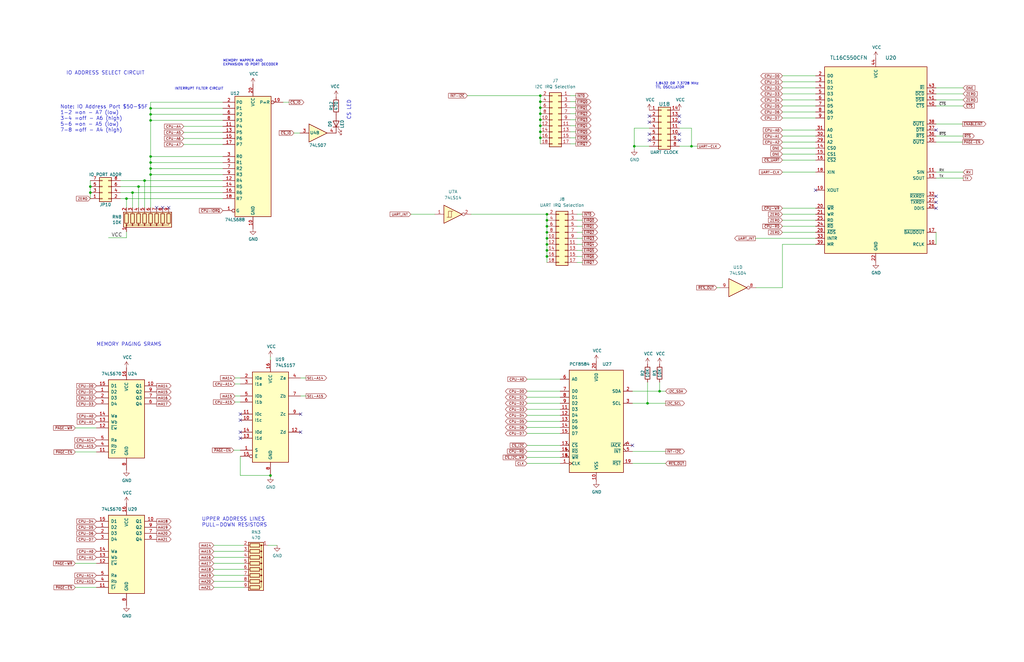
<source format=kicad_sch>
(kicad_sch (version 20211123) (generator eeschema)

  (uuid 745beb59-db8b-44b4-80b3-06646af53166)

  (paper "B")

  (title_block
    (title "Duodyne 6502 CPU board")
    (date "2025-04-26")
    (rev "V0.9")
  )

  (lib_symbols
    (symbol "74xx:74LS04" (in_bom yes) (on_board yes)
      (property "Reference" "U" (id 0) (at 0 1.27 0)
        (effects (font (size 1.27 1.27)))
      )
      (property "Value" "74LS04" (id 1) (at 0 -1.27 0)
        (effects (font (size 1.27 1.27)))
      )
      (property "Footprint" "" (id 2) (at 0 0 0)
        (effects (font (size 1.27 1.27)) hide)
      )
      (property "Datasheet" "http://www.ti.com/lit/gpn/sn74LS04" (id 3) (at 0 0 0)
        (effects (font (size 1.27 1.27)) hide)
      )
      (property "ki_locked" "" (id 4) (at 0 0 0)
        (effects (font (size 1.27 1.27)))
      )
      (property "ki_keywords" "TTL not inv" (id 5) (at 0 0 0)
        (effects (font (size 1.27 1.27)) hide)
      )
      (property "ki_description" "Hex Inverter" (id 6) (at 0 0 0)
        (effects (font (size 1.27 1.27)) hide)
      )
      (property "ki_fp_filters" "DIP*W7.62mm* SSOP?14* TSSOP?14*" (id 7) (at 0 0 0)
        (effects (font (size 1.27 1.27)) hide)
      )
      (symbol "74LS04_1_0"
        (polyline
          (pts
            (xy -3.81 3.81)
            (xy -3.81 -3.81)
            (xy 3.81 0)
            (xy -3.81 3.81)
          )
          (stroke (width 0.254) (type default) (color 0 0 0 0))
          (fill (type background))
        )
        (pin input line (at -7.62 0 0) (length 3.81)
          (name "~" (effects (font (size 1.27 1.27))))
          (number "1" (effects (font (size 1.27 1.27))))
        )
        (pin output inverted (at 7.62 0 180) (length 3.81)
          (name "~" (effects (font (size 1.27 1.27))))
          (number "2" (effects (font (size 1.27 1.27))))
        )
      )
      (symbol "74LS04_2_0"
        (polyline
          (pts
            (xy -3.81 3.81)
            (xy -3.81 -3.81)
            (xy 3.81 0)
            (xy -3.81 3.81)
          )
          (stroke (width 0.254) (type default) (color 0 0 0 0))
          (fill (type background))
        )
        (pin input line (at -7.62 0 0) (length 3.81)
          (name "~" (effects (font (size 1.27 1.27))))
          (number "3" (effects (font (size 1.27 1.27))))
        )
        (pin output inverted (at 7.62 0 180) (length 3.81)
          (name "~" (effects (font (size 1.27 1.27))))
          (number "4" (effects (font (size 1.27 1.27))))
        )
      )
      (symbol "74LS04_3_0"
        (polyline
          (pts
            (xy -3.81 3.81)
            (xy -3.81 -3.81)
            (xy 3.81 0)
            (xy -3.81 3.81)
          )
          (stroke (width 0.254) (type default) (color 0 0 0 0))
          (fill (type background))
        )
        (pin input line (at -7.62 0 0) (length 3.81)
          (name "~" (effects (font (size 1.27 1.27))))
          (number "5" (effects (font (size 1.27 1.27))))
        )
        (pin output inverted (at 7.62 0 180) (length 3.81)
          (name "~" (effects (font (size 1.27 1.27))))
          (number "6" (effects (font (size 1.27 1.27))))
        )
      )
      (symbol "74LS04_4_0"
        (polyline
          (pts
            (xy -3.81 3.81)
            (xy -3.81 -3.81)
            (xy 3.81 0)
            (xy -3.81 3.81)
          )
          (stroke (width 0.254) (type default) (color 0 0 0 0))
          (fill (type background))
        )
        (pin output inverted (at 7.62 0 180) (length 3.81)
          (name "~" (effects (font (size 1.27 1.27))))
          (number "8" (effects (font (size 1.27 1.27))))
        )
        (pin input line (at -7.62 0 0) (length 3.81)
          (name "~" (effects (font (size 1.27 1.27))))
          (number "9" (effects (font (size 1.27 1.27))))
        )
      )
      (symbol "74LS04_5_0"
        (polyline
          (pts
            (xy -3.81 3.81)
            (xy -3.81 -3.81)
            (xy 3.81 0)
            (xy -3.81 3.81)
          )
          (stroke (width 0.254) (type default) (color 0 0 0 0))
          (fill (type background))
        )
        (pin output inverted (at 7.62 0 180) (length 3.81)
          (name "~" (effects (font (size 1.27 1.27))))
          (number "10" (effects (font (size 1.27 1.27))))
        )
        (pin input line (at -7.62 0 0) (length 3.81)
          (name "~" (effects (font (size 1.27 1.27))))
          (number "11" (effects (font (size 1.27 1.27))))
        )
      )
      (symbol "74LS04_6_0"
        (polyline
          (pts
            (xy -3.81 3.81)
            (xy -3.81 -3.81)
            (xy 3.81 0)
            (xy -3.81 3.81)
          )
          (stroke (width 0.254) (type default) (color 0 0 0 0))
          (fill (type background))
        )
        (pin output inverted (at 7.62 0 180) (length 3.81)
          (name "~" (effects (font (size 1.27 1.27))))
          (number "12" (effects (font (size 1.27 1.27))))
        )
        (pin input line (at -7.62 0 0) (length 3.81)
          (name "~" (effects (font (size 1.27 1.27))))
          (number "13" (effects (font (size 1.27 1.27))))
        )
      )
      (symbol "74LS04_7_0"
        (pin power_in line (at 0 12.7 270) (length 5.08)
          (name "VCC" (effects (font (size 1.27 1.27))))
          (number "14" (effects (font (size 1.27 1.27))))
        )
        (pin power_in line (at 0 -12.7 90) (length 5.08)
          (name "GND" (effects (font (size 1.27 1.27))))
          (number "7" (effects (font (size 1.27 1.27))))
        )
      )
      (symbol "74LS04_7_1"
        (rectangle (start -5.08 7.62) (end 5.08 -7.62)
          (stroke (width 0.254) (type default) (color 0 0 0 0))
          (fill (type background))
        )
      )
    )
    (symbol "74xx:74LS07" (pin_names (offset 1.016)) (in_bom yes) (on_board yes)
      (property "Reference" "U" (id 0) (at 0 1.27 0)
        (effects (font (size 1.27 1.27)))
      )
      (property "Value" "74LS07" (id 1) (at 0 -1.27 0)
        (effects (font (size 1.27 1.27)))
      )
      (property "Footprint" "" (id 2) (at 0 0 0)
        (effects (font (size 1.27 1.27)) hide)
      )
      (property "Datasheet" "www.ti.com/lit/ds/symlink/sn74ls07.pdf" (id 3) (at 0 0 0)
        (effects (font (size 1.27 1.27)) hide)
      )
      (property "ki_locked" "" (id 4) (at 0 0 0)
        (effects (font (size 1.27 1.27)))
      )
      (property "ki_keywords" "TTL hex buffer OpenCol" (id 5) (at 0 0 0)
        (effects (font (size 1.27 1.27)) hide)
      )
      (property "ki_description" "Hex Buffers and Drivers With Open Collector High Voltage Outputs" (id 6) (at 0 0 0)
        (effects (font (size 1.27 1.27)) hide)
      )
      (property "ki_fp_filters" "SOIC*3.9x8.7mm*P1.27mm* TSSOP*4.4x5mm*P0.65mm* DIP*W7.62mm*" (id 7) (at 0 0 0)
        (effects (font (size 1.27 1.27)) hide)
      )
      (symbol "74LS07_1_0"
        (polyline
          (pts
            (xy -3.81 3.81)
            (xy -3.81 -3.81)
            (xy 3.81 0)
            (xy -3.81 3.81)
          )
          (stroke (width 0.254) (type default) (color 0 0 0 0))
          (fill (type background))
        )
        (pin input line (at -7.62 0 0) (length 3.81)
          (name "~" (effects (font (size 1.27 1.27))))
          (number "1" (effects (font (size 1.27 1.27))))
        )
        (pin open_collector line (at 7.62 0 180) (length 3.81)
          (name "~" (effects (font (size 1.27 1.27))))
          (number "2" (effects (font (size 1.27 1.27))))
        )
      )
      (symbol "74LS07_2_0"
        (polyline
          (pts
            (xy -3.81 3.81)
            (xy -3.81 -3.81)
            (xy 3.81 0)
            (xy -3.81 3.81)
          )
          (stroke (width 0.254) (type default) (color 0 0 0 0))
          (fill (type background))
        )
        (pin input line (at -7.62 0 0) (length 3.81)
          (name "~" (effects (font (size 1.27 1.27))))
          (number "3" (effects (font (size 1.27 1.27))))
        )
        (pin open_collector line (at 7.62 0 180) (length 3.81)
          (name "~" (effects (font (size 1.27 1.27))))
          (number "4" (effects (font (size 1.27 1.27))))
        )
      )
      (symbol "74LS07_3_0"
        (polyline
          (pts
            (xy -3.81 3.81)
            (xy -3.81 -3.81)
            (xy 3.81 0)
            (xy -3.81 3.81)
          )
          (stroke (width 0.254) (type default) (color 0 0 0 0))
          (fill (type background))
        )
        (pin input line (at -7.62 0 0) (length 3.81)
          (name "~" (effects (font (size 1.27 1.27))))
          (number "5" (effects (font (size 1.27 1.27))))
        )
        (pin open_collector line (at 7.62 0 180) (length 3.81)
          (name "~" (effects (font (size 1.27 1.27))))
          (number "6" (effects (font (size 1.27 1.27))))
        )
      )
      (symbol "74LS07_4_0"
        (polyline
          (pts
            (xy -3.81 3.81)
            (xy -3.81 -3.81)
            (xy 3.81 0)
            (xy -3.81 3.81)
          )
          (stroke (width 0.254) (type default) (color 0 0 0 0))
          (fill (type background))
        )
        (pin open_collector line (at 7.62 0 180) (length 3.81)
          (name "~" (effects (font (size 1.27 1.27))))
          (number "8" (effects (font (size 1.27 1.27))))
        )
        (pin input line (at -7.62 0 0) (length 3.81)
          (name "~" (effects (font (size 1.27 1.27))))
          (number "9" (effects (font (size 1.27 1.27))))
        )
      )
      (symbol "74LS07_5_0"
        (polyline
          (pts
            (xy -3.81 3.81)
            (xy -3.81 -3.81)
            (xy 3.81 0)
            (xy -3.81 3.81)
          )
          (stroke (width 0.254) (type default) (color 0 0 0 0))
          (fill (type background))
        )
        (pin open_collector line (at 7.62 0 180) (length 3.81)
          (name "~" (effects (font (size 1.27 1.27))))
          (number "10" (effects (font (size 1.27 1.27))))
        )
        (pin input line (at -7.62 0 0) (length 3.81)
          (name "~" (effects (font (size 1.27 1.27))))
          (number "11" (effects (font (size 1.27 1.27))))
        )
      )
      (symbol "74LS07_6_0"
        (polyline
          (pts
            (xy -3.81 3.81)
            (xy -3.81 -3.81)
            (xy 3.81 0)
            (xy -3.81 3.81)
          )
          (stroke (width 0.254) (type default) (color 0 0 0 0))
          (fill (type background))
        )
        (pin open_collector line (at 7.62 0 180) (length 3.81)
          (name "~" (effects (font (size 1.27 1.27))))
          (number "12" (effects (font (size 1.27 1.27))))
        )
        (pin input line (at -7.62 0 0) (length 3.81)
          (name "~" (effects (font (size 1.27 1.27))))
          (number "13" (effects (font (size 1.27 1.27))))
        )
      )
      (symbol "74LS07_7_0"
        (pin power_in line (at 0 12.7 270) (length 5.08)
          (name "VCC" (effects (font (size 1.27 1.27))))
          (number "14" (effects (font (size 1.27 1.27))))
        )
        (pin power_in line (at 0 -12.7 90) (length 5.08)
          (name "GND" (effects (font (size 1.27 1.27))))
          (number "7" (effects (font (size 1.27 1.27))))
        )
      )
      (symbol "74LS07_7_1"
        (rectangle (start -5.08 7.62) (end 5.08 -7.62)
          (stroke (width 0.254) (type default) (color 0 0 0 0))
          (fill (type background))
        )
      )
    )
    (symbol "74xx:74LS14" (pin_names (offset 1.016)) (in_bom yes) (on_board yes)
      (property "Reference" "U" (id 0) (at 0 1.27 0)
        (effects (font (size 1.27 1.27)))
      )
      (property "Value" "74LS14" (id 1) (at 0 -1.27 0)
        (effects (font (size 1.27 1.27)))
      )
      (property "Footprint" "" (id 2) (at 0 0 0)
        (effects (font (size 1.27 1.27)) hide)
      )
      (property "Datasheet" "http://www.ti.com/lit/gpn/sn74LS14" (id 3) (at 0 0 0)
        (effects (font (size 1.27 1.27)) hide)
      )
      (property "ki_locked" "" (id 4) (at 0 0 0)
        (effects (font (size 1.27 1.27)))
      )
      (property "ki_keywords" "TTL not inverter" (id 5) (at 0 0 0)
        (effects (font (size 1.27 1.27)) hide)
      )
      (property "ki_description" "Hex inverter schmitt trigger" (id 6) (at 0 0 0)
        (effects (font (size 1.27 1.27)) hide)
      )
      (property "ki_fp_filters" "DIP*W7.62mm*" (id 7) (at 0 0 0)
        (effects (font (size 1.27 1.27)) hide)
      )
      (symbol "74LS14_1_0"
        (polyline
          (pts
            (xy -3.81 3.81)
            (xy -3.81 -3.81)
            (xy 3.81 0)
            (xy -3.81 3.81)
          )
          (stroke (width 0.254) (type default) (color 0 0 0 0))
          (fill (type background))
        )
        (pin input line (at -7.62 0 0) (length 3.81)
          (name "~" (effects (font (size 1.27 1.27))))
          (number "1" (effects (font (size 1.27 1.27))))
        )
        (pin output inverted (at 7.62 0 180) (length 3.81)
          (name "~" (effects (font (size 1.27 1.27))))
          (number "2" (effects (font (size 1.27 1.27))))
        )
      )
      (symbol "74LS14_1_1"
        (polyline
          (pts
            (xy -1.905 -1.27)
            (xy -1.905 1.27)
            (xy -0.635 1.27)
          )
          (stroke (width 0) (type default) (color 0 0 0 0))
          (fill (type none))
        )
        (polyline
          (pts
            (xy -2.54 -1.27)
            (xy -0.635 -1.27)
            (xy -0.635 1.27)
            (xy 0 1.27)
          )
          (stroke (width 0) (type default) (color 0 0 0 0))
          (fill (type none))
        )
      )
      (symbol "74LS14_2_0"
        (polyline
          (pts
            (xy -3.81 3.81)
            (xy -3.81 -3.81)
            (xy 3.81 0)
            (xy -3.81 3.81)
          )
          (stroke (width 0.254) (type default) (color 0 0 0 0))
          (fill (type background))
        )
        (pin input line (at -7.62 0 0) (length 3.81)
          (name "~" (effects (font (size 1.27 1.27))))
          (number "3" (effects (font (size 1.27 1.27))))
        )
        (pin output inverted (at 7.62 0 180) (length 3.81)
          (name "~" (effects (font (size 1.27 1.27))))
          (number "4" (effects (font (size 1.27 1.27))))
        )
      )
      (symbol "74LS14_2_1"
        (polyline
          (pts
            (xy -1.905 -1.27)
            (xy -1.905 1.27)
            (xy -0.635 1.27)
          )
          (stroke (width 0) (type default) (color 0 0 0 0))
          (fill (type none))
        )
        (polyline
          (pts
            (xy -2.54 -1.27)
            (xy -0.635 -1.27)
            (xy -0.635 1.27)
            (xy 0 1.27)
          )
          (stroke (width 0) (type default) (color 0 0 0 0))
          (fill (type none))
        )
      )
      (symbol "74LS14_3_0"
        (polyline
          (pts
            (xy -3.81 3.81)
            (xy -3.81 -3.81)
            (xy 3.81 0)
            (xy -3.81 3.81)
          )
          (stroke (width 0.254) (type default) (color 0 0 0 0))
          (fill (type background))
        )
        (pin input line (at -7.62 0 0) (length 3.81)
          (name "~" (effects (font (size 1.27 1.27))))
          (number "5" (effects (font (size 1.27 1.27))))
        )
        (pin output inverted (at 7.62 0 180) (length 3.81)
          (name "~" (effects (font (size 1.27 1.27))))
          (number "6" (effects (font (size 1.27 1.27))))
        )
      )
      (symbol "74LS14_3_1"
        (polyline
          (pts
            (xy -1.905 -1.27)
            (xy -1.905 1.27)
            (xy -0.635 1.27)
          )
          (stroke (width 0) (type default) (color 0 0 0 0))
          (fill (type none))
        )
        (polyline
          (pts
            (xy -2.54 -1.27)
            (xy -0.635 -1.27)
            (xy -0.635 1.27)
            (xy 0 1.27)
          )
          (stroke (width 0) (type default) (color 0 0 0 0))
          (fill (type none))
        )
      )
      (symbol "74LS14_4_0"
        (polyline
          (pts
            (xy -3.81 3.81)
            (xy -3.81 -3.81)
            (xy 3.81 0)
            (xy -3.81 3.81)
          )
          (stroke (width 0.254) (type default) (color 0 0 0 0))
          (fill (type background))
        )
        (pin output inverted (at 7.62 0 180) (length 3.81)
          (name "~" (effects (font (size 1.27 1.27))))
          (number "8" (effects (font (size 1.27 1.27))))
        )
        (pin input line (at -7.62 0 0) (length 3.81)
          (name "~" (effects (font (size 1.27 1.27))))
          (number "9" (effects (font (size 1.27 1.27))))
        )
      )
      (symbol "74LS14_4_1"
        (polyline
          (pts
            (xy -1.905 -1.27)
            (xy -1.905 1.27)
            (xy -0.635 1.27)
          )
          (stroke (width 0) (type default) (color 0 0 0 0))
          (fill (type none))
        )
        (polyline
          (pts
            (xy -2.54 -1.27)
            (xy -0.635 -1.27)
            (xy -0.635 1.27)
            (xy 0 1.27)
          )
          (stroke (width 0) (type default) (color 0 0 0 0))
          (fill (type none))
        )
      )
      (symbol "74LS14_5_0"
        (polyline
          (pts
            (xy -3.81 3.81)
            (xy -3.81 -3.81)
            (xy 3.81 0)
            (xy -3.81 3.81)
          )
          (stroke (width 0.254) (type default) (color 0 0 0 0))
          (fill (type background))
        )
        (pin output inverted (at 7.62 0 180) (length 3.81)
          (name "~" (effects (font (size 1.27 1.27))))
          (number "10" (effects (font (size 1.27 1.27))))
        )
        (pin input line (at -7.62 0 0) (length 3.81)
          (name "~" (effects (font (size 1.27 1.27))))
          (number "11" (effects (font (size 1.27 1.27))))
        )
      )
      (symbol "74LS14_5_1"
        (polyline
          (pts
            (xy -1.905 -1.27)
            (xy -1.905 1.27)
            (xy -0.635 1.27)
          )
          (stroke (width 0) (type default) (color 0 0 0 0))
          (fill (type none))
        )
        (polyline
          (pts
            (xy -2.54 -1.27)
            (xy -0.635 -1.27)
            (xy -0.635 1.27)
            (xy 0 1.27)
          )
          (stroke (width 0) (type default) (color 0 0 0 0))
          (fill (type none))
        )
      )
      (symbol "74LS14_6_0"
        (polyline
          (pts
            (xy -3.81 3.81)
            (xy -3.81 -3.81)
            (xy 3.81 0)
            (xy -3.81 3.81)
          )
          (stroke (width 0.254) (type default) (color 0 0 0 0))
          (fill (type background))
        )
        (pin output inverted (at 7.62 0 180) (length 3.81)
          (name "~" (effects (font (size 1.27 1.27))))
          (number "12" (effects (font (size 1.27 1.27))))
        )
        (pin input line (at -7.62 0 0) (length 3.81)
          (name "~" (effects (font (size 1.27 1.27))))
          (number "13" (effects (font (size 1.27 1.27))))
        )
      )
      (symbol "74LS14_6_1"
        (polyline
          (pts
            (xy -1.905 -1.27)
            (xy -1.905 1.27)
            (xy -0.635 1.27)
          )
          (stroke (width 0) (type default) (color 0 0 0 0))
          (fill (type none))
        )
        (polyline
          (pts
            (xy -2.54 -1.27)
            (xy -0.635 -1.27)
            (xy -0.635 1.27)
            (xy 0 1.27)
          )
          (stroke (width 0) (type default) (color 0 0 0 0))
          (fill (type none))
        )
      )
      (symbol "74LS14_7_0"
        (pin power_in line (at 0 12.7 270) (length 5.08)
          (name "VCC" (effects (font (size 1.27 1.27))))
          (number "14" (effects (font (size 1.27 1.27))))
        )
        (pin power_in line (at 0 -12.7 90) (length 5.08)
          (name "GND" (effects (font (size 1.27 1.27))))
          (number "7" (effects (font (size 1.27 1.27))))
        )
      )
      (symbol "74LS14_7_1"
        (rectangle (start -5.08 7.62) (end 5.08 -7.62)
          (stroke (width 0.254) (type default) (color 0 0 0 0))
          (fill (type background))
        )
      )
    )
    (symbol "74xx:74LS157" (pin_names (offset 1.016)) (in_bom yes) (on_board yes)
      (property "Reference" "U" (id 0) (at -7.62 19.05 0)
        (effects (font (size 1.27 1.27)))
      )
      (property "Value" "74LS157" (id 1) (at -7.62 -21.59 0)
        (effects (font (size 1.27 1.27)))
      )
      (property "Footprint" "" (id 2) (at 0 0 0)
        (effects (font (size 1.27 1.27)) hide)
      )
      (property "Datasheet" "http://www.ti.com/lit/gpn/sn74LS157" (id 3) (at 0 0 0)
        (effects (font (size 1.27 1.27)) hide)
      )
      (property "ki_locked" "" (id 4) (at 0 0 0)
        (effects (font (size 1.27 1.27)))
      )
      (property "ki_keywords" "TTL MUX MUX2" (id 5) (at 0 0 0)
        (effects (font (size 1.27 1.27)) hide)
      )
      (property "ki_description" "Quad 2 to 1 line Multiplexer" (id 6) (at 0 0 0)
        (effects (font (size 1.27 1.27)) hide)
      )
      (property "ki_fp_filters" "DIP?16*" (id 7) (at 0 0 0)
        (effects (font (size 1.27 1.27)) hide)
      )
      (symbol "74LS157_1_0"
        (pin input line (at -12.7 -15.24 0) (length 5.08)
          (name "S" (effects (font (size 1.27 1.27))))
          (number "1" (effects (font (size 1.27 1.27))))
        )
        (pin input line (at -12.7 -2.54 0) (length 5.08)
          (name "I1c" (effects (font (size 1.27 1.27))))
          (number "10" (effects (font (size 1.27 1.27))))
        )
        (pin input line (at -12.7 0 0) (length 5.08)
          (name "I0c" (effects (font (size 1.27 1.27))))
          (number "11" (effects (font (size 1.27 1.27))))
        )
        (pin output line (at 12.7 -7.62 180) (length 5.08)
          (name "Zd" (effects (font (size 1.27 1.27))))
          (number "12" (effects (font (size 1.27 1.27))))
        )
        (pin input line (at -12.7 -10.16 0) (length 5.08)
          (name "I1d" (effects (font (size 1.27 1.27))))
          (number "13" (effects (font (size 1.27 1.27))))
        )
        (pin input line (at -12.7 -7.62 0) (length 5.08)
          (name "I0d" (effects (font (size 1.27 1.27))))
          (number "14" (effects (font (size 1.27 1.27))))
        )
        (pin input inverted (at -12.7 -17.78 0) (length 5.08)
          (name "E" (effects (font (size 1.27 1.27))))
          (number "15" (effects (font (size 1.27 1.27))))
        )
        (pin power_in line (at 0 22.86 270) (length 5.08)
          (name "VCC" (effects (font (size 1.27 1.27))))
          (number "16" (effects (font (size 1.27 1.27))))
        )
        (pin input line (at -12.7 15.24 0) (length 5.08)
          (name "I0a" (effects (font (size 1.27 1.27))))
          (number "2" (effects (font (size 1.27 1.27))))
        )
        (pin input line (at -12.7 12.7 0) (length 5.08)
          (name "I1a" (effects (font (size 1.27 1.27))))
          (number "3" (effects (font (size 1.27 1.27))))
        )
        (pin output line (at 12.7 15.24 180) (length 5.08)
          (name "Za" (effects (font (size 1.27 1.27))))
          (number "4" (effects (font (size 1.27 1.27))))
        )
        (pin input line (at -12.7 7.62 0) (length 5.08)
          (name "I0b" (effects (font (size 1.27 1.27))))
          (number "5" (effects (font (size 1.27 1.27))))
        )
        (pin input line (at -12.7 5.08 0) (length 5.08)
          (name "I1b" (effects (font (size 1.27 1.27))))
          (number "6" (effects (font (size 1.27 1.27))))
        )
        (pin output line (at 12.7 7.62 180) (length 5.08)
          (name "Zb" (effects (font (size 1.27 1.27))))
          (number "7" (effects (font (size 1.27 1.27))))
        )
        (pin power_in line (at 0 -25.4 90) (length 5.08)
          (name "GND" (effects (font (size 1.27 1.27))))
          (number "8" (effects (font (size 1.27 1.27))))
        )
        (pin output line (at 12.7 0 180) (length 5.08)
          (name "Zc" (effects (font (size 1.27 1.27))))
          (number "9" (effects (font (size 1.27 1.27))))
        )
      )
      (symbol "74LS157_1_1"
        (rectangle (start -7.62 17.78) (end 7.62 -20.32)
          (stroke (width 0.254) (type default) (color 0 0 0 0))
          (fill (type background))
        )
      )
    )
    (symbol "74xx:74LS670" (pin_names (offset 1.016)) (in_bom yes) (on_board yes)
      (property "Reference" "U" (id 0) (at -7.62 16.51 0)
        (effects (font (size 1.27 1.27)))
      )
      (property "Value" "74LS670" (id 1) (at -7.62 -19.05 0)
        (effects (font (size 1.27 1.27)))
      )
      (property "Footprint" "" (id 2) (at 0 0 0)
        (effects (font (size 1.27 1.27)) hide)
      )
      (property "Datasheet" "http://www.ti.com/lit/gpn/sn74LS670" (id 3) (at 0 0 0)
        (effects (font (size 1.27 1.27)) hide)
      )
      (property "ki_locked" "" (id 4) (at 0 0 0)
        (effects (font (size 1.27 1.27)))
      )
      (property "ki_keywords" "TTL Register 3State" (id 5) (at 0 0 0)
        (effects (font (size 1.27 1.27)) hide)
      )
      (property "ki_description" "4 x 4 Register Files 3-State Outputs" (id 6) (at 0 0 0)
        (effects (font (size 1.27 1.27)) hide)
      )
      (property "ki_fp_filters" "DIP?16*" (id 7) (at 0 0 0)
        (effects (font (size 1.27 1.27)) hide)
      )
      (symbol "74LS670_1_0"
        (pin input line (at -12.7 10.16 0) (length 5.08)
          (name "D2" (effects (font (size 1.27 1.27))))
          (number "1" (effects (font (size 1.27 1.27))))
        )
        (pin tri_state line (at 12.7 12.7 180) (length 5.08)
          (name "Q1" (effects (font (size 1.27 1.27))))
          (number "10" (effects (font (size 1.27 1.27))))
        )
        (pin input line (at -12.7 -15.24 0) (length 5.08)
          (name "~{Er}" (effects (font (size 1.27 1.27))))
          (number "11" (effects (font (size 1.27 1.27))))
        )
        (pin input line (at -12.7 -5.08 0) (length 5.08)
          (name "~{Ew}" (effects (font (size 1.27 1.27))))
          (number "12" (effects (font (size 1.27 1.27))))
        )
        (pin input line (at -12.7 -2.54 0) (length 5.08)
          (name "Wb" (effects (font (size 1.27 1.27))))
          (number "13" (effects (font (size 1.27 1.27))))
        )
        (pin input line (at -12.7 0 0) (length 5.08)
          (name "Wa" (effects (font (size 1.27 1.27))))
          (number "14" (effects (font (size 1.27 1.27))))
        )
        (pin input line (at -12.7 12.7 0) (length 5.08)
          (name "D1" (effects (font (size 1.27 1.27))))
          (number "15" (effects (font (size 1.27 1.27))))
        )
        (pin power_in line (at 0 20.32 270) (length 5.08)
          (name "VCC" (effects (font (size 1.27 1.27))))
          (number "16" (effects (font (size 1.27 1.27))))
        )
        (pin input line (at -12.7 7.62 0) (length 5.08)
          (name "D3" (effects (font (size 1.27 1.27))))
          (number "2" (effects (font (size 1.27 1.27))))
        )
        (pin input line (at -12.7 5.08 0) (length 5.08)
          (name "D4" (effects (font (size 1.27 1.27))))
          (number "3" (effects (font (size 1.27 1.27))))
        )
        (pin input line (at -12.7 -12.7 0) (length 5.08)
          (name "Rb" (effects (font (size 1.27 1.27))))
          (number "4" (effects (font (size 1.27 1.27))))
        )
        (pin input line (at -12.7 -10.16 0) (length 5.08)
          (name "Ra" (effects (font (size 1.27 1.27))))
          (number "5" (effects (font (size 1.27 1.27))))
        )
        (pin tri_state line (at 12.7 5.08 180) (length 5.08)
          (name "Q4" (effects (font (size 1.27 1.27))))
          (number "6" (effects (font (size 1.27 1.27))))
        )
        (pin tri_state line (at 12.7 7.62 180) (length 5.08)
          (name "Q3" (effects (font (size 1.27 1.27))))
          (number "7" (effects (font (size 1.27 1.27))))
        )
        (pin power_in line (at 0 -22.86 90) (length 5.08)
          (name "GND" (effects (font (size 1.27 1.27))))
          (number "8" (effects (font (size 1.27 1.27))))
        )
        (pin tri_state line (at 12.7 10.16 180) (length 5.08)
          (name "Q2" (effects (font (size 1.27 1.27))))
          (number "9" (effects (font (size 1.27 1.27))))
        )
      )
      (symbol "74LS670_1_1"
        (rectangle (start -7.62 15.24) (end 7.62 -17.78)
          (stroke (width 0.254) (type default) (color 0 0 0 0))
          (fill (type background))
        )
      )
    )
    (symbol "74xx:74LS688" (in_bom yes) (on_board yes)
      (property "Reference" "U" (id 0) (at -7.62 26.67 0)
        (effects (font (size 1.27 1.27)))
      )
      (property "Value" "74LS688" (id 1) (at -7.62 -26.67 0)
        (effects (font (size 1.27 1.27)))
      )
      (property "Footprint" "" (id 2) (at 0 0 0)
        (effects (font (size 1.27 1.27)) hide)
      )
      (property "Datasheet" "http://www.ti.com/lit/gpn/sn74LS688" (id 3) (at 0 0 0)
        (effects (font (size 1.27 1.27)) hide)
      )
      (property "ki_keywords" "TTL DECOD Arith" (id 4) (at 0 0 0)
        (effects (font (size 1.27 1.27)) hide)
      )
      (property "ki_description" "8-bit magnitude comparator" (id 5) (at 0 0 0)
        (effects (font (size 1.27 1.27)) hide)
      )
      (property "ki_fp_filters" "DIP?20* SOIC?20* SO?20* TSSOP?20*" (id 6) (at 0 0 0)
        (effects (font (size 1.27 1.27)) hide)
      )
      (symbol "74LS688_1_0"
        (pin input inverted (at -12.7 -22.86 0) (length 5.08)
          (name "G" (effects (font (size 1.27 1.27))))
          (number "1" (effects (font (size 1.27 1.27))))
        )
        (pin power_in line (at 0 -30.48 90) (length 5.08)
          (name "GND" (effects (font (size 1.27 1.27))))
          (number "10" (effects (font (size 1.27 1.27))))
        )
        (pin input line (at -12.7 12.7 0) (length 5.08)
          (name "P4" (effects (font (size 1.27 1.27))))
          (number "11" (effects (font (size 1.27 1.27))))
        )
        (pin input line (at -12.7 -10.16 0) (length 5.08)
          (name "R4" (effects (font (size 1.27 1.27))))
          (number "12" (effects (font (size 1.27 1.27))))
        )
        (pin input line (at -12.7 10.16 0) (length 5.08)
          (name "P5" (effects (font (size 1.27 1.27))))
          (number "13" (effects (font (size 1.27 1.27))))
        )
        (pin input line (at -12.7 -12.7 0) (length 5.08)
          (name "R5" (effects (font (size 1.27 1.27))))
          (number "14" (effects (font (size 1.27 1.27))))
        )
        (pin input line (at -12.7 7.62 0) (length 5.08)
          (name "P6" (effects (font (size 1.27 1.27))))
          (number "15" (effects (font (size 1.27 1.27))))
        )
        (pin input line (at -12.7 -15.24 0) (length 5.08)
          (name "R6" (effects (font (size 1.27 1.27))))
          (number "16" (effects (font (size 1.27 1.27))))
        )
        (pin input line (at -12.7 5.08 0) (length 5.08)
          (name "P7" (effects (font (size 1.27 1.27))))
          (number "17" (effects (font (size 1.27 1.27))))
        )
        (pin input line (at -12.7 -17.78 0) (length 5.08)
          (name "R7" (effects (font (size 1.27 1.27))))
          (number "18" (effects (font (size 1.27 1.27))))
        )
        (pin output inverted (at 12.7 22.86 180) (length 5.08)
          (name "P=R" (effects (font (size 1.27 1.27))))
          (number "19" (effects (font (size 1.27 1.27))))
        )
        (pin input line (at -12.7 22.86 0) (length 5.08)
          (name "P0" (effects (font (size 1.27 1.27))))
          (number "2" (effects (font (size 1.27 1.27))))
        )
        (pin power_in line (at 0 30.48 270) (length 5.08)
          (name "VCC" (effects (font (size 1.27 1.27))))
          (number "20" (effects (font (size 1.27 1.27))))
        )
        (pin input line (at -12.7 0 0) (length 5.08)
          (name "R0" (effects (font (size 1.27 1.27))))
          (number "3" (effects (font (size 1.27 1.27))))
        )
        (pin input line (at -12.7 20.32 0) (length 5.08)
          (name "P1" (effects (font (size 1.27 1.27))))
          (number "4" (effects (font (size 1.27 1.27))))
        )
        (pin input line (at -12.7 -2.54 0) (length 5.08)
          (name "R1" (effects (font (size 1.27 1.27))))
          (number "5" (effects (font (size 1.27 1.27))))
        )
        (pin input line (at -12.7 17.78 0) (length 5.08)
          (name "P2" (effects (font (size 1.27 1.27))))
          (number "6" (effects (font (size 1.27 1.27))))
        )
        (pin input line (at -12.7 -5.08 0) (length 5.08)
          (name "R2" (effects (font (size 1.27 1.27))))
          (number "7" (effects (font (size 1.27 1.27))))
        )
        (pin input line (at -12.7 15.24 0) (length 5.08)
          (name "P3" (effects (font (size 1.27 1.27))))
          (number "8" (effects (font (size 1.27 1.27))))
        )
        (pin input line (at -12.7 -7.62 0) (length 5.08)
          (name "R3" (effects (font (size 1.27 1.27))))
          (number "9" (effects (font (size 1.27 1.27))))
        )
      )
      (symbol "74LS688_1_1"
        (rectangle (start -7.62 25.4) (end 7.62 -25.4)
          (stroke (width 0.254) (type default) (color 0 0 0 0))
          (fill (type background))
        )
      )
    )
    (symbol "Connector_Generic:Conn_02x04_Odd_Even" (pin_names (offset 1.016) hide) (in_bom yes) (on_board yes)
      (property "Reference" "J" (id 0) (at 1.27 5.08 0)
        (effects (font (size 1.27 1.27)))
      )
      (property "Value" "Conn_02x04_Odd_Even" (id 1) (at 1.27 -7.62 0)
        (effects (font (size 1.27 1.27)))
      )
      (property "Footprint" "" (id 2) (at 0 0 0)
        (effects (font (size 1.27 1.27)) hide)
      )
      (property "Datasheet" "~" (id 3) (at 0 0 0)
        (effects (font (size 1.27 1.27)) hide)
      )
      (property "ki_keywords" "connector" (id 4) (at 0 0 0)
        (effects (font (size 1.27 1.27)) hide)
      )
      (property "ki_description" "Generic connector, double row, 02x04, odd/even pin numbering scheme (row 1 odd numbers, row 2 even numbers), script generated (kicad-library-utils/schlib/autogen/connector/)" (id 5) (at 0 0 0)
        (effects (font (size 1.27 1.27)) hide)
      )
      (property "ki_fp_filters" "Connector*:*_2x??_*" (id 6) (at 0 0 0)
        (effects (font (size 1.27 1.27)) hide)
      )
      (symbol "Conn_02x04_Odd_Even_1_1"
        (rectangle (start -1.27 -4.953) (end 0 -5.207)
          (stroke (width 0.1524) (type default) (color 0 0 0 0))
          (fill (type none))
        )
        (rectangle (start -1.27 -2.413) (end 0 -2.667)
          (stroke (width 0.1524) (type default) (color 0 0 0 0))
          (fill (type none))
        )
        (rectangle (start -1.27 0.127) (end 0 -0.127)
          (stroke (width 0.1524) (type default) (color 0 0 0 0))
          (fill (type none))
        )
        (rectangle (start -1.27 2.667) (end 0 2.413)
          (stroke (width 0.1524) (type default) (color 0 0 0 0))
          (fill (type none))
        )
        (rectangle (start -1.27 3.81) (end 3.81 -6.35)
          (stroke (width 0.254) (type default) (color 0 0 0 0))
          (fill (type background))
        )
        (rectangle (start 3.81 -4.953) (end 2.54 -5.207)
          (stroke (width 0.1524) (type default) (color 0 0 0 0))
          (fill (type none))
        )
        (rectangle (start 3.81 -2.413) (end 2.54 -2.667)
          (stroke (width 0.1524) (type default) (color 0 0 0 0))
          (fill (type none))
        )
        (rectangle (start 3.81 0.127) (end 2.54 -0.127)
          (stroke (width 0.1524) (type default) (color 0 0 0 0))
          (fill (type none))
        )
        (rectangle (start 3.81 2.667) (end 2.54 2.413)
          (stroke (width 0.1524) (type default) (color 0 0 0 0))
          (fill (type none))
        )
        (pin passive line (at -5.08 2.54 0) (length 3.81)
          (name "Pin_1" (effects (font (size 1.27 1.27))))
          (number "1" (effects (font (size 1.27 1.27))))
        )
        (pin passive line (at 7.62 2.54 180) (length 3.81)
          (name "Pin_2" (effects (font (size 1.27 1.27))))
          (number "2" (effects (font (size 1.27 1.27))))
        )
        (pin passive line (at -5.08 0 0) (length 3.81)
          (name "Pin_3" (effects (font (size 1.27 1.27))))
          (number "3" (effects (font (size 1.27 1.27))))
        )
        (pin passive line (at 7.62 0 180) (length 3.81)
          (name "Pin_4" (effects (font (size 1.27 1.27))))
          (number "4" (effects (font (size 1.27 1.27))))
        )
        (pin passive line (at -5.08 -2.54 0) (length 3.81)
          (name "Pin_5" (effects (font (size 1.27 1.27))))
          (number "5" (effects (font (size 1.27 1.27))))
        )
        (pin passive line (at 7.62 -2.54 180) (length 3.81)
          (name "Pin_6" (effects (font (size 1.27 1.27))))
          (number "6" (effects (font (size 1.27 1.27))))
        )
        (pin passive line (at -5.08 -5.08 0) (length 3.81)
          (name "Pin_7" (effects (font (size 1.27 1.27))))
          (number "7" (effects (font (size 1.27 1.27))))
        )
        (pin passive line (at 7.62 -5.08 180) (length 3.81)
          (name "Pin_8" (effects (font (size 1.27 1.27))))
          (number "8" (effects (font (size 1.27 1.27))))
        )
      )
    )
    (symbol "Connector_Generic:Conn_02x07_Counter_Clockwise" (pin_names (offset 1.016) hide) (in_bom yes) (on_board yes)
      (property "Reference" "J" (id 0) (at 1.27 10.16 0)
        (effects (font (size 1.27 1.27)))
      )
      (property "Value" "Conn_02x07_Counter_Clockwise" (id 1) (at 1.27 -10.16 0)
        (effects (font (size 1.27 1.27)))
      )
      (property "Footprint" "" (id 2) (at 0 0 0)
        (effects (font (size 1.27 1.27)) hide)
      )
      (property "Datasheet" "~" (id 3) (at 0 0 0)
        (effects (font (size 1.27 1.27)) hide)
      )
      (property "ki_keywords" "connector" (id 4) (at 0 0 0)
        (effects (font (size 1.27 1.27)) hide)
      )
      (property "ki_description" "Generic connector, double row, 02x07, counter clockwise pin numbering scheme (similar to DIP package numbering), script generated (kicad-library-utils/schlib/autogen/connector/)" (id 5) (at 0 0 0)
        (effects (font (size 1.27 1.27)) hide)
      )
      (property "ki_fp_filters" "Connector*:*_2x??_*" (id 6) (at 0 0 0)
        (effects (font (size 1.27 1.27)) hide)
      )
      (symbol "Conn_02x07_Counter_Clockwise_1_1"
        (rectangle (start -1.27 -7.493) (end 0 -7.747)
          (stroke (width 0.1524) (type default) (color 0 0 0 0))
          (fill (type none))
        )
        (rectangle (start -1.27 -4.953) (end 0 -5.207)
          (stroke (width 0.1524) (type default) (color 0 0 0 0))
          (fill (type none))
        )
        (rectangle (start -1.27 -2.413) (end 0 -2.667)
          (stroke (width 0.1524) (type default) (color 0 0 0 0))
          (fill (type none))
        )
        (rectangle (start -1.27 0.127) (end 0 -0.127)
          (stroke (width 0.1524) (type default) (color 0 0 0 0))
          (fill (type none))
        )
        (rectangle (start -1.27 2.667) (end 0 2.413)
          (stroke (width 0.1524) (type default) (color 0 0 0 0))
          (fill (type none))
        )
        (rectangle (start -1.27 5.207) (end 0 4.953)
          (stroke (width 0.1524) (type default) (color 0 0 0 0))
          (fill (type none))
        )
        (rectangle (start -1.27 7.747) (end 0 7.493)
          (stroke (width 0.1524) (type default) (color 0 0 0 0))
          (fill (type none))
        )
        (rectangle (start -1.27 8.89) (end 3.81 -8.89)
          (stroke (width 0.254) (type default) (color 0 0 0 0))
          (fill (type background))
        )
        (rectangle (start 3.81 -7.493) (end 2.54 -7.747)
          (stroke (width 0.1524) (type default) (color 0 0 0 0))
          (fill (type none))
        )
        (rectangle (start 3.81 -4.953) (end 2.54 -5.207)
          (stroke (width 0.1524) (type default) (color 0 0 0 0))
          (fill (type none))
        )
        (rectangle (start 3.81 -2.413) (end 2.54 -2.667)
          (stroke (width 0.1524) (type default) (color 0 0 0 0))
          (fill (type none))
        )
        (rectangle (start 3.81 0.127) (end 2.54 -0.127)
          (stroke (width 0.1524) (type default) (color 0 0 0 0))
          (fill (type none))
        )
        (rectangle (start 3.81 2.667) (end 2.54 2.413)
          (stroke (width 0.1524) (type default) (color 0 0 0 0))
          (fill (type none))
        )
        (rectangle (start 3.81 5.207) (end 2.54 4.953)
          (stroke (width 0.1524) (type default) (color 0 0 0 0))
          (fill (type none))
        )
        (rectangle (start 3.81 7.747) (end 2.54 7.493)
          (stroke (width 0.1524) (type default) (color 0 0 0 0))
          (fill (type none))
        )
        (pin passive line (at -5.08 7.62 0) (length 3.81)
          (name "Pin_1" (effects (font (size 1.27 1.27))))
          (number "1" (effects (font (size 1.27 1.27))))
        )
        (pin passive line (at 7.62 -2.54 180) (length 3.81)
          (name "Pin_10" (effects (font (size 1.27 1.27))))
          (number "10" (effects (font (size 1.27 1.27))))
        )
        (pin passive line (at 7.62 0 180) (length 3.81)
          (name "Pin_11" (effects (font (size 1.27 1.27))))
          (number "11" (effects (font (size 1.27 1.27))))
        )
        (pin passive line (at 7.62 2.54 180) (length 3.81)
          (name "Pin_12" (effects (font (size 1.27 1.27))))
          (number "12" (effects (font (size 1.27 1.27))))
        )
        (pin passive line (at 7.62 5.08 180) (length 3.81)
          (name "Pin_13" (effects (font (size 1.27 1.27))))
          (number "13" (effects (font (size 1.27 1.27))))
        )
        (pin passive line (at 7.62 7.62 180) (length 3.81)
          (name "Pin_14" (effects (font (size 1.27 1.27))))
          (number "14" (effects (font (size 1.27 1.27))))
        )
        (pin passive line (at -5.08 5.08 0) (length 3.81)
          (name "Pin_2" (effects (font (size 1.27 1.27))))
          (number "2" (effects (font (size 1.27 1.27))))
        )
        (pin passive line (at -5.08 2.54 0) (length 3.81)
          (name "Pin_3" (effects (font (size 1.27 1.27))))
          (number "3" (effects (font (size 1.27 1.27))))
        )
        (pin passive line (at -5.08 0 0) (length 3.81)
          (name "Pin_4" (effects (font (size 1.27 1.27))))
          (number "4" (effects (font (size 1.27 1.27))))
        )
        (pin passive line (at -5.08 -2.54 0) (length 3.81)
          (name "Pin_5" (effects (font (size 1.27 1.27))))
          (number "5" (effects (font (size 1.27 1.27))))
        )
        (pin passive line (at -5.08 -5.08 0) (length 3.81)
          (name "Pin_6" (effects (font (size 1.27 1.27))))
          (number "6" (effects (font (size 1.27 1.27))))
        )
        (pin passive line (at -5.08 -7.62 0) (length 3.81)
          (name "Pin_7" (effects (font (size 1.27 1.27))))
          (number "7" (effects (font (size 1.27 1.27))))
        )
        (pin passive line (at 7.62 -7.62 180) (length 3.81)
          (name "Pin_8" (effects (font (size 1.27 1.27))))
          (number "8" (effects (font (size 1.27 1.27))))
        )
        (pin passive line (at 7.62 -5.08 180) (length 3.81)
          (name "Pin_9" (effects (font (size 1.27 1.27))))
          (number "9" (effects (font (size 1.27 1.27))))
        )
      )
    )
    (symbol "Connector_Generic:Conn_02x09_Odd_Even" (pin_names (offset 1.016) hide) (in_bom yes) (on_board yes)
      (property "Reference" "J" (id 0) (at 1.27 12.7 0)
        (effects (font (size 1.27 1.27)))
      )
      (property "Value" "Conn_02x09_Odd_Even" (id 1) (at 1.27 -12.7 0)
        (effects (font (size 1.27 1.27)))
      )
      (property "Footprint" "" (id 2) (at 0 0 0)
        (effects (font (size 1.27 1.27)) hide)
      )
      (property "Datasheet" "~" (id 3) (at 0 0 0)
        (effects (font (size 1.27 1.27)) hide)
      )
      (property "ki_keywords" "connector" (id 4) (at 0 0 0)
        (effects (font (size 1.27 1.27)) hide)
      )
      (property "ki_description" "Generic connector, double row, 02x09, odd/even pin numbering scheme (row 1 odd numbers, row 2 even numbers), script generated (kicad-library-utils/schlib/autogen/connector/)" (id 5) (at 0 0 0)
        (effects (font (size 1.27 1.27)) hide)
      )
      (property "ki_fp_filters" "Connector*:*_2x??_*" (id 6) (at 0 0 0)
        (effects (font (size 1.27 1.27)) hide)
      )
      (symbol "Conn_02x09_Odd_Even_1_1"
        (rectangle (start -1.27 -10.033) (end 0 -10.287)
          (stroke (width 0.1524) (type default) (color 0 0 0 0))
          (fill (type none))
        )
        (rectangle (start -1.27 -7.493) (end 0 -7.747)
          (stroke (width 0.1524) (type default) (color 0 0 0 0))
          (fill (type none))
        )
        (rectangle (start -1.27 -4.953) (end 0 -5.207)
          (stroke (width 0.1524) (type default) (color 0 0 0 0))
          (fill (type none))
        )
        (rectangle (start -1.27 -2.413) (end 0 -2.667)
          (stroke (width 0.1524) (type default) (color 0 0 0 0))
          (fill (type none))
        )
        (rectangle (start -1.27 0.127) (end 0 -0.127)
          (stroke (width 0.1524) (type default) (color 0 0 0 0))
          (fill (type none))
        )
        (rectangle (start -1.27 2.667) (end 0 2.413)
          (stroke (width 0.1524) (type default) (color 0 0 0 0))
          (fill (type none))
        )
        (rectangle (start -1.27 5.207) (end 0 4.953)
          (stroke (width 0.1524) (type default) (color 0 0 0 0))
          (fill (type none))
        )
        (rectangle (start -1.27 7.747) (end 0 7.493)
          (stroke (width 0.1524) (type default) (color 0 0 0 0))
          (fill (type none))
        )
        (rectangle (start -1.27 10.287) (end 0 10.033)
          (stroke (width 0.1524) (type default) (color 0 0 0 0))
          (fill (type none))
        )
        (rectangle (start -1.27 11.43) (end 3.81 -11.43)
          (stroke (width 0.254) (type default) (color 0 0 0 0))
          (fill (type background))
        )
        (rectangle (start 3.81 -10.033) (end 2.54 -10.287)
          (stroke (width 0.1524) (type default) (color 0 0 0 0))
          (fill (type none))
        )
        (rectangle (start 3.81 -7.493) (end 2.54 -7.747)
          (stroke (width 0.1524) (type default) (color 0 0 0 0))
          (fill (type none))
        )
        (rectangle (start 3.81 -4.953) (end 2.54 -5.207)
          (stroke (width 0.1524) (type default) (color 0 0 0 0))
          (fill (type none))
        )
        (rectangle (start 3.81 -2.413) (end 2.54 -2.667)
          (stroke (width 0.1524) (type default) (color 0 0 0 0))
          (fill (type none))
        )
        (rectangle (start 3.81 0.127) (end 2.54 -0.127)
          (stroke (width 0.1524) (type default) (color 0 0 0 0))
          (fill (type none))
        )
        (rectangle (start 3.81 2.667) (end 2.54 2.413)
          (stroke (width 0.1524) (type default) (color 0 0 0 0))
          (fill (type none))
        )
        (rectangle (start 3.81 5.207) (end 2.54 4.953)
          (stroke (width 0.1524) (type default) (color 0 0 0 0))
          (fill (type none))
        )
        (rectangle (start 3.81 7.747) (end 2.54 7.493)
          (stroke (width 0.1524) (type default) (color 0 0 0 0))
          (fill (type none))
        )
        (rectangle (start 3.81 10.287) (end 2.54 10.033)
          (stroke (width 0.1524) (type default) (color 0 0 0 0))
          (fill (type none))
        )
        (pin passive line (at -5.08 10.16 0) (length 3.81)
          (name "Pin_1" (effects (font (size 1.27 1.27))))
          (number "1" (effects (font (size 1.27 1.27))))
        )
        (pin passive line (at 7.62 0 180) (length 3.81)
          (name "Pin_10" (effects (font (size 1.27 1.27))))
          (number "10" (effects (font (size 1.27 1.27))))
        )
        (pin passive line (at -5.08 -2.54 0) (length 3.81)
          (name "Pin_11" (effects (font (size 1.27 1.27))))
          (number "11" (effects (font (size 1.27 1.27))))
        )
        (pin passive line (at 7.62 -2.54 180) (length 3.81)
          (name "Pin_12" (effects (font (size 1.27 1.27))))
          (number "12" (effects (font (size 1.27 1.27))))
        )
        (pin passive line (at -5.08 -5.08 0) (length 3.81)
          (name "Pin_13" (effects (font (size 1.27 1.27))))
          (number "13" (effects (font (size 1.27 1.27))))
        )
        (pin passive line (at 7.62 -5.08 180) (length 3.81)
          (name "Pin_14" (effects (font (size 1.27 1.27))))
          (number "14" (effects (font (size 1.27 1.27))))
        )
        (pin passive line (at -5.08 -7.62 0) (length 3.81)
          (name "Pin_15" (effects (font (size 1.27 1.27))))
          (number "15" (effects (font (size 1.27 1.27))))
        )
        (pin passive line (at 7.62 -7.62 180) (length 3.81)
          (name "Pin_16" (effects (font (size 1.27 1.27))))
          (number "16" (effects (font (size 1.27 1.27))))
        )
        (pin passive line (at -5.08 -10.16 0) (length 3.81)
          (name "Pin_17" (effects (font (size 1.27 1.27))))
          (number "17" (effects (font (size 1.27 1.27))))
        )
        (pin passive line (at 7.62 -10.16 180) (length 3.81)
          (name "Pin_18" (effects (font (size 1.27 1.27))))
          (number "18" (effects (font (size 1.27 1.27))))
        )
        (pin passive line (at 7.62 10.16 180) (length 3.81)
          (name "Pin_2" (effects (font (size 1.27 1.27))))
          (number "2" (effects (font (size 1.27 1.27))))
        )
        (pin passive line (at -5.08 7.62 0) (length 3.81)
          (name "Pin_3" (effects (font (size 1.27 1.27))))
          (number "3" (effects (font (size 1.27 1.27))))
        )
        (pin passive line (at 7.62 7.62 180) (length 3.81)
          (name "Pin_4" (effects (font (size 1.27 1.27))))
          (number "4" (effects (font (size 1.27 1.27))))
        )
        (pin passive line (at -5.08 5.08 0) (length 3.81)
          (name "Pin_5" (effects (font (size 1.27 1.27))))
          (number "5" (effects (font (size 1.27 1.27))))
        )
        (pin passive line (at 7.62 5.08 180) (length 3.81)
          (name "Pin_6" (effects (font (size 1.27 1.27))))
          (number "6" (effects (font (size 1.27 1.27))))
        )
        (pin passive line (at -5.08 2.54 0) (length 3.81)
          (name "Pin_7" (effects (font (size 1.27 1.27))))
          (number "7" (effects (font (size 1.27 1.27))))
        )
        (pin passive line (at 7.62 2.54 180) (length 3.81)
          (name "Pin_8" (effects (font (size 1.27 1.27))))
          (number "8" (effects (font (size 1.27 1.27))))
        )
        (pin passive line (at -5.08 0 0) (length 3.81)
          (name "Pin_9" (effects (font (size 1.27 1.27))))
          (number "9" (effects (font (size 1.27 1.27))))
        )
      )
    )
    (symbol "Device:LED" (pin_numbers hide) (pin_names (offset 1.016) hide) (in_bom yes) (on_board yes)
      (property "Reference" "D" (id 0) (at 0 2.54 0)
        (effects (font (size 1.27 1.27)))
      )
      (property "Value" "LED" (id 1) (at 0 -2.54 0)
        (effects (font (size 1.27 1.27)))
      )
      (property "Footprint" "" (id 2) (at 0 0 0)
        (effects (font (size 1.27 1.27)) hide)
      )
      (property "Datasheet" "~" (id 3) (at 0 0 0)
        (effects (font (size 1.27 1.27)) hide)
      )
      (property "ki_keywords" "LED diode" (id 4) (at 0 0 0)
        (effects (font (size 1.27 1.27)) hide)
      )
      (property "ki_description" "Light emitting diode" (id 5) (at 0 0 0)
        (effects (font (size 1.27 1.27)) hide)
      )
      (property "ki_fp_filters" "LED* LED_SMD:* LED_THT:*" (id 6) (at 0 0 0)
        (effects (font (size 1.27 1.27)) hide)
      )
      (symbol "LED_0_1"
        (polyline
          (pts
            (xy -1.27 -1.27)
            (xy -1.27 1.27)
          )
          (stroke (width 0.254) (type default) (color 0 0 0 0))
          (fill (type none))
        )
        (polyline
          (pts
            (xy -1.27 0)
            (xy 1.27 0)
          )
          (stroke (width 0) (type default) (color 0 0 0 0))
          (fill (type none))
        )
        (polyline
          (pts
            (xy 1.27 -1.27)
            (xy 1.27 1.27)
            (xy -1.27 0)
            (xy 1.27 -1.27)
          )
          (stroke (width 0.254) (type default) (color 0 0 0 0))
          (fill (type none))
        )
        (polyline
          (pts
            (xy -3.048 -0.762)
            (xy -4.572 -2.286)
            (xy -3.81 -2.286)
            (xy -4.572 -2.286)
            (xy -4.572 -1.524)
          )
          (stroke (width 0) (type default) (color 0 0 0 0))
          (fill (type none))
        )
        (polyline
          (pts
            (xy -1.778 -0.762)
            (xy -3.302 -2.286)
            (xy -2.54 -2.286)
            (xy -3.302 -2.286)
            (xy -3.302 -1.524)
          )
          (stroke (width 0) (type default) (color 0 0 0 0))
          (fill (type none))
        )
      )
      (symbol "LED_1_1"
        (pin passive line (at -3.81 0 0) (length 2.54)
          (name "K" (effects (font (size 1.27 1.27))))
          (number "1" (effects (font (size 1.27 1.27))))
        )
        (pin passive line (at 3.81 0 180) (length 2.54)
          (name "A" (effects (font (size 1.27 1.27))))
          (number "2" (effects (font (size 1.27 1.27))))
        )
      )
    )
    (symbol "Device:R" (pin_numbers hide) (pin_names (offset 0)) (in_bom yes) (on_board yes)
      (property "Reference" "R" (id 0) (at 2.032 0 90)
        (effects (font (size 1.27 1.27)))
      )
      (property "Value" "R" (id 1) (at 0 0 90)
        (effects (font (size 1.27 1.27)))
      )
      (property "Footprint" "" (id 2) (at -1.778 0 90)
        (effects (font (size 1.27 1.27)) hide)
      )
      (property "Datasheet" "~" (id 3) (at 0 0 0)
        (effects (font (size 1.27 1.27)) hide)
      )
      (property "ki_keywords" "R res resistor" (id 4) (at 0 0 0)
        (effects (font (size 1.27 1.27)) hide)
      )
      (property "ki_description" "Resistor" (id 5) (at 0 0 0)
        (effects (font (size 1.27 1.27)) hide)
      )
      (property "ki_fp_filters" "R_*" (id 6) (at 0 0 0)
        (effects (font (size 1.27 1.27)) hide)
      )
      (symbol "R_0_1"
        (rectangle (start -1.016 -2.54) (end 1.016 2.54)
          (stroke (width 0.254) (type default) (color 0 0 0 0))
          (fill (type none))
        )
      )
      (symbol "R_1_1"
        (pin passive line (at 0 3.81 270) (length 1.27)
          (name "~" (effects (font (size 1.27 1.27))))
          (number "1" (effects (font (size 1.27 1.27))))
        )
        (pin passive line (at 0 -3.81 90) (length 1.27)
          (name "~" (effects (font (size 1.27 1.27))))
          (number "2" (effects (font (size 1.27 1.27))))
        )
      )
    )
    (symbol "Device:R_Network08" (pin_names (offset 0) hide) (in_bom yes) (on_board yes)
      (property "Reference" "RN" (id 0) (at -12.7 0 90)
        (effects (font (size 1.27 1.27)))
      )
      (property "Value" "R_Network08" (id 1) (at 10.16 0 90)
        (effects (font (size 1.27 1.27)))
      )
      (property "Footprint" "Resistor_THT:R_Array_SIP9" (id 2) (at 12.065 0 90)
        (effects (font (size 1.27 1.27)) hide)
      )
      (property "Datasheet" "http://www.vishay.com/docs/31509/csc.pdf" (id 3) (at 0 0 0)
        (effects (font (size 1.27 1.27)) hide)
      )
      (property "ki_keywords" "R network star-topology" (id 4) (at 0 0 0)
        (effects (font (size 1.27 1.27)) hide)
      )
      (property "ki_description" "8 resistor network, star topology, bussed resistors, small symbol" (id 5) (at 0 0 0)
        (effects (font (size 1.27 1.27)) hide)
      )
      (property "ki_fp_filters" "R?Array?SIP*" (id 6) (at 0 0 0)
        (effects (font (size 1.27 1.27)) hide)
      )
      (symbol "R_Network08_0_1"
        (rectangle (start -11.43 -3.175) (end 8.89 3.175)
          (stroke (width 0.254) (type default) (color 0 0 0 0))
          (fill (type background))
        )
        (rectangle (start -10.922 1.524) (end -9.398 -2.54)
          (stroke (width 0.254) (type default) (color 0 0 0 0))
          (fill (type none))
        )
        (circle (center -10.16 2.286) (radius 0.254)
          (stroke (width 0) (type default) (color 0 0 0 0))
          (fill (type outline))
        )
        (rectangle (start -8.382 1.524) (end -6.858 -2.54)
          (stroke (width 0.254) (type default) (color 0 0 0 0))
          (fill (type none))
        )
        (circle (center -7.62 2.286) (radius 0.254)
          (stroke (width 0) (type default) (color 0 0 0 0))
          (fill (type outline))
        )
        (rectangle (start -5.842 1.524) (end -4.318 -2.54)
          (stroke (width 0.254) (type default) (color 0 0 0 0))
          (fill (type none))
        )
        (circle (center -5.08 2.286) (radius 0.254)
          (stroke (width 0) (type default) (color 0 0 0 0))
          (fill (type outline))
        )
        (rectangle (start -3.302 1.524) (end -1.778 -2.54)
          (stroke (width 0.254) (type default) (color 0 0 0 0))
          (fill (type none))
        )
        (circle (center -2.54 2.286) (radius 0.254)
          (stroke (width 0) (type default) (color 0 0 0 0))
          (fill (type outline))
        )
        (rectangle (start -0.762 1.524) (end 0.762 -2.54)
          (stroke (width 0.254) (type default) (color 0 0 0 0))
          (fill (type none))
        )
        (polyline
          (pts
            (xy -10.16 -2.54)
            (xy -10.16 -3.81)
          )
          (stroke (width 0) (type default) (color 0 0 0 0))
          (fill (type none))
        )
        (polyline
          (pts
            (xy -7.62 -2.54)
            (xy -7.62 -3.81)
          )
          (stroke (width 0) (type default) (color 0 0 0 0))
          (fill (type none))
        )
        (polyline
          (pts
            (xy -5.08 -2.54)
            (xy -5.08 -3.81)
          )
          (stroke (width 0) (type default) (color 0 0 0 0))
          (fill (type none))
        )
        (polyline
          (pts
            (xy -2.54 -2.54)
            (xy -2.54 -3.81)
          )
          (stroke (width 0) (type default) (color 0 0 0 0))
          (fill (type none))
        )
        (polyline
          (pts
            (xy 0 -2.54)
            (xy 0 -3.81)
          )
          (stroke (width 0) (type default) (color 0 0 0 0))
          (fill (type none))
        )
        (polyline
          (pts
            (xy 2.54 -2.54)
            (xy 2.54 -3.81)
          )
          (stroke (width 0) (type default) (color 0 0 0 0))
          (fill (type none))
        )
        (polyline
          (pts
            (xy 5.08 -2.54)
            (xy 5.08 -3.81)
          )
          (stroke (width 0) (type default) (color 0 0 0 0))
          (fill (type none))
        )
        (polyline
          (pts
            (xy 7.62 -2.54)
            (xy 7.62 -3.81)
          )
          (stroke (width 0) (type default) (color 0 0 0 0))
          (fill (type none))
        )
        (polyline
          (pts
            (xy -10.16 1.524)
            (xy -10.16 2.286)
            (xy -7.62 2.286)
            (xy -7.62 1.524)
          )
          (stroke (width 0) (type default) (color 0 0 0 0))
          (fill (type none))
        )
        (polyline
          (pts
            (xy -7.62 1.524)
            (xy -7.62 2.286)
            (xy -5.08 2.286)
            (xy -5.08 1.524)
          )
          (stroke (width 0) (type default) (color 0 0 0 0))
          (fill (type none))
        )
        (polyline
          (pts
            (xy -5.08 1.524)
            (xy -5.08 2.286)
            (xy -2.54 2.286)
            (xy -2.54 1.524)
          )
          (stroke (width 0) (type default) (color 0 0 0 0))
          (fill (type none))
        )
        (polyline
          (pts
            (xy -2.54 1.524)
            (xy -2.54 2.286)
            (xy 0 2.286)
            (xy 0 1.524)
          )
          (stroke (width 0) (type default) (color 0 0 0 0))
          (fill (type none))
        )
        (polyline
          (pts
            (xy 0 1.524)
            (xy 0 2.286)
            (xy 2.54 2.286)
            (xy 2.54 1.524)
          )
          (stroke (width 0) (type default) (color 0 0 0 0))
          (fill (type none))
        )
        (polyline
          (pts
            (xy 2.54 1.524)
            (xy 2.54 2.286)
            (xy 5.08 2.286)
            (xy 5.08 1.524)
          )
          (stroke (width 0) (type default) (color 0 0 0 0))
          (fill (type none))
        )
        (polyline
          (pts
            (xy 5.08 1.524)
            (xy 5.08 2.286)
            (xy 7.62 2.286)
            (xy 7.62 1.524)
          )
          (stroke (width 0) (type default) (color 0 0 0 0))
          (fill (type none))
        )
        (circle (center 0 2.286) (radius 0.254)
          (stroke (width 0) (type default) (color 0 0 0 0))
          (fill (type outline))
        )
        (rectangle (start 1.778 1.524) (end 3.302 -2.54)
          (stroke (width 0.254) (type default) (color 0 0 0 0))
          (fill (type none))
        )
        (circle (center 2.54 2.286) (radius 0.254)
          (stroke (width 0) (type default) (color 0 0 0 0))
          (fill (type outline))
        )
        (rectangle (start 4.318 1.524) (end 5.842 -2.54)
          (stroke (width 0.254) (type default) (color 0 0 0 0))
          (fill (type none))
        )
        (circle (center 5.08 2.286) (radius 0.254)
          (stroke (width 0) (type default) (color 0 0 0 0))
          (fill (type outline))
        )
        (rectangle (start 6.858 1.524) (end 8.382 -2.54)
          (stroke (width 0.254) (type default) (color 0 0 0 0))
          (fill (type none))
        )
      )
      (symbol "R_Network08_1_1"
        (pin passive line (at -10.16 5.08 270) (length 2.54)
          (name "common" (effects (font (size 1.27 1.27))))
          (number "1" (effects (font (size 1.27 1.27))))
        )
        (pin passive line (at -10.16 -5.08 90) (length 1.27)
          (name "R1" (effects (font (size 1.27 1.27))))
          (number "2" (effects (font (size 1.27 1.27))))
        )
        (pin passive line (at -7.62 -5.08 90) (length 1.27)
          (name "R2" (effects (font (size 1.27 1.27))))
          (number "3" (effects (font (size 1.27 1.27))))
        )
        (pin passive line (at -5.08 -5.08 90) (length 1.27)
          (name "R3" (effects (font (size 1.27 1.27))))
          (number "4" (effects (font (size 1.27 1.27))))
        )
        (pin passive line (at -2.54 -5.08 90) (length 1.27)
          (name "R4" (effects (font (size 1.27 1.27))))
          (number "5" (effects (font (size 1.27 1.27))))
        )
        (pin passive line (at 0 -5.08 90) (length 1.27)
          (name "R5" (effects (font (size 1.27 1.27))))
          (number "6" (effects (font (size 1.27 1.27))))
        )
        (pin passive line (at 2.54 -5.08 90) (length 1.27)
          (name "R6" (effects (font (size 1.27 1.27))))
          (number "7" (effects (font (size 1.27 1.27))))
        )
        (pin passive line (at 5.08 -5.08 90) (length 1.27)
          (name "R7" (effects (font (size 1.27 1.27))))
          (number "8" (effects (font (size 1.27 1.27))))
        )
        (pin passive line (at 7.62 -5.08 90) (length 1.27)
          (name "R8" (effects (font (size 1.27 1.27))))
          (number "9" (effects (font (size 1.27 1.27))))
        )
      )
    )
    (symbol "Interface_Expansion:PCF8584" (pin_names (offset 1.016)) (in_bom yes) (on_board yes)
      (property "Reference" "U" (id 0) (at -11.43 22.86 0)
        (effects (font (size 1.27 1.27)) (justify left))
      )
      (property "Value" "PCF8584" (id 1) (at 3.81 22.86 0)
        (effects (font (size 1.27 1.27)) (justify left))
      )
      (property "Footprint" "" (id 2) (at 0 0 0)
        (effects (font (size 1.27 1.27)) hide)
      )
      (property "Datasheet" "http://www.nxp.com/documents/data_sheet/PCF8584.pdf" (id 3) (at 0 0 0)
        (effects (font (size 1.27 1.27)) hide)
      )
      (property "ki_keywords" "I2C Bus" (id 4) (at 0 0 0)
        (effects (font (size 1.27 1.27)) hide)
      )
      (property "ki_description" "I2C Bus Controller, DIP/SOIC-20" (id 5) (at 0 0 0)
        (effects (font (size 1.27 1.27)) hide)
      )
      (property "ki_fp_filters" "DIP* PDIP* SO* SOIC*" (id 6) (at 0 0 0)
        (effects (font (size 1.27 1.27)) hide)
      )
      (symbol "PCF8584_0_1"
        (rectangle (start -11.43 -21.59) (end 11.43 21.59)
          (stroke (width 0.254) (type default) (color 0 0 0 0))
          (fill (type background))
        )
      )
      (symbol "PCF8584_1_1"
        (pin input clock (at -15.24 -17.78 0) (length 3.81)
          (name "CLK" (effects (font (size 1.27 1.27))))
          (number "1" (effects (font (size 1.27 1.27))))
        )
        (pin power_in line (at 0 -25.4 90) (length 3.81)
          (name "VSS" (effects (font (size 1.27 1.27))))
          (number "10" (effects (font (size 1.27 1.27))))
        )
        (pin tri_state line (at -15.24 5.08 0) (length 3.81)
          (name "D3" (effects (font (size 1.27 1.27))))
          (number "11" (effects (font (size 1.27 1.27))))
        )
        (pin tri_state line (at -15.24 2.54 0) (length 3.81)
          (name "D4" (effects (font (size 1.27 1.27))))
          (number "12" (effects (font (size 1.27 1.27))))
        )
        (pin tri_state line (at -15.24 0 0) (length 3.81)
          (name "D5" (effects (font (size 1.27 1.27))))
          (number "13" (effects (font (size 1.27 1.27))))
        )
        (pin tri_state line (at -15.24 -2.54 0) (length 3.81)
          (name "D6" (effects (font (size 1.27 1.27))))
          (number "14" (effects (font (size 1.27 1.27))))
        )
        (pin tri_state line (at -15.24 -5.08 0) (length 3.81)
          (name "D7" (effects (font (size 1.27 1.27))))
          (number "15" (effects (font (size 1.27 1.27))))
        )
        (pin passive input_low (at -15.24 -12.7 0) (length 3.81)
          (name "~{RD}" (effects (font (size 1.27 1.27))))
          (number "16" (effects (font (size 1.27 1.27))))
        )
        (pin input input_low (at -15.24 -10.16 0) (length 3.81)
          (name "~{CS}" (effects (font (size 1.27 1.27))))
          (number "17" (effects (font (size 1.27 1.27))))
        )
        (pin input input_low (at -15.24 -15.24 0) (length 3.81)
          (name "~{WR}" (effects (font (size 1.27 1.27))))
          (number "18" (effects (font (size 1.27 1.27))))
        )
        (pin bidirectional line (at 15.24 -17.78 180) (length 3.81)
          (name "~{RST}" (effects (font (size 1.27 1.27))))
          (number "19" (effects (font (size 1.27 1.27))))
        )
        (pin bidirectional line (at 15.24 12.7 180) (length 3.81)
          (name "SDA" (effects (font (size 1.27 1.27))))
          (number "2" (effects (font (size 1.27 1.27))))
        )
        (pin power_in line (at 0 25.4 270) (length 3.81)
          (name "VDD" (effects (font (size 1.27 1.27))))
          (number "20" (effects (font (size 1.27 1.27))))
        )
        (pin bidirectional line (at 15.24 7.62 180) (length 3.81)
          (name "SCL" (effects (font (size 1.27 1.27))))
          (number "3" (effects (font (size 1.27 1.27))))
        )
        (pin input input_low (at 15.24 -10.16 180) (length 3.81)
          (name "~{IACK}" (effects (font (size 1.27 1.27))))
          (number "4" (effects (font (size 1.27 1.27))))
        )
        (pin output output_low (at 15.24 -12.7 180) (length 3.81)
          (name "~{INT}" (effects (font (size 1.27 1.27))))
          (number "5" (effects (font (size 1.27 1.27))))
        )
        (pin input line (at -15.24 17.78 0) (length 3.81)
          (name "A0" (effects (font (size 1.27 1.27))))
          (number "6" (effects (font (size 1.27 1.27))))
        )
        (pin tri_state line (at -15.24 12.7 0) (length 3.81)
          (name "D0" (effects (font (size 1.27 1.27))))
          (number "7" (effects (font (size 1.27 1.27))))
        )
        (pin tri_state line (at -15.24 10.16 0) (length 3.81)
          (name "D1" (effects (font (size 1.27 1.27))))
          (number "8" (effects (font (size 1.27 1.27))))
        )
        (pin tri_state line (at -15.24 7.62 0) (length 3.81)
          (name "D2" (effects (font (size 1.27 1.27))))
          (number "9" (effects (font (size 1.27 1.27))))
        )
      )
    )
    (symbol "TL16C550CFN:TL16C550CFN-Interface_UART" (pin_names (offset 1.016)) (in_bom yes) (on_board yes)
      (property "Reference" "U14" (id 0) (at 6.35 43.18 0)
        (effects (font (size 1.524 1.524)))
      )
      (property "Value" "TL16C550CFN-Interface_UART" (id 1) (at -11.43 43.18 0)
        (effects (font (size 1.524 1.524)))
      )
      (property "Footprint" "Package_LCC:PLCC-44_THT-Socket" (id 2) (at 0 0 0)
        (effects (font (size 1.524 1.524)) hide)
      )
      (property "Datasheet" "" (id 3) (at 0 0 0)
        (effects (font (size 1.524 1.524)) hide)
      )
      (symbol "TL16C550CFN-Interface_UART_1_1"
        (rectangle (start -21.59 -39.37) (end 21.59 39.37)
          (stroke (width 0.254) (type default) (color 0 0 0 0))
          (fill (type background))
        )
        (pin no_connect line (at -13.97 -44.45 90) (length 5.08) hide
          (name "nc" (effects (font (size 1.27 1.27))))
          (number "1" (effects (font (size 1.27 1.27))))
        )
        (pin input line (at 25.4 -35.56 180) (length 3.81)
          (name "RCLK" (effects (font (size 1.27 1.27))))
          (number "10" (effects (font (size 1.27 1.27))))
        )
        (pin input line (at 25.4 -5.08 180) (length 3.81)
          (name "SIN" (effects (font (size 1.27 1.27))))
          (number "11" (effects (font (size 1.27 1.27))))
        )
        (pin no_connect line (at -11.43 -44.45 90) (length 5.08) hide
          (name "nc" (effects (font (size 1.27 1.27))))
          (number "12" (effects (font (size 1.27 1.27))))
        )
        (pin output line (at 25.4 -7.62 180) (length 3.81)
          (name "SOUT" (effects (font (size 1.27 1.27))))
          (number "13" (effects (font (size 1.27 1.27))))
        )
        (pin input line (at -25.4 5.08 0) (length 3.81)
          (name "CS0" (effects (font (size 1.27 1.27))))
          (number "14" (effects (font (size 1.27 1.27))))
        )
        (pin input line (at -25.4 2.54 0) (length 3.81)
          (name "CS1" (effects (font (size 1.27 1.27))))
          (number "15" (effects (font (size 1.27 1.27))))
        )
        (pin input line (at -25.4 0 0) (length 3.81)
          (name "~{CS2}" (effects (font (size 1.27 1.27))))
          (number "16" (effects (font (size 1.27 1.27))))
        )
        (pin output line (at 25.4 -30.48 180) (length 3.81)
          (name "~{BAUDOUT}" (effects (font (size 1.27 1.27))))
          (number "17" (effects (font (size 1.27 1.27))))
        )
        (pin input line (at -25.4 -5.08 0) (length 3.81)
          (name "XIN" (effects (font (size 1.27 1.27))))
          (number "18" (effects (font (size 1.27 1.27))))
        )
        (pin output line (at -25.4 -12.7 0) (length 3.81)
          (name "XOUT" (effects (font (size 1.27 1.27))))
          (number "19" (effects (font (size 1.27 1.27))))
        )
        (pin bidirectional line (at -25.4 35.56 0) (length 3.81)
          (name "D0" (effects (font (size 1.27 1.27))))
          (number "2" (effects (font (size 1.27 1.27))))
        )
        (pin input line (at -25.4 -20.32 0) (length 3.81)
          (name "~{WR}" (effects (font (size 1.27 1.27))))
          (number "20" (effects (font (size 1.27 1.27))))
        )
        (pin input line (at -25.4 -22.86 0) (length 3.81)
          (name "WR" (effects (font (size 1.27 1.27))))
          (number "21" (effects (font (size 1.27 1.27))))
        )
        (pin power_in line (at 0 -43.18 90) (length 3.81)
          (name "GND" (effects (font (size 1.27 1.27))))
          (number "22" (effects (font (size 1.27 1.27))))
        )
        (pin no_connect line (at -8.89 -44.45 90) (length 5.08) hide
          (name "nc" (effects (font (size 1.27 1.27))))
          (number "23" (effects (font (size 1.27 1.27))))
        )
        (pin input line (at -25.4 -27.94 0) (length 3.81)
          (name "~{RD}" (effects (font (size 1.27 1.27))))
          (number "24" (effects (font (size 1.27 1.27))))
        )
        (pin input line (at -25.4 -25.4 0) (length 3.81)
          (name "RD" (effects (font (size 1.27 1.27))))
          (number "25" (effects (font (size 1.27 1.27))))
        )
        (pin output line (at 25.4 -20.32 180) (length 3.81)
          (name "DDIS" (effects (font (size 1.27 1.27))))
          (number "26" (effects (font (size 1.27 1.27))))
        )
        (pin output line (at 25.4 -17.78 180) (length 3.81)
          (name "~{TXRDY}" (effects (font (size 1.27 1.27))))
          (number "27" (effects (font (size 1.27 1.27))))
        )
        (pin input line (at -25.4 -30.48 0) (length 3.81)
          (name "~{ADS}" (effects (font (size 1.27 1.27))))
          (number "28" (effects (font (size 1.27 1.27))))
        )
        (pin input line (at -25.4 7.62 0) (length 3.81)
          (name "A2" (effects (font (size 1.27 1.27))))
          (number "29" (effects (font (size 1.27 1.27))))
        )
        (pin bidirectional line (at -25.4 33.02 0) (length 3.81)
          (name "D1" (effects (font (size 1.27 1.27))))
          (number "3" (effects (font (size 1.27 1.27))))
        )
        (pin input line (at -25.4 10.16 0) (length 3.81)
          (name "A1" (effects (font (size 1.27 1.27))))
          (number "30" (effects (font (size 1.27 1.27))))
        )
        (pin input line (at -25.4 12.7 0) (length 3.81)
          (name "A0" (effects (font (size 1.27 1.27))))
          (number "31" (effects (font (size 1.27 1.27))))
        )
        (pin output line (at 25.4 -15.24 180) (length 3.81)
          (name "~{RXRDY}" (effects (font (size 1.27 1.27))))
          (number "32" (effects (font (size 1.27 1.27))))
        )
        (pin output line (at -25.4 -33.02 0) (length 3.81)
          (name "INTR" (effects (font (size 1.27 1.27))))
          (number "33" (effects (font (size 1.27 1.27))))
        )
        (pin no_connect line (at -6.35 -44.45 90) (length 5.08) hide
          (name "nc" (effects (font (size 1.27 1.27))))
          (number "34" (effects (font (size 1.27 1.27))))
        )
        (pin output line (at 25.4 7.62 180) (length 3.81)
          (name "~{OUT2}" (effects (font (size 1.27 1.27))))
          (number "35" (effects (font (size 1.27 1.27))))
        )
        (pin output line (at 25.4 10.16 180) (length 3.81)
          (name "~{RTS}" (effects (font (size 1.27 1.27))))
          (number "36" (effects (font (size 1.27 1.27))))
        )
        (pin output line (at 25.4 12.7 180) (length 3.81)
          (name "~{DTR}" (effects (font (size 1.27 1.27))))
          (number "37" (effects (font (size 1.27 1.27))))
        )
        (pin output line (at 25.4 15.24 180) (length 3.81)
          (name "~{OUT1}" (effects (font (size 1.27 1.27))))
          (number "38" (effects (font (size 1.27 1.27))))
        )
        (pin input line (at -25.4 -35.56 0) (length 3.81)
          (name "MR" (effects (font (size 1.27 1.27))))
          (number "39" (effects (font (size 1.27 1.27))))
        )
        (pin bidirectional line (at -25.4 30.48 0) (length 3.81)
          (name "D2" (effects (font (size 1.27 1.27))))
          (number "4" (effects (font (size 1.27 1.27))))
        )
        (pin input line (at 25.4 22.86 180) (length 3.81)
          (name "~{CTS}" (effects (font (size 1.27 1.27))))
          (number "40" (effects (font (size 1.27 1.27))))
        )
        (pin input line (at 25.4 25.4 180) (length 3.81)
          (name "~{DSR}" (effects (font (size 1.27 1.27))))
          (number "41" (effects (font (size 1.27 1.27))))
        )
        (pin input line (at 25.4 27.94 180) (length 3.81)
          (name "~{DCD}" (effects (font (size 1.27 1.27))))
          (number "42" (effects (font (size 1.27 1.27))))
        )
        (pin input line (at 25.4 30.48 180) (length 3.81)
          (name "~{RI}" (effects (font (size 1.27 1.27))))
          (number "43" (effects (font (size 1.27 1.27))))
        )
        (pin power_in line (at 0 43.18 270) (length 3.81)
          (name "VCC" (effects (font (size 1.27 1.27))))
          (number "44" (effects (font (size 1.27 1.27))))
        )
        (pin bidirectional line (at -25.4 27.94 0) (length 3.81)
          (name "D3" (effects (font (size 1.27 1.27))))
          (number "5" (effects (font (size 1.27 1.27))))
        )
        (pin bidirectional line (at -25.4 25.4 0) (length 3.81)
          (name "D4" (effects (font (size 1.27 1.27))))
          (number "6" (effects (font (size 1.27 1.27))))
        )
        (pin bidirectional line (at -25.4 22.86 0) (length 3.81)
          (name "D5" (effects (font (size 1.27 1.27))))
          (number "7" (effects (font (size 1.27 1.27))))
        )
        (pin bidirectional line (at -25.4 20.32 0) (length 3.81)
          (name "D6" (effects (font (size 1.27 1.27))))
          (number "8" (effects (font (size 1.27 1.27))))
        )
        (pin bidirectional line (at -25.4 17.78 0) (length 3.81)
          (name "D7" (effects (font (size 1.27 1.27))))
          (number "9" (effects (font (size 1.27 1.27))))
        )
      )
    )
    (symbol "power:GND" (power) (pin_names (offset 0)) (in_bom yes) (on_board yes)
      (property "Reference" "#PWR" (id 0) (at 0 -6.35 0)
        (effects (font (size 1.27 1.27)) hide)
      )
      (property "Value" "GND" (id 1) (at 0 -3.81 0)
        (effects (font (size 1.27 1.27)))
      )
      (property "Footprint" "" (id 2) (at 0 0 0)
        (effects (font (size 1.27 1.27)) hide)
      )
      (property "Datasheet" "" (id 3) (at 0 0 0)
        (effects (font (size 1.27 1.27)) hide)
      )
      (property "ki_keywords" "global power" (id 4) (at 0 0 0)
        (effects (font (size 1.27 1.27)) hide)
      )
      (property "ki_description" "Power symbol creates a global label with name \"GND\" , ground" (id 5) (at 0 0 0)
        (effects (font (size 1.27 1.27)) hide)
      )
      (symbol "GND_0_1"
        (polyline
          (pts
            (xy 0 0)
            (xy 0 -1.27)
            (xy 1.27 -1.27)
            (xy 0 -2.54)
            (xy -1.27 -1.27)
            (xy 0 -1.27)
          )
          (stroke (width 0) (type default) (color 0 0 0 0))
          (fill (type none))
        )
      )
      (symbol "GND_1_1"
        (pin power_in line (at 0 0 270) (length 0) hide
          (name "GND" (effects (font (size 1.27 1.27))))
          (number "1" (effects (font (size 1.27 1.27))))
        )
      )
    )
    (symbol "power:VCC" (power) (pin_names (offset 0)) (in_bom yes) (on_board yes)
      (property "Reference" "#PWR" (id 0) (at 0 -3.81 0)
        (effects (font (size 1.27 1.27)) hide)
      )
      (property "Value" "VCC" (id 1) (at 0 3.81 0)
        (effects (font (size 1.27 1.27)))
      )
      (property "Footprint" "" (id 2) (at 0 0 0)
        (effects (font (size 1.27 1.27)) hide)
      )
      (property "Datasheet" "" (id 3) (at 0 0 0)
        (effects (font (size 1.27 1.27)) hide)
      )
      (property "ki_keywords" "global power" (id 4) (at 0 0 0)
        (effects (font (size 1.27 1.27)) hide)
      )
      (property "ki_description" "Power symbol creates a global label with name \"VCC\"" (id 5) (at 0 0 0)
        (effects (font (size 1.27 1.27)) hide)
      )
      (symbol "VCC_0_1"
        (polyline
          (pts
            (xy -0.762 1.27)
            (xy 0 2.54)
          )
          (stroke (width 0) (type default) (color 0 0 0 0))
          (fill (type none))
        )
        (polyline
          (pts
            (xy 0 0)
            (xy 0 2.54)
          )
          (stroke (width 0) (type default) (color 0 0 0 0))
          (fill (type none))
        )
        (polyline
          (pts
            (xy 0 2.54)
            (xy 0.762 1.27)
          )
          (stroke (width 0) (type default) (color 0 0 0 0))
          (fill (type none))
        )
      )
      (symbol "VCC_1_1"
        (pin power_in line (at 0 0 90) (length 0) hide
          (name "VCC" (effects (font (size 1.27 1.27))))
          (number "1" (effects (font (size 1.27 1.27))))
        )
      )
    )
  )

  (junction (at 230.632 103.124) (diameter 0) (color 0 0 0 0)
    (uuid 009b65c7-6d46-4f93-835b-edf524ba2452)
  )
  (junction (at 63.5 50.8) (diameter 0) (color 0 0 0 0)
    (uuid 0192494a-4486-41d9-919e-4fb9e1df51e9)
  )
  (junction (at 230.632 98.044) (diameter 0) (color 0 0 0 0)
    (uuid 033cd3db-0093-4584-b2f0-821b12a84580)
  )
  (junction (at 267.462 61.722) (diameter 0) (color 0 0 0 0)
    (uuid 06048c94-682e-4ea3-9bcb-6165e575cd7d)
  )
  (junction (at 227.838 53.086) (diameter 0) (color 0 0 0 0)
    (uuid 0badde43-02ed-4705-9d6b-06ee0bc1bb6a)
  )
  (junction (at 227.838 40.386) (diameter 0) (color 0 0 0 0)
    (uuid 0ed36968-ae34-4e65-8e1c-2d15693f1959)
  )
  (junction (at 58.42 78.74) (diameter 0) (color 0 0 0 0)
    (uuid 1537aacd-1025-412d-8563-5d41f5d7d6a4)
  )
  (junction (at 291.592 61.722) (diameter 0) (color 0 0 0 0)
    (uuid 263b4e42-e7fd-4ce4-8974-ac0c40efbd93)
  )
  (junction (at 38.1 78.74) (diameter 0) (color 0 0 0 0)
    (uuid 29e36b12-189e-4ad3-af9c-0ed4daf63b4f)
  )
  (junction (at 63.5 48.26) (diameter 0) (color 0 0 0 0)
    (uuid 2b53814a-63bc-46ac-80b9-da3b8afc0bba)
  )
  (junction (at 60.96 76.2) (diameter 0) (color 0 0 0 0)
    (uuid 33edd89b-1a8d-417a-ae86-3171c562fc59)
  )
  (junction (at 230.632 108.204) (diameter 0) (color 0 0 0 0)
    (uuid 3bb374f4-4201-400a-92d5-c4046667017c)
  )
  (junction (at 63.5 45.72) (diameter 0) (color 0 0 0 0)
    (uuid 4425a6d1-1f87-4a73-862d-dedc5916edca)
  )
  (junction (at 227.838 45.466) (diameter 0) (color 0 0 0 0)
    (uuid 45d5425c-e6da-4526-8677-3907532f7ea5)
  )
  (junction (at 227.838 48.006) (diameter 0) (color 0 0 0 0)
    (uuid 5617efb6-1a42-4a1c-99ab-b439001ed13a)
  )
  (junction (at 278.13 165.1) (diameter 0) (color 0 0 0 0)
    (uuid 57c11d32-985c-4371-9489-36da8f35cace)
  )
  (junction (at 273.05 170.18) (diameter 0) (color 0 0 0 0)
    (uuid 6cda0762-3625-4f36-a838-8d145c9ffed5)
  )
  (junction (at 227.838 58.166) (diameter 0) (color 0 0 0 0)
    (uuid 76af7285-e15e-42dc-9cd2-0dbc8a65cba0)
  )
  (junction (at 55.88 81.28) (diameter 0) (color 0 0 0 0)
    (uuid 82a0ee31-0c46-44f2-b94a-8b9f42bb86b1)
  )
  (junction (at 114.046 200.66) (diameter 0) (color 0 0 0 0)
    (uuid 8c6f5356-947b-4c89-bbd8-ecbf839d7aa7)
  )
  (junction (at 230.632 100.584) (diameter 0) (color 0 0 0 0)
    (uuid 91b37ea4-9425-474e-a873-916af11eaee1)
  )
  (junction (at 230.632 90.424) (diameter 0) (color 0 0 0 0)
    (uuid 9862a136-ddb3-4def-94e9-d00916b72a87)
  )
  (junction (at 38.1 81.28) (diameter 0) (color 0 0 0 0)
    (uuid b1295eaf-d3fe-46ac-acac-3b82db4d362f)
  )
  (junction (at 63.5 66.04) (diameter 0) (color 0 0 0 0)
    (uuid b2493437-639e-4035-bce3-ca92c8140ab3)
  )
  (junction (at 227.838 42.926) (diameter 0) (color 0 0 0 0)
    (uuid b4693ebd-56e3-46b8-a1c2-c5c7b2018770)
  )
  (junction (at 63.5 68.58) (diameter 0) (color 0 0 0 0)
    (uuid c8cf9c19-6e2d-4e4f-a3a4-3558622c76b1)
  )
  (junction (at 53.34 83.82) (diameter 0) (color 0 0 0 0)
    (uuid d944896f-5c98-4d03-ba6a-d754e9cfe33c)
  )
  (junction (at 230.632 95.504) (diameter 0) (color 0 0 0 0)
    (uuid d96aa7ec-d2b7-4731-9fbc-7e74f9d45266)
  )
  (junction (at 230.632 105.664) (diameter 0) (color 0 0 0 0)
    (uuid d9787c4b-fd32-4aa6-80f8-8ba74ed300df)
  )
  (junction (at 227.838 55.626) (diameter 0) (color 0 0 0 0)
    (uuid de0ea2a1-0af6-481d-b4db-a8f1169372ca)
  )
  (junction (at 63.5 73.66) (diameter 0) (color 0 0 0 0)
    (uuid e549dff0-067a-4d24-9e04-136f2e87be89)
  )
  (junction (at 230.632 92.964) (diameter 0) (color 0 0 0 0)
    (uuid ebc5f022-b8d0-4046-96bb-c5487c39d99c)
  )
  (junction (at 227.838 50.546) (diameter 0) (color 0 0 0 0)
    (uuid ed78d43f-dad3-4ab2-a458-95327db8c537)
  )
  (junction (at 63.5 71.12) (diameter 0) (color 0 0 0 0)
    (uuid fe17feea-52cf-4664-a575-2e713e06a114)
  )

  (no_connect (at 394.716 82.804) (uuid 06b18850-8a85-46d0-9bb2-4ff46c5f527b))
  (no_connect (at 394.716 85.344) (uuid 08726360-088f-4b62-8d1b-7c88eaf4a4b8))
  (no_connect (at 101.346 184.912) (uuid 19f6a91c-4f61-43d9-9e0c-7f747d636b8f))
  (no_connect (at 343.916 80.264) (uuid 1a1a968d-29d3-4861-9533-710a7d954ddc))
  (no_connect (at 286.512 59.182) (uuid 206cb0db-9e95-4223-95c7-76925a655693))
  (no_connect (at 273.812 56.642) (uuid 2936c355-3983-4d02-96fa-4fa1a46930f8))
  (no_connect (at 101.346 177.292) (uuid 296128ac-2dd0-42d4-aabb-0418b6e5fa7f))
  (no_connect (at 394.716 87.884) (uuid 385847a3-9301-46df-bd19-e42c7d4189b0))
  (no_connect (at 266.7 187.96) (uuid 3ab7a963-205b-44f8-9551-38871bfc138c))
  (no_connect (at 101.346 182.372) (uuid 61a3e9fe-aeee-4b76-a316-4bfabeda7b45))
  (no_connect (at 286.512 56.642) (uuid 673d5778-88b2-4c66-93fb-00a787dc80f5))
  (no_connect (at 394.716 54.864) (uuid 755b329e-79b2-4b43-b7f1-985028a178fe))
  (no_connect (at 273.812 59.182) (uuid 7a923af4-40c2-4799-a4dd-28375e40fc54))
  (no_connect (at 286.512 51.562) (uuid 8167f721-2ba8-46e0-8b98-308eab66e060))
  (no_connect (at 66.04 87.63) (uuid 84e86a99-ff3a-49c6-83a8-29ed932c28e3))
  (no_connect (at 126.746 182.372) (uuid 8f152ee2-19e9-45c6-8113-c89c147a8476))
  (no_connect (at 101.346 174.752) (uuid 94b054f2-1de8-48ae-b422-71dc22c4add5))
  (no_connect (at 68.58 87.63) (uuid 9aa76aa7-e4ff-4976-b882-d135c7b67da1))
  (no_connect (at 71.12 87.63) (uuid a1114f67-7a43-465d-af02-058703348261))
  (no_connect (at 273.812 51.562) (uuid aa711b38-159d-4900-9343-1fbee1d46448))
  (no_connect (at 126.746 174.752) (uuid bf210488-3ee0-4466-9d23-2a4d36ddb5c8))
  (no_connect (at 286.512 49.022) (uuid c0a78893-b3f4-4851-8919-c0a74727bd8d))
  (no_connect (at 273.812 49.022) (uuid d9d1ded1-2b60-4a31-b248-b96355f07fde))

  (wire (pts (xy 343.916 72.644) (xy 329.946 72.644))
    (stroke (width 0) (type default) (color 0 0 0 0))
    (uuid 02b68a0f-8a11-4ecd-a029-c4fc95978992)
  )
  (wire (pts (xy 53.34 100.33) (xy 53.34 97.79))
    (stroke (width 0) (type default) (color 0 0 0 0))
    (uuid 0d01f4d8-3583-41cd-953d-1b5689baa824)
  )
  (wire (pts (xy 242.824 53.086) (xy 240.538 53.086))
    (stroke (width 0) (type default) (color 0 0 0 0))
    (uuid 0d9580e7-9332-4e78-9218-1de0b2d8a4e1)
  )
  (wire (pts (xy 286.512 54.102) (xy 291.592 54.102))
    (stroke (width 0) (type default) (color 0 0 0 0))
    (uuid 0e8fbcfe-ecad-4308-88b1-79612a89d57f)
  )
  (wire (pts (xy 60.96 87.63) (xy 60.96 76.2))
    (stroke (width 0) (type default) (color 0 0 0 0))
    (uuid 0fadc25d-7c16-40e5-ab44-36dea8112e1a)
  )
  (wire (pts (xy 55.88 87.63) (xy 55.88 81.28))
    (stroke (width 0) (type default) (color 0 0 0 0))
    (uuid 102a08d4-96de-40e4-b32b-5061fc949542)
  )
  (wire (pts (xy 245.618 110.744) (xy 243.332 110.744))
    (stroke (width 0) (type default) (color 0 0 0 0))
    (uuid 1300d6ef-af13-464c-8abe-a5b164da1718)
  )
  (wire (pts (xy 90.17 245.364) (xy 102.87 245.364))
    (stroke (width 0) (type default) (color 0 0 0 0))
    (uuid 13eda46f-d3b4-4414-a95f-159c184db67d)
  )
  (wire (pts (xy 245.618 100.584) (xy 243.332 100.584))
    (stroke (width 0) (type default) (color 0 0 0 0))
    (uuid 17903dfd-53d3-46ae-aad8-559e262b2c51)
  )
  (wire (pts (xy 329.946 44.704) (xy 343.916 44.704))
    (stroke (width 0) (type default) (color 0 0 0 0))
    (uuid 187861d1-355f-4cdb-a9e9-223babac248a)
  )
  (wire (pts (xy 394.716 59.944) (xy 405.892 59.944))
    (stroke (width 0) (type default) (color 0 0 0 0))
    (uuid 198e0c6b-e76d-4dc3-82d2-33f3c9ec8fd7)
  )
  (wire (pts (xy 99.06 162.052) (xy 101.346 162.052))
    (stroke (width 0) (type default) (color 0 0 0 0))
    (uuid 1a9b6850-1be7-453e-9a27-668e47dd4aee)
  )
  (wire (pts (xy 343.916 57.404) (xy 329.946 57.404))
    (stroke (width 0) (type default) (color 0 0 0 0))
    (uuid 1b74b400-84c2-41dd-a6b6-16f565c86299)
  )
  (wire (pts (xy 245.618 98.044) (xy 243.332 98.044))
    (stroke (width 0) (type default) (color 0 0 0 0))
    (uuid 1c386c86-3ed7-4b6d-a6a4-a81fab216c04)
  )
  (wire (pts (xy 63.5 43.18) (xy 63.5 45.72))
    (stroke (width 0) (type default) (color 0 0 0 0))
    (uuid 1e002cca-e28c-4c15-abf3-6b0a2563b609)
  )
  (wire (pts (xy 77.47 53.34) (xy 93.98 53.34))
    (stroke (width 0) (type default) (color 0 0 0 0))
    (uuid 1f5a726a-e9df-4935-842d-452b5585fdb3)
  )
  (wire (pts (xy 53.34 83.82) (xy 93.98 83.82))
    (stroke (width 0) (type default) (color 0 0 0 0))
    (uuid 231a7c80-1e88-44d5-a456-6d28d7bbaf00)
  )
  (wire (pts (xy 245.618 92.964) (xy 243.332 92.964))
    (stroke (width 0) (type default) (color 0 0 0 0))
    (uuid 238e323c-fd7f-40d1-ba23-ba3f4e8ce06c)
  )
  (wire (pts (xy 230.632 108.204) (xy 230.632 110.744))
    (stroke (width 0) (type default) (color 0 0 0 0))
    (uuid 2391b4b7-8e69-448b-a279-7cfc643c136b)
  )
  (wire (pts (xy 267.462 62.992) (xy 267.462 61.722))
    (stroke (width 0) (type default) (color 0 0 0 0))
    (uuid 2653e628-b7c5-45eb-a53e-788324833acb)
  )
  (wire (pts (xy 227.838 58.166) (xy 227.838 60.706))
    (stroke (width 0) (type default) (color 0 0 0 0))
    (uuid 27db745d-fec1-4f77-9623-190e481dda9a)
  )
  (wire (pts (xy 242.824 55.626) (xy 240.538 55.626))
    (stroke (width 0) (type default) (color 0 0 0 0))
    (uuid 27f57e27-745b-46f0-aa71-75171f075a0b)
  )
  (wire (pts (xy 291.592 61.722) (xy 294.132 61.722))
    (stroke (width 0) (type default) (color 0 0 0 0))
    (uuid 280a91f2-1a35-4601-9797-a064bfc61550)
  )
  (wire (pts (xy 236.22 190.5) (xy 222.25 190.5))
    (stroke (width 0) (type default) (color 0 0 0 0))
    (uuid 2aa5cdcd-72ec-496e-83d9-86b3347d2d67)
  )
  (wire (pts (xy 101.346 192.532) (xy 101.346 200.66))
    (stroke (width 0) (type default) (color 0 0 0 0))
    (uuid 2af5b876-8fb1-4ce8-bc3b-15e0497e9862)
  )
  (wire (pts (xy 394.716 39.624) (xy 406.146 39.624))
    (stroke (width 0) (type default) (color 0 0 0 0))
    (uuid 2b5b6bfe-462c-465f-83b0-a12abbaf4249)
  )
  (wire (pts (xy 242.824 60.706) (xy 240.538 60.706))
    (stroke (width 0) (type default) (color 0 0 0 0))
    (uuid 2be47b9c-7081-4435-8e5e-c0ed4144319c)
  )
  (wire (pts (xy 245.618 105.664) (xy 243.332 105.664))
    (stroke (width 0) (type default) (color 0 0 0 0))
    (uuid 2c914771-722a-4f9f-aab2-c89802d3fa2f)
  )
  (wire (pts (xy 242.824 50.546) (xy 240.538 50.546))
    (stroke (width 0) (type default) (color 0 0 0 0))
    (uuid 2fa0b6bd-73c2-48eb-8c66-1717fec55885)
  )
  (wire (pts (xy 99.06 167.132) (xy 101.346 167.132))
    (stroke (width 0) (type default) (color 0 0 0 0))
    (uuid 356c7eb5-1d73-4b00-ab8b-d29739fbb9ca)
  )
  (wire (pts (xy 236.22 193.04) (xy 222.25 193.04))
    (stroke (width 0) (type default) (color 0 0 0 0))
    (uuid 36af5a95-00da-4ddb-82d6-3dd50b42a9ad)
  )
  (wire (pts (xy 90.17 242.824) (xy 102.87 242.824))
    (stroke (width 0) (type default) (color 0 0 0 0))
    (uuid 37fc1b70-d75c-4751-8ad8-9a2cd75bbb56)
  )
  (wire (pts (xy 242.824 45.466) (xy 240.538 45.466))
    (stroke (width 0) (type default) (color 0 0 0 0))
    (uuid 3ae0c52a-2bf3-4323-ad56-72e83e6ed726)
  )
  (wire (pts (xy 343.916 90.424) (xy 329.946 90.424))
    (stroke (width 0) (type default) (color 0 0 0 0))
    (uuid 3d63cf64-222c-424c-8459-28dec434812f)
  )
  (wire (pts (xy 77.47 60.96) (xy 93.98 60.96))
    (stroke (width 0) (type default) (color 0 0 0 0))
    (uuid 3d725d92-cbf5-4ac0-87ac-7d0ca59f6367)
  )
  (wire (pts (xy 245.618 95.504) (xy 243.332 95.504))
    (stroke (width 0) (type default) (color 0 0 0 0))
    (uuid 3dbbbafa-8523-443e-8dad-5e5acd0a138b)
  )
  (wire (pts (xy 267.462 61.722) (xy 273.812 61.722))
    (stroke (width 0) (type default) (color 0 0 0 0))
    (uuid 3eff0896-99d9-4684-8190-61cc3d6d73b4)
  )
  (wire (pts (xy 267.462 54.102) (xy 267.462 61.722))
    (stroke (width 0) (type default) (color 0 0 0 0))
    (uuid 3f086565-9b94-49e8-956f-504444c4913f)
  )
  (wire (pts (xy 406.146 57.404) (xy 394.716 57.404))
    (stroke (width 0) (type default) (color 0 0 0 0))
    (uuid 4114bb55-9dff-4165-b3d2-9a1c0dcf5059)
  )
  (wire (pts (xy 273.05 161.29) (xy 273.05 170.18))
    (stroke (width 0) (type default) (color 0 0 0 0))
    (uuid 41340403-9844-422d-aee6-0688eba31285)
  )
  (wire (pts (xy 63.5 71.12) (xy 63.5 73.66))
    (stroke (width 0) (type default) (color 0 0 0 0))
    (uuid 4434ef21-05ab-4bd2-ab92-f53312e2b613)
  )
  (wire (pts (xy 173.228 90.424) (xy 183.388 90.424))
    (stroke (width 0) (type default) (color 0 0 0 0))
    (uuid 44975b71-2ae6-4354-a7d2-d733713b6e75)
  )
  (wire (pts (xy 55.88 81.28) (xy 93.98 81.28))
    (stroke (width 0) (type default) (color 0 0 0 0))
    (uuid 4547359b-b9a0-44ab-b8c9-0bcf55b845e9)
  )
  (wire (pts (xy 99.06 159.512) (xy 101.346 159.512))
    (stroke (width 0) (type default) (color 0 0 0 0))
    (uuid 47936d85-6782-425d-b792-d4576b2a6222)
  )
  (wire (pts (xy 90.17 230.124) (xy 102.87 230.124))
    (stroke (width 0) (type default) (color 0 0 0 0))
    (uuid 494a0e76-08fd-429b-8829-8d5c2dc4a7c2)
  )
  (wire (pts (xy 90.17 235.204) (xy 102.87 235.204))
    (stroke (width 0) (type default) (color 0 0 0 0))
    (uuid 4b3b4aea-a0d8-4c5e-8451-f636a4166b89)
  )
  (wire (pts (xy 126.492 56.134) (xy 123.952 56.134))
    (stroke (width 0) (type default) (color 0 0 0 0))
    (uuid 50c5d5dc-2784-4901-85fe-aa90d4b1d750)
  )
  (wire (pts (xy 245.618 103.124) (xy 243.332 103.124))
    (stroke (width 0) (type default) (color 0 0 0 0))
    (uuid 53f8b911-888b-4578-876e-01c568ab530d)
  )
  (wire (pts (xy 114.046 150.622) (xy 114.046 151.892))
    (stroke (width 0) (type default) (color 0 0 0 0))
    (uuid 543f4334-a9b0-4af5-876a-f7e576b09589)
  )
  (wire (pts (xy 63.5 66.04) (xy 93.98 66.04))
    (stroke (width 0) (type default) (color 0 0 0 0))
    (uuid 5443c93f-2044-449d-a206-aaae053d5d12)
  )
  (wire (pts (xy 230.632 103.124) (xy 230.632 105.664))
    (stroke (width 0) (type default) (color 0 0 0 0))
    (uuid 54bbef13-0477-4c88-b813-b5074d1505ae)
  )
  (wire (pts (xy 406.146 44.704) (xy 394.716 44.704))
    (stroke (width 0) (type default) (color 0 0 0 0))
    (uuid 5762ff43-4896-4164-8ce4-21dcd2250d63)
  )
  (wire (pts (xy 90.17 232.664) (xy 102.87 232.664))
    (stroke (width 0) (type default) (color 0 0 0 0))
    (uuid 57a6c0ed-0ef6-46e2-81c9-1972b460530d)
  )
  (wire (pts (xy 114.046 200.66) (xy 114.046 201.168))
    (stroke (width 0) (type default) (color 0 0 0 0))
    (uuid 57d7ac40-e91d-415d-b845-fc6062f82424)
  )
  (wire (pts (xy 394.716 37.084) (xy 406.146 37.084))
    (stroke (width 0) (type default) (color 0 0 0 0))
    (uuid 58fe1642-b373-4944-b36b-44675057321a)
  )
  (wire (pts (xy 236.22 187.96) (xy 222.25 187.96))
    (stroke (width 0) (type default) (color 0 0 0 0))
    (uuid 59ea2330-a803-4e64-98af-7a94857be24a)
  )
  (wire (pts (xy 343.916 59.944) (xy 329.946 59.944))
    (stroke (width 0) (type default) (color 0 0 0 0))
    (uuid 5db95609-d871-4141-8ebd-029c71a92864)
  )
  (wire (pts (xy 242.824 42.926) (xy 240.538 42.926))
    (stroke (width 0) (type default) (color 0 0 0 0))
    (uuid 5e4d6c31-da68-41c9-8221-992fd3d2163c)
  )
  (wire (pts (xy 31.75 247.904) (xy 40.64 247.904))
    (stroke (width 0) (type default) (color 0 0 0 0))
    (uuid 639151b4-834d-4765-a335-046b89be17b3)
  )
  (wire (pts (xy 227.838 42.926) (xy 227.838 45.466))
    (stroke (width 0) (type default) (color 0 0 0 0))
    (uuid 63c7ce89-1e75-43f8-91b1-364306441b92)
  )
  (wire (pts (xy 242.824 58.166) (xy 240.538 58.166))
    (stroke (width 0) (type default) (color 0 0 0 0))
    (uuid 655f6ac1-5eda-4d99-9cc5-0a0b39e62c53)
  )
  (wire (pts (xy 197.104 40.386) (xy 227.838 40.386))
    (stroke (width 0) (type default) (color 0 0 0 0))
    (uuid 671febbd-a9d0-4c8d-b87b-25f40a74a699)
  )
  (wire (pts (xy 329.946 121.412) (xy 318.77 121.412))
    (stroke (width 0) (type default) (color 0 0 0 0))
    (uuid 67be921b-b7e6-4f53-9116-5d6e6be532f0)
  )
  (wire (pts (xy 222.25 172.72) (xy 236.22 172.72))
    (stroke (width 0) (type default) (color 0 0 0 0))
    (uuid 68849784-90fa-4ed0-addc-8d2025de4331)
  )
  (wire (pts (xy 291.592 61.722) (xy 286.512 61.722))
    (stroke (width 0) (type default) (color 0 0 0 0))
    (uuid 688edbd5-8830-44e2-a7fd-da7fc121839d)
  )
  (wire (pts (xy 113.03 230.124) (xy 116.84 230.124))
    (stroke (width 0) (type default) (color 0 0 0 0))
    (uuid 6920a1f3-c80d-4227-b11a-537a459fc753)
  )
  (wire (pts (xy 329.946 34.544) (xy 343.916 34.544))
    (stroke (width 0) (type default) (color 0 0 0 0))
    (uuid 6b5214af-9220-45e0-9591-68232bdc8ef6)
  )
  (wire (pts (xy 31.75 237.744) (xy 40.64 237.744))
    (stroke (width 0) (type default) (color 0 0 0 0))
    (uuid 6bc7e722-1e52-4ea8-8a9d-a6d3b2712599)
  )
  (wire (pts (xy 119.38 43.18) (xy 121.92 43.18))
    (stroke (width 0) (type default) (color 0 0 0 0))
    (uuid 6dd106c4-0467-49e3-a115-e320e12a59f3)
  )
  (wire (pts (xy 63.5 87.63) (xy 63.5 73.66))
    (stroke (width 0) (type default) (color 0 0 0 0))
    (uuid 6e4ea479-c0f4-4b68-98f2-20b7e52b4c2f)
  )
  (wire (pts (xy 38.1 81.28) (xy 38.1 83.82))
    (stroke (width 0) (type default) (color 0 0 0 0))
    (uuid 6ff96cee-cc08-4f85-bc80-f7823502852b)
  )
  (wire (pts (xy 291.592 54.102) (xy 291.592 61.722))
    (stroke (width 0) (type default) (color 0 0 0 0))
    (uuid 71eff649-0506-4901-8256-7e8fccfaea1b)
  )
  (wire (pts (xy 50.8 81.28) (xy 55.88 81.28))
    (stroke (width 0) (type default) (color 0 0 0 0))
    (uuid 729f80e0-ec78-400c-b373-1a33845a4527)
  )
  (wire (pts (xy 126.746 159.512) (xy 129.032 159.512))
    (stroke (width 0) (type default) (color 0 0 0 0))
    (uuid 752a72b7-4aed-4334-9a3b-44869dc070ad)
  )
  (wire (pts (xy 50.8 83.82) (xy 53.34 83.82))
    (stroke (width 0) (type default) (color 0 0 0 0))
    (uuid 76216037-df7e-4b30-9cc8-4487da80f2cc)
  )
  (wire (pts (xy 99.06 169.672) (xy 101.346 169.672))
    (stroke (width 0) (type default) (color 0 0 0 0))
    (uuid 767a5e18-2e90-4caf-b37b-253e7e15b5b8)
  )
  (wire (pts (xy 63.5 66.04) (xy 63.5 68.58))
    (stroke (width 0) (type default) (color 0 0 0 0))
    (uuid 78c594c6-0d40-4d9f-add0-963c27491c5f)
  )
  (wire (pts (xy 266.7 165.1) (xy 278.13 165.1))
    (stroke (width 0) (type default) (color 0 0 0 0))
    (uuid 791ca60f-2b76-414b-be88-7128588f267c)
  )
  (wire (pts (xy 343.916 92.964) (xy 329.946 92.964))
    (stroke (width 0) (type default) (color 0 0 0 0))
    (uuid 7a5ae58e-3d7c-4cb2-babf-2fc548905bf7)
  )
  (wire (pts (xy 77.47 55.88) (xy 93.98 55.88))
    (stroke (width 0) (type default) (color 0 0 0 0))
    (uuid 7c5ffbbb-72db-4370-822d-bf1c9db54813)
  )
  (wire (pts (xy 230.632 98.044) (xy 230.632 100.584))
    (stroke (width 0) (type default) (color 0 0 0 0))
    (uuid 7c759100-1b14-44c4-a71a-ad6ed610de90)
  )
  (wire (pts (xy 329.946 32.004) (xy 343.916 32.004))
    (stroke (width 0) (type default) (color 0 0 0 0))
    (uuid 7c956d9d-84e4-4944-a814-6777b94ad7d0)
  )
  (wire (pts (xy 266.7 170.18) (xy 273.05 170.18))
    (stroke (width 0) (type default) (color 0 0 0 0))
    (uuid 822ce269-9ebe-41bd-b337-0982497427f3)
  )
  (wire (pts (xy 63.5 71.12) (xy 93.98 71.12))
    (stroke (width 0) (type default) (color 0 0 0 0))
    (uuid 8339da2c-67ee-4597-9752-f06cd7c48cbe)
  )
  (wire (pts (xy 230.632 105.664) (xy 230.632 108.204))
    (stroke (width 0) (type default) (color 0 0 0 0))
    (uuid 84e25846-f29a-4225-9e69-173ae011d592)
  )
  (wire (pts (xy 227.838 50.546) (xy 227.838 53.086))
    (stroke (width 0) (type default) (color 0 0 0 0))
    (uuid 864b6a64-4397-429d-a503-5833a4afe19a)
  )
  (wire (pts (xy 329.946 42.164) (xy 343.916 42.164))
    (stroke (width 0) (type default) (color 0 0 0 0))
    (uuid 88feb152-2eee-4823-ae22-78fda302f7a8)
  )
  (wire (pts (xy 38.1 76.2) (xy 38.1 78.74))
    (stroke (width 0) (type default) (color 0 0 0 0))
    (uuid 8c9bd592-18a8-4a47-a87b-91f9829969cd)
  )
  (wire (pts (xy 126.746 167.132) (xy 129.032 167.132))
    (stroke (width 0) (type default) (color 0 0 0 0))
    (uuid 8d7b60a1-e7f3-48f6-8eed-15fd1e6af8db)
  )
  (wire (pts (xy 329.946 47.244) (xy 343.916 47.244))
    (stroke (width 0) (type default) (color 0 0 0 0))
    (uuid 90393956-4f6a-42d1-8b25-9e7ced31d6d9)
  )
  (wire (pts (xy 302.26 121.412) (xy 303.53 121.412))
    (stroke (width 0) (type default) (color 0 0 0 0))
    (uuid 90681ea5-0639-4503-af35-ee61f92f7ee4)
  )
  (wire (pts (xy 280.67 195.58) (xy 266.7 195.58))
    (stroke (width 0) (type default) (color 0 0 0 0))
    (uuid 9166a06e-4548-4967-94a8-c504adf9a4cd)
  )
  (wire (pts (xy 60.96 76.2) (xy 93.98 76.2))
    (stroke (width 0) (type default) (color 0 0 0 0))
    (uuid 91f3ec4a-d159-478a-a105-7e457163131d)
  )
  (wire (pts (xy 318.516 100.584) (xy 343.916 100.584))
    (stroke (width 0) (type default) (color 0 0 0 0))
    (uuid 942b8955-cbea-4907-9bb8-b5e0f089e03a)
  )
  (wire (pts (xy 222.25 180.34) (xy 236.22 180.34))
    (stroke (width 0) (type default) (color 0 0 0 0))
    (uuid 970b5a5a-975d-4ebc-a62b-028c09f00d02)
  )
  (wire (pts (xy 63.5 45.72) (xy 93.98 45.72))
    (stroke (width 0) (type default) (color 0 0 0 0))
    (uuid 98124161-d30d-4100-9dc1-7ec40266c55e)
  )
  (wire (pts (xy 329.946 39.624) (xy 343.916 39.624))
    (stroke (width 0) (type default) (color 0 0 0 0))
    (uuid 9a24f072-7351-4432-ad6f-397bae0a423f)
  )
  (wire (pts (xy 242.824 48.006) (xy 240.538 48.006))
    (stroke (width 0) (type default) (color 0 0 0 0))
    (uuid 9c7b2b1e-f190-4737-92b8-0d1f1d28d5f9)
  )
  (wire (pts (xy 222.25 165.1) (xy 236.22 165.1))
    (stroke (width 0) (type default) (color 0 0 0 0))
    (uuid 9eda4111-80de-4cdc-b5cb-e2c7b1060abd)
  )
  (wire (pts (xy 101.346 200.66) (xy 114.046 200.66))
    (stroke (width 0) (type default) (color 0 0 0 0))
    (uuid a0311b38-6feb-4f6a-a204-10c396badf00)
  )
  (wire (pts (xy 273.05 170.18) (xy 280.67 170.18))
    (stroke (width 0) (type default) (color 0 0 0 0))
    (uuid a0d57d4f-f48e-4143-bc4f-9526bb07bd77)
  )
  (wire (pts (xy 53.34 87.63) (xy 53.34 83.82))
    (stroke (width 0) (type default) (color 0 0 0 0))
    (uuid a3746860-5758-4514-a90b-3ea40e4d70cf)
  )
  (wire (pts (xy 329.946 37.084) (xy 343.916 37.084))
    (stroke (width 0) (type default) (color 0 0 0 0))
    (uuid a4a0e692-b70f-4265-b0a6-a54a2d2efe56)
  )
  (wire (pts (xy 343.916 87.884) (xy 329.946 87.884))
    (stroke (width 0) (type default) (color 0 0 0 0))
    (uuid a4e492ca-d38e-4b4c-a418-ef0e3513530d)
  )
  (wire (pts (xy 273.812 54.102) (xy 267.462 54.102))
    (stroke (width 0) (type default) (color 0 0 0 0))
    (uuid a5b58781-a43c-49de-bad5-9f2dd12520fc)
  )
  (wire (pts (xy 63.5 68.58) (xy 63.5 71.12))
    (stroke (width 0) (type default) (color 0 0 0 0))
    (uuid a6d56357-31f0-431c-b9b5-df2c43a465fc)
  )
  (wire (pts (xy 63.5 50.8) (xy 93.98 50.8))
    (stroke (width 0) (type default) (color 0 0 0 0))
    (uuid a87746e1-26cc-40cc-a6c2-5f961297c9b3)
  )
  (wire (pts (xy 222.25 167.64) (xy 236.22 167.64))
    (stroke (width 0) (type default) (color 0 0 0 0))
    (uuid aa45c96c-0cc0-4c22-a493-71d0049f989b)
  )
  (wire (pts (xy 63.5 48.26) (xy 93.98 48.26))
    (stroke (width 0) (type default) (color 0 0 0 0))
    (uuid aa539eef-7da5-4fab-86b9-79e2527254a1)
  )
  (wire (pts (xy 230.632 90.424) (xy 230.632 92.964))
    (stroke (width 0) (type default) (color 0 0 0 0))
    (uuid aa6bf741-faa7-402c-b69c-19c89f9bfd95)
  )
  (wire (pts (xy 227.838 40.386) (xy 227.838 42.926))
    (stroke (width 0) (type default) (color 0 0 0 0))
    (uuid ab295a12-d044-40f5-9df5-9a50cb648ed5)
  )
  (wire (pts (xy 230.632 95.504) (xy 230.632 98.044))
    (stroke (width 0) (type default) (color 0 0 0 0))
    (uuid ac2ebb16-47ea-432b-98dd-3dc845f461f3)
  )
  (wire (pts (xy 245.618 90.424) (xy 243.332 90.424))
    (stroke (width 0) (type default) (color 0 0 0 0))
    (uuid accd473c-a305-448f-886a-21c958feef3f)
  )
  (wire (pts (xy 230.632 100.584) (xy 230.632 103.124))
    (stroke (width 0) (type default) (color 0 0 0 0))
    (uuid aedc2d96-6b49-4e91-ac63-62c3762ed7b9)
  )
  (wire (pts (xy 45.72 100.33) (xy 53.34 100.33))
    (stroke (width 0) (type default) (color 0 0 0 0))
    (uuid b1b6c15d-7a8d-4d0a-80ef-70cb6b871b05)
  )
  (wire (pts (xy 329.946 103.124) (xy 329.946 121.412))
    (stroke (width 0) (type default) (color 0 0 0 0))
    (uuid b1cf0540-e936-41fd-9d79-f1ca50fa7bfe)
  )
  (wire (pts (xy 31.75 180.594) (xy 40.64 180.594))
    (stroke (width 0) (type default) (color 0 0 0 0))
    (uuid b2ef0d5f-2483-4317-a306-1979e4d410a5)
  )
  (wire (pts (xy 222.25 175.26) (xy 236.22 175.26))
    (stroke (width 0) (type default) (color 0 0 0 0))
    (uuid b8d74ab5-fa40-4bf8-abaf-63c142b5b1ab)
  )
  (wire (pts (xy 227.838 55.626) (xy 227.838 58.166))
    (stroke (width 0) (type default) (color 0 0 0 0))
    (uuid b8f8815b-3b27-4b16-9027-ea5dbee68e33)
  )
  (wire (pts (xy 245.618 108.204) (xy 243.332 108.204))
    (stroke (width 0) (type default) (color 0 0 0 0))
    (uuid b951bb26-9c0d-4a9a-88c4-4bd7787cf4a6)
  )
  (wire (pts (xy 227.838 48.006) (xy 227.838 50.546))
    (stroke (width 0) (type default) (color 0 0 0 0))
    (uuid bc0f8cc6-9118-4665-b2c1-e2b0e00a6ebf)
  )
  (wire (pts (xy 98.552 189.992) (xy 101.346 189.992))
    (stroke (width 0) (type default) (color 0 0 0 0))
    (uuid be8babd7-2abf-413f-83f1-64404fec2c4b)
  )
  (wire (pts (xy 31.75 190.754) (xy 40.64 190.754))
    (stroke (width 0) (type default) (color 0 0 0 0))
    (uuid c08c249c-9db4-4315-9fc5-86724f332440)
  )
  (wire (pts (xy 50.8 78.74) (xy 58.42 78.74))
    (stroke (width 0) (type default) (color 0 0 0 0))
    (uuid c0d1782c-04e4-4f30-87fc-bcea83eccde4)
  )
  (wire (pts (xy 242.824 40.386) (xy 240.538 40.386))
    (stroke (width 0) (type default) (color 0 0 0 0))
    (uuid c273f4b7-5007-4704-a5a6-3278abfa3ae4)
  )
  (wire (pts (xy 58.42 78.74) (xy 93.98 78.74))
    (stroke (width 0) (type default) (color 0 0 0 0))
    (uuid c297c450-603f-44db-b5ad-67cd9e610093)
  )
  (wire (pts (xy 343.916 65.024) (xy 329.946 65.024))
    (stroke (width 0) (type default) (color 0 0 0 0))
    (uuid c29e829a-1288-42aa-ba24-c111bae4d569)
  )
  (wire (pts (xy 280.67 190.5) (xy 266.7 190.5))
    (stroke (width 0) (type default) (color 0 0 0 0))
    (uuid c373575c-09fb-4cef-bff3-11d7dbdac109)
  )
  (wire (pts (xy 198.628 90.424) (xy 230.632 90.424))
    (stroke (width 0) (type default) (color 0 0 0 0))
    (uuid c5de4101-b554-48dc-bfbe-f8425a3a4538)
  )
  (wire (pts (xy 343.916 103.124) (xy 329.946 103.124))
    (stroke (width 0) (type default) (color 0 0 0 0))
    (uuid ca1a5373-acb3-4382-878e-cd6a3da262af)
  )
  (wire (pts (xy 230.632 92.964) (xy 230.632 95.504))
    (stroke (width 0) (type default) (color 0 0 0 0))
    (uuid ca7f6e80-e419-42b4-88b7-c6fe2a849583)
  )
  (wire (pts (xy 50.8 76.2) (xy 60.96 76.2))
    (stroke (width 0) (type default) (color 0 0 0 0))
    (uuid caf7e9a9-f8df-4a8c-a89b-50b19d428331)
  )
  (wire (pts (xy 278.13 161.29) (xy 278.13 165.1))
    (stroke (width 0) (type default) (color 0 0 0 0))
    (uuid cc130cad-d3ef-4171-a392-356669da006c)
  )
  (wire (pts (xy 227.838 45.466) (xy 227.838 48.006))
    (stroke (width 0) (type default) (color 0 0 0 0))
    (uuid cde2be63-0b7e-44ff-a3fa-44d61150a238)
  )
  (wire (pts (xy 222.25 182.88) (xy 236.22 182.88))
    (stroke (width 0) (type default) (color 0 0 0 0))
    (uuid d1bc63a3-5e2d-42c6-8157-6b85f8f304de)
  )
  (wire (pts (xy 63.5 50.8) (xy 63.5 66.04))
    (stroke (width 0) (type default) (color 0 0 0 0))
    (uuid d25b7449-1a24-4386-9f9c-e0536734cfa0)
  )
  (wire (pts (xy 343.916 67.564) (xy 329.946 67.564))
    (stroke (width 0) (type default) (color 0 0 0 0))
    (uuid d38ebc1c-5398-41cd-9f8c-27872a679d4d)
  )
  (wire (pts (xy 63.5 68.58) (xy 93.98 68.58))
    (stroke (width 0) (type default) (color 0 0 0 0))
    (uuid d80dd15a-16b3-4fb9-9a20-01103b7366db)
  )
  (wire (pts (xy 63.5 73.66) (xy 93.98 73.66))
    (stroke (width 0) (type default) (color 0 0 0 0))
    (uuid d8d29f8b-ff3a-4785-8d9a-c3f75eb2cf60)
  )
  (wire (pts (xy 343.916 62.484) (xy 329.946 62.484))
    (stroke (width 0) (type default) (color 0 0 0 0))
    (uuid db8dd38c-ee17-4a81-9bf3-5a3667d4db38)
  )
  (wire (pts (xy 394.716 52.324) (xy 405.892 52.324))
    (stroke (width 0) (type default) (color 0 0 0 0))
    (uuid dc24e66f-546c-4fb5-be64-e4a9129871d3)
  )
  (wire (pts (xy 236.22 195.58) (xy 222.25 195.58))
    (stroke (width 0) (type default) (color 0 0 0 0))
    (uuid dc2f0bd1-a57f-4c09-b59a-17d77537e5ef)
  )
  (wire (pts (xy 222.25 177.8) (xy 236.22 177.8))
    (stroke (width 0) (type default) (color 0 0 0 0))
    (uuid dcb4e2cd-a000-44b8-98da-3e92270113a3)
  )
  (wire (pts (xy 90.17 247.904) (xy 102.87 247.904))
    (stroke (width 0) (type default) (color 0 0 0 0))
    (uuid df64c30e-beab-4418-96e4-154f5cd5d9cb)
  )
  (wire (pts (xy 38.1 78.74) (xy 38.1 81.28))
    (stroke (width 0) (type default) (color 0 0 0 0))
    (uuid e1d1ab57-c07b-4758-a40f-810ba0923593)
  )
  (wire (pts (xy 329.946 49.784) (xy 343.916 49.784))
    (stroke (width 0) (type default) (color 0 0 0 0))
    (uuid e1f61100-c9e5-4628-8d20-dd8fd8f35a60)
  )
  (wire (pts (xy 394.716 103.124) (xy 394.716 98.044))
    (stroke (width 0) (type default) (color 0 0 0 0))
    (uuid e231e625-ebc9-4b05-9ede-2b28d9b4eb6b)
  )
  (wire (pts (xy 114.046 200.152) (xy 114.046 200.66))
    (stroke (width 0) (type default) (color 0 0 0 0))
    (uuid e43e2c36-5f4a-4a88-ae22-7416bd699014)
  )
  (wire (pts (xy 343.916 95.504) (xy 329.946 95.504))
    (stroke (width 0) (type default) (color 0 0 0 0))
    (uuid e549ba8c-89a6-40a9-b454-6d6dba53a3c2)
  )
  (wire (pts (xy 278.13 165.1) (xy 280.67 165.1))
    (stroke (width 0) (type default) (color 0 0 0 0))
    (uuid e6c721c7-b5f3-45eb-bb02-a0cb95d5333a)
  )
  (wire (pts (xy 394.716 42.164) (xy 406.146 42.164))
    (stroke (width 0) (type default) (color 0 0 0 0))
    (uuid e82c041a-7732-4065-ba0a-e6d36ee69d07)
  )
  (wire (pts (xy 63.5 43.18) (xy 93.98 43.18))
    (stroke (width 0) (type default) (color 0 0 0 0))
    (uuid eb5d2f92-2668-423a-b27b-493e7237a70c)
  )
  (wire (pts (xy 222.25 170.18) (xy 236.22 170.18))
    (stroke (width 0) (type default) (color 0 0 0 0))
    (uuid eeaa3b2b-447a-4936-94d9-6beb98ec87fd)
  )
  (wire (pts (xy 236.22 160.02) (xy 222.25 160.02))
    (stroke (width 0) (type default) (color 0 0 0 0))
    (uuid ef239bae-faa0-4192-9290-7b433a9938bd)
  )
  (wire (pts (xy 63.5 48.26) (xy 63.5 45.72))
    (stroke (width 0) (type default) (color 0 0 0 0))
    (uuid efa6a32a-01e1-4a31-9ffd-05daef982f69)
  )
  (wire (pts (xy 343.916 54.864) (xy 329.946 54.864))
    (stroke (width 0) (type default) (color 0 0 0 0))
    (uuid efc143a0-fbc8-4c72-b5ae-9c24b5f5d9e4)
  )
  (wire (pts (xy 77.47 58.42) (xy 93.98 58.42))
    (stroke (width 0) (type default) (color 0 0 0 0))
    (uuid f4702596-cbd0-4ba3-95aa-1fe11d6ad289)
  )
  (wire (pts (xy 58.42 87.63) (xy 58.42 78.74))
    (stroke (width 0) (type default) (color 0 0 0 0))
    (uuid f4705646-f086-4914-b552-84ee5d938734)
  )
  (wire (pts (xy 343.916 98.044) (xy 329.946 98.044))
    (stroke (width 0) (type default) (color 0 0 0 0))
    (uuid f7f47321-1240-40e6-bc3e-ae62504a0390)
  )
  (wire (pts (xy 406.146 75.184) (xy 394.716 75.184))
    (stroke (width 0) (type default) (color 0 0 0 0))
    (uuid f8d18d10-b9dd-43b6-bf6a-c6629cdb60b1)
  )
  (wire (pts (xy 90.17 237.744) (xy 102.87 237.744))
    (stroke (width 0) (type default) (color 0 0 0 0))
    (uuid f96a6e40-14ed-46aa-9f18-48bdc61ad26f)
  )
  (wire (pts (xy 63.5 50.8) (xy 63.5 48.26))
    (stroke (width 0) (type default) (color 0 0 0 0))
    (uuid fa4f2065-aff6-4094-9500-f44752683857)
  )
  (wire (pts (xy 90.17 240.284) (xy 102.87 240.284))
    (stroke (width 0) (type default) (color 0 0 0 0))
    (uuid fa803290-d7d4-4f4f-9eb9-3ef3dfeee6a6)
  )
  (wire (pts (xy 406.146 72.644) (xy 394.716 72.644))
    (stroke (width 0) (type default) (color 0 0 0 0))
    (uuid fc8af095-14c4-4d5c-981f-485287b78f43)
  )
  (wire (pts (xy 227.838 53.086) (xy 227.838 55.626))
    (stroke (width 0) (type default) (color 0 0 0 0))
    (uuid fd87c00f-9265-440f-b02d-fe74c20ed5ec)
  )

  (text "MEMORY MAPPER AND \nEXPANSION IO PORT DECODER\n" (at 93.98 27.94 0)
    (effects (font (size 1.016 1.016)) (justify left bottom))
    (uuid 01580efa-9c22-45f3-9ab8-f1831f641991)
  )
  (text "CS LED" (at 148.082 42.164 270)
    (effects (font (size 1.524 1.524)) (justify right bottom))
    (uuid 5ff44d0c-75d3-4cdb-8f03-acf69db5a839)
  )
  (text "IO ADDRESS SELECT CIRCUIT" (at 27.94 31.75 0)
    (effects (font (size 1.524 1.524)) (justify left bottom))
    (uuid 7d56f481-496e-4006-9ab6-994ecfa9e368)
  )
  (text "INTERRUPT FILTER CIRCUIT" (at 73.66 38.1 0)
    (effects (font (size 1.016 1.016)) (justify left bottom))
    (uuid 90400301-2322-4618-8722-1e846e4aba30)
  )
  (text "Note: IO Address Port $50-$5F\n1-2 =on - A7 (low)\n3-4 =off - A6 (high)\n5-6 =on - A5 (low)\n7-8 =off - A4 (high)"
    (at 25.4 55.88 0)
    (effects (font (size 1.524 1.524)) (justify left bottom))
    (uuid d86cb4ca-281a-48ed-bad6-1692e0b18dbd)
  )
  (text "MEMORY PAGING SRAMS" (at 40.64 146.304 0)
    (effects (font (size 1.524 1.524)) (justify left bottom))
    (uuid ecd9b81b-eab1-4a21-b46d-7305e07d14fd)
  )
  (text "1.8432 OR 7.3728 MHz\nTTL OSCILLATOR" (at 276.352 37.592 0)
    (effects (font (size 1.016 1.016)) (justify left bottom))
    (uuid f02f050f-4ebb-4b3c-a27c-62702ea7de58)
  )
  (text "UPPER ADDRESS LINES \nPULL-DOWN RESISTORS" (at 85.09 222.504 0)
    (effects (font (size 1.524 1.524)) (justify left bottom))
    (uuid f3771d6a-d2b7-490e-9f09-460e870c4341)
  )

  (label "~{RTS}" (at 395.986 57.404 0)
    (effects (font (size 1.016 1.016)) (justify left bottom))
    (uuid 32a1b110-1a39-4b7e-bb8a-19bbd47fd587)
  )
  (label "TX" (at 395.986 75.184 0)
    (effects (font (size 1.016 1.016)) (justify left bottom))
    (uuid 45d1ba35-c414-4de4-9bb6-7639a2c60a98)
  )
  (label "~{CTS}" (at 395.986 44.704 0)
    (effects (font (size 1.016 1.016)) (justify left bottom))
    (uuid 6a002d21-5cd6-421c-894f-ed7bafc80626)
  )
  (label "RX" (at 395.986 72.644 0)
    (effects (font (size 1.016 1.016)) (justify left bottom))
    (uuid 70023ecb-76ec-494c-b629-4502e825baf0)
  )
  (label "VCC" (at 46.99 100.33 0)
    (effects (font (size 1.524 1.524)) (justify left bottom))
    (uuid bb5287ab-9efb-4a95-b8bf-0db317650fb7)
  )

  (global_label "CPU-D3" (shape bidirectional) (at 329.946 39.624 180) (fields_autoplaced)
    (effects (font (size 1.016 1.016)) (justify right))
    (uuid 0327f589-a563-439d-91dc-7eeee23f9a4d)
    (property "Intersheet References" "${INTERSHEET_REFS}" (id 0) (at -1.524 -56.896 0)
      (effects (font (size 1.27 1.27)) hide)
    )
  )
  (global_label "mA20" (shape input) (at 90.17 245.364 180) (fields_autoplaced)
    (effects (font (size 1.016 1.016)) (justify right))
    (uuid 0437aa1f-3035-428e-8e16-b64ce61862b3)
    (property "Intersheet References" "${INTERSHEET_REFS}" (id 0) (at -55.88 75.184 0)
      (effects (font (size 1.27 1.27)) hide)
    )
  )
  (global_label "CPU-A14" (shape input) (at 99.06 162.052 180) (fields_autoplaced)
    (effects (font (size 1.016 1.016)) (justify right))
    (uuid 04cb0566-81c8-4614-aba2-13aba6c18330)
    (property "Intersheet References" "${INTERSHEET_REFS}" (id 0) (at -67.31 99.822 0)
      (effects (font (size 1.27 1.27)) hide)
    )
  )
  (global_label "mA21" (shape output) (at 66.04 227.584 0) (fields_autoplaced)
    (effects (font (size 1.016 1.016)) (justify left))
    (uuid 06dad7d5-068b-4558-815f-923608abde3c)
    (property "Intersheet References" "${INTERSHEET_REFS}" (id 0) (at -52.07 10.414 0)
      (effects (font (size 1.27 1.27)) hide)
    )
  )
  (global_label "~{INT-I2C}" (shape input) (at 197.104 40.386 180) (fields_autoplaced)
    (effects (font (size 1.016 1.016)) (justify right))
    (uuid 079ac05b-7b11-43d0-8826-8fce31a7a9a8)
    (property "Intersheet References" "${INTERSHEET_REFS}" (id 0) (at 189.1971 40.4495 0)
      (effects (font (size 1.016 1.016)) (justify right) hide)
    )
  )
  (global_label "UART-CLK" (shape input) (at 329.946 72.644 180) (fields_autoplaced)
    (effects (font (size 1.016 1.016)) (justify right))
    (uuid 0b03881d-37f3-4489-a34f-9e5e657e1e97)
    (property "Intersheet References" "${INTERSHEET_REFS}" (id 0) (at -1.524 -56.896 0)
      (effects (font (size 1.27 1.27)) hide)
    )
  )
  (global_label "CPU-A2" (shape input) (at 329.946 59.944 180) (fields_autoplaced)
    (effects (font (size 1.016 1.016)) (justify right))
    (uuid 0ecf811b-dc01-478e-b978-48e18f208f6c)
    (property "Intersheet References" "${INTERSHEET_REFS}" (id 0) (at -1.524 -56.896 0)
      (effects (font (size 1.27 1.27)) hide)
    )
  )
  (global_label "ZERO" (shape input) (at 329.946 90.424 180) (fields_autoplaced)
    (effects (font (size 1.016 1.016)) (justify right))
    (uuid 0fefecb5-da82-44a5-a00a-8187e2531b58)
    (property "Intersheet References" "${INTERSHEET_REFS}" (id 0) (at -1.524 -56.896 0)
      (effects (font (size 1.27 1.27)) hide)
    )
  )
  (global_label "~{CTS}" (shape input) (at 406.146 44.704 0) (fields_autoplaced)
    (effects (font (size 1.016 1.016)) (justify left))
    (uuid 1108c75e-83da-4efe-b990-b18416061e00)
    (property "Intersheet References" "${INTERSHEET_REFS}" (id 0) (at 410.763 44.6405 0)
      (effects (font (size 1.016 1.016)) (justify left) hide)
    )
  )
  (global_label "ZERO" (shape input) (at 406.146 39.624 0) (fields_autoplaced)
    (effects (font (size 1.016 1.016)) (justify left))
    (uuid 1198fb44-9132-4501-a615-a0653b1cf189)
    (property "Intersheet References" "${INTERSHEET_REFS}" (id 0) (at -1.524 -56.896 0)
      (effects (font (size 1.27 1.27)) hide)
    )
  )
  (global_label "~{RES_OUT}" (shape input) (at 280.67 195.58 0) (fields_autoplaced)
    (effects (font (size 1.016 1.016)) (justify left))
    (uuid 134116fc-62d8-4579-a3bd-6f76b6aeb7cb)
    (property "Intersheet References" "${INTERSHEET_REFS}" (id 0) (at 289.1091 195.5165 0)
      (effects (font (size 1.016 1.016)) (justify left) hide)
    )
  )
  (global_label "~{PAGE-WR}" (shape input) (at 31.75 237.744 180) (fields_autoplaced)
    (effects (font (size 1.016 1.016)) (justify right))
    (uuid 13c398a0-4dc5-412e-90d2-7a485a806964)
    (property "Intersheet References" "${INTERSHEET_REFS}" (id 0) (at -52.07 10.414 0)
      (effects (font (size 1.27 1.27)) hide)
    )
  )
  (global_label "ONE" (shape input) (at 406.146 37.084 0) (fields_autoplaced)
    (effects (font (size 1.016 1.016)) (justify left))
    (uuid 15c132d5-0c10-42ec-a2a7-94b0b4721c7f)
    (property "Intersheet References" "${INTERSHEET_REFS}" (id 0) (at -1.524 -56.896 0)
      (effects (font (size 1.27 1.27)) hide)
    )
  )
  (global_label "CPU-D5" (shape bidirectional) (at 222.25 177.8 180) (fields_autoplaced)
    (effects (font (size 1.016 1.016)) (justify right))
    (uuid 18614827-0abf-4435-a5e6-69eef00e25b6)
    (property "Intersheet References" "${INTERSHEET_REFS}" (id 0) (at -109.22 76.2 0)
      (effects (font (size 1.27 1.27)) hide)
    )
  )
  (global_label "~{RES_OUT}" (shape input) (at 302.26 121.412 180) (fields_autoplaced)
    (effects (font (size 1.016 1.016)) (justify right))
    (uuid 1bb2fce2-9fd6-48c6-86c9-46adb5640cce)
    (property "Intersheet References" "${INTERSHEET_REFS}" (id 0) (at 293.8209 121.4755 0)
      (effects (font (size 1.016 1.016)) (justify right) hide)
    )
  )
  (global_label "CPU-D6" (shape input) (at 40.64 225.044 180) (fields_autoplaced)
    (effects (font (size 1.016 1.016)) (justify right))
    (uuid 1ca4be75-e1f0-4d35-946b-3f8a1c4a866c)
    (property "Intersheet References" "${INTERSHEET_REFS}" (id 0) (at 32.4428 224.9805 0)
      (effects (font (size 1.016 1.016)) (justify right) hide)
    )
  )
  (global_label "~{EIRQ2}" (shape output) (at 242.824 48.006 0) (fields_autoplaced)
    (effects (font (size 1.016 1.016)) (justify left))
    (uuid 1f5b5f83-7091-4874-8c53-6386a8bc4b48)
    (property "Intersheet References" "${INTERSHEET_REFS}" (id 0) (at 249.1343 47.9425 0)
      (effects (font (size 1.016 1.016)) (justify left) hide)
    )
  )
  (global_label "CPU-A0" (shape input) (at 40.64 232.664 180) (fields_autoplaced)
    (effects (font (size 1.016 1.016)) (justify right))
    (uuid 203f23d8-557f-4472-aa7b-916f6d5a94bc)
    (property "Intersheet References" "${INTERSHEET_REFS}" (id 0) (at -52.07 10.414 0)
      (effects (font (size 1.27 1.27)) hide)
    )
  )
  (global_label "mA18" (shape output) (at 66.04 219.964 0) (fields_autoplaced)
    (effects (font (size 1.016 1.016)) (justify left))
    (uuid 2289b768-0f96-4a2d-bf59-cb665151ba85)
    (property "Intersheet References" "${INTERSHEET_REFS}" (id 0) (at -52.07 10.414 0)
      (effects (font (size 1.27 1.27)) hide)
    )
  )
  (global_label "~{EIRQ4}" (shape output) (at 245.618 103.124 0) (fields_autoplaced)
    (effects (font (size 1.016 1.016)) (justify left))
    (uuid 246d4f23-d46b-42e6-b6b8-822f9f61bc8b)
    (property "Intersheet References" "${INTERSHEET_REFS}" (id 0) (at 251.9283 103.0605 0)
      (effects (font (size 1.016 1.016)) (justify left) hide)
    )
  )
  (global_label "CPU-D1" (shape bidirectional) (at 329.946 34.544 180) (fields_autoplaced)
    (effects (font (size 1.016 1.016)) (justify right))
    (uuid 266d71b4-7c4e-40de-9973-a5cf3fd93c15)
    (property "Intersheet References" "${INTERSHEET_REFS}" (id 0) (at -1.524 -56.896 0)
      (effects (font (size 1.27 1.27)) hide)
    )
  )
  (global_label "SEL-A15" (shape output) (at 129.032 167.132 0) (fields_autoplaced)
    (effects (font (size 1.016 1.016)) (justify left))
    (uuid 26b376ce-975d-4249-a63c-e15dfefbeda3)
    (property "Intersheet References" "${INTERSHEET_REFS}" (id 0) (at -77.978 107.442 0)
      (effects (font (size 1.27 1.27)) hide)
    )
  )
  (global_label "CPU-D6" (shape bidirectional) (at 222.25 180.34 180) (fields_autoplaced)
    (effects (font (size 1.016 1.016)) (justify right))
    (uuid 26d0c2e3-2a24-4c8a-b3eb-da23a92be0ef)
    (property "Intersheet References" "${INTERSHEET_REFS}" (id 0) (at -109.22 76.2 0)
      (effects (font (size 1.27 1.27)) hide)
    )
  )
  (global_label "~{EIRQ7}" (shape output) (at 245.618 110.744 0) (fields_autoplaced)
    (effects (font (size 1.016 1.016)) (justify left))
    (uuid 2727d2a3-e245-4fdb-8d29-ab634bb2aaf2)
    (property "Intersheet References" "${INTERSHEET_REFS}" (id 0) (at 251.9283 110.6805 0)
      (effects (font (size 1.016 1.016)) (justify left) hide)
    )
  )
  (global_label "mA14" (shape input) (at 90.17 230.124 180) (fields_autoplaced)
    (effects (font (size 1.016 1.016)) (justify right))
    (uuid 2b3cee2b-d646-4427-af7a-4f7f9a7d9451)
    (property "Intersheet References" "${INTERSHEET_REFS}" (id 0) (at -55.88 75.184 0)
      (effects (font (size 1.27 1.27)) hide)
    )
  )
  (global_label "CPU-D6" (shape bidirectional) (at 329.946 47.244 180) (fields_autoplaced)
    (effects (font (size 1.016 1.016)) (justify right))
    (uuid 2b984861-1a80-4ede-a324-af73761496ea)
    (property "Intersheet References" "${INTERSHEET_REFS}" (id 0) (at -1.524 -56.896 0)
      (effects (font (size 1.27 1.27)) hide)
    )
  )
  (global_label "~{EIRQ2}" (shape output) (at 245.618 98.044 0) (fields_autoplaced)
    (effects (font (size 1.016 1.016)) (justify left))
    (uuid 31ba97b4-1111-468d-933c-3e2226b61d4d)
    (property "Intersheet References" "${INTERSHEET_REFS}" (id 0) (at 251.9283 97.9805 0)
      (effects (font (size 1.016 1.016)) (justify left) hide)
    )
  )
  (global_label "~{EIRQ4}" (shape output) (at 242.824 53.086 0) (fields_autoplaced)
    (effects (font (size 1.016 1.016)) (justify left))
    (uuid 31e3f750-e1c7-41aa-9aa2-3a2bbcd4fc3a)
    (property "Intersheet References" "${INTERSHEET_REFS}" (id 0) (at 249.1343 53.0225 0)
      (effects (font (size 1.016 1.016)) (justify left) hide)
    )
  )
  (global_label "mA20" (shape output) (at 66.04 225.044 0) (fields_autoplaced)
    (effects (font (size 1.016 1.016)) (justify left))
    (uuid 33d39fc3-d2aa-4eee-b352-5e704a8cdfd5)
    (property "Intersheet References" "${INTERSHEET_REFS}" (id 0) (at -52.07 10.414 0)
      (effects (font (size 1.27 1.27)) hide)
    )
  )
  (global_label "mA15" (shape output) (at 66.04 165.354 0) (fields_autoplaced)
    (effects (font (size 1.016 1.016)) (justify left))
    (uuid 387e64fc-2a18-444a-8c27-7e41eecfefea)
    (property "Intersheet References" "${INTERSHEET_REFS}" (id 0) (at -52.07 10.414 0)
      (effects (font (size 1.27 1.27)) hide)
    )
  )
  (global_label "~{EIRQ6}" (shape output) (at 242.824 58.166 0) (fields_autoplaced)
    (effects (font (size 1.016 1.016)) (justify left))
    (uuid 3c9e93ed-4dcc-4e93-9e07-a6ac1311c460)
    (property "Intersheet References" "${INTERSHEET_REFS}" (id 0) (at 249.1343 58.1025 0)
      (effects (font (size 1.016 1.016)) (justify left) hide)
    )
  )
  (global_label "ZERO" (shape input) (at 38.1 83.82 180) (fields_autoplaced)
    (effects (font (size 1.016 1.016)) (justify right))
    (uuid 3e6b8686-4c37-4882-bf83-f45ad469f02c)
    (property "Intersheet References" "${INTERSHEET_REFS}" (id 0) (at 0 0 0)
      (effects (font (size 1.27 1.27)) hide)
    )
  )
  (global_label "RX" (shape input) (at 406.146 72.644 0) (fields_autoplaced)
    (effects (font (size 1.016 1.016)) (justify left))
    (uuid 415cbab5-1da7-4c6e-bb78-853a38d6819b)
    (property "Intersheet References" "${INTERSHEET_REFS}" (id 0) (at 409.9889 72.5805 0)
      (effects (font (size 1.016 1.016)) (justify left) hide)
    )
  )
  (global_label "CPU-D4" (shape bidirectional) (at 329.946 42.164 180) (fields_autoplaced)
    (effects (font (size 1.016 1.016)) (justify right))
    (uuid 4387aac6-0f1b-4d1a-9b19-56a5eb4428d7)
    (property "Intersheet References" "${INTERSHEET_REFS}" (id 0) (at -1.524 -56.896 0)
      (effects (font (size 1.27 1.27)) hide)
    )
  )
  (global_label "~{EIRQ5}" (shape output) (at 242.824 55.626 0) (fields_autoplaced)
    (effects (font (size 1.016 1.016)) (justify left))
    (uuid 43efd8d8-f018-4b4b-9f0a-1862d9cbe76f)
    (property "Intersheet References" "${INTERSHEET_REFS}" (id 0) (at 249.1343 55.5625 0)
      (effects (font (size 1.016 1.016)) (justify left) hide)
    )
  )
  (global_label "mA18" (shape input) (at 90.17 240.284 180) (fields_autoplaced)
    (effects (font (size 1.016 1.016)) (justify right))
    (uuid 4419a5ee-38c7-45d6-bf57-c5435c738852)
    (property "Intersheet References" "${INTERSHEET_REFS}" (id 0) (at -55.88 75.184 0)
      (effects (font (size 1.27 1.27)) hide)
    )
  )
  (global_label "CPU-D4" (shape input) (at 40.64 219.964 180) (fields_autoplaced)
    (effects (font (size 1.016 1.016)) (justify right))
    (uuid 47e2dbd0-1c01-45bf-9686-ef22fd6c91fd)
    (property "Intersheet References" "${INTERSHEET_REFS}" (id 0) (at 32.4428 219.9005 0)
      (effects (font (size 1.016 1.016)) (justify right) hide)
    )
  )
  (global_label "ZERO" (shape input) (at 406.146 42.164 0) (fields_autoplaced)
    (effects (font (size 1.016 1.016)) (justify left))
    (uuid 4c6a175a-d2e9-4378-a7b2-c269d1c4caf4)
    (property "Intersheet References" "${INTERSHEET_REFS}" (id 0) (at -1.524 -56.896 0)
      (effects (font (size 1.27 1.27)) hide)
    )
  )
  (global_label "CPU-D7" (shape bidirectional) (at 329.946 49.784 180) (fields_autoplaced)
    (effects (font (size 1.016 1.016)) (justify right))
    (uuid 4d2fbfb0-dd3d-4559-adb8-7c9ead4d3747)
    (property "Intersheet References" "${INTERSHEET_REFS}" (id 0) (at -1.524 -56.896 0)
      (effects (font (size 1.27 1.27)) hide)
    )
  )
  (global_label "CPU-A6" (shape input) (at 77.47 58.42 180) (fields_autoplaced)
    (effects (font (size 1.016 1.016)) (justify right))
    (uuid 4d816498-5615-4352-bcb0-99e5b9508a1f)
    (property "Intersheet References" "${INTERSHEET_REFS}" (id 0) (at 0 0 0)
      (effects (font (size 1.27 1.27)) hide)
    )
  )
  (global_label "UART_INT" (shape input) (at 173.228 90.424 180) (fields_autoplaced)
    (effects (font (size 1.016 1.016)) (justify right))
    (uuid 5167a5e4-91e8-453d-9005-bbd643c6d139)
    (property "Intersheet References" "${INTERSHEET_REFS}" (id 0) (at 164.547 90.3605 0)
      (effects (font (size 1.016 1.016)) (justify right) hide)
    )
  )
  (global_label "CPU-A4" (shape input) (at 77.47 53.34 180) (fields_autoplaced)
    (effects (font (size 1.016 1.016)) (justify right))
    (uuid 519aaafc-99d8-4a8b-aa53-7dbd8cd4d804)
    (property "Intersheet References" "${INTERSHEET_REFS}" (id 0) (at 0 0 0)
      (effects (font (size 1.27 1.27)) hide)
    )
  )
  (global_label "CPU-A14" (shape input) (at 40.64 185.674 180) (fields_autoplaced)
    (effects (font (size 1.016 1.016)) (justify right))
    (uuid 5816ed9d-2b0e-40db-b671-08197de86a45)
    (property "Intersheet References" "${INTERSHEET_REFS}" (id 0) (at -52.07 10.414 0)
      (effects (font (size 1.27 1.27)) hide)
    )
  )
  (global_label "ONE" (shape input) (at 329.946 62.484 180) (fields_autoplaced)
    (effects (font (size 1.016 1.016)) (justify right))
    (uuid 58288d5f-80bb-483d-b17f-9a0706dbe0a9)
    (property "Intersheet References" "${INTERSHEET_REFS}" (id 0) (at -1.524 -56.896 0)
      (effects (font (size 1.27 1.27)) hide)
    )
  )
  (global_label "CPU-D2" (shape bidirectional) (at 222.25 170.18 180) (fields_autoplaced)
    (effects (font (size 1.016 1.016)) (justify right))
    (uuid 5c2a47c6-9373-4ce6-9cb9-ac3f3f813de3)
    (property "Intersheet References" "${INTERSHEET_REFS}" (id 0) (at -109.22 76.2 0)
      (effects (font (size 1.27 1.27)) hide)
    )
  )
  (global_label "TX" (shape output) (at 406.146 75.184 0) (fields_autoplaced)
    (effects (font (size 1.016 1.016)) (justify left))
    (uuid 5db81281-3a84-4db8-99d5-72a41409269a)
    (property "Intersheet References" "${INTERSHEET_REFS}" (id 0) (at 409.747 75.1205 0)
      (effects (font (size 1.016 1.016)) (justify left) hide)
    )
  )
  (global_label "~{EIRQ1}" (shape output) (at 242.824 45.466 0) (fields_autoplaced)
    (effects (font (size 1.016 1.016)) (justify left))
    (uuid 5dc5357f-9339-4026-ac90-afa6c1a6060d)
    (property "Intersheet References" "${INTERSHEET_REFS}" (id 0) (at 249.1343 45.4025 0)
      (effects (font (size 1.016 1.016)) (justify left) hide)
    )
  )
  (global_label "UART_INT" (shape output) (at 318.516 100.584 180) (fields_autoplaced)
    (effects (font (size 1.016 1.016)) (justify right))
    (uuid 5e7b0984-f7f1-4eec-b194-35aa686171c3)
    (property "Intersheet References" "${INTERSHEET_REFS}" (id 0) (at 309.835 100.5205 0)
      (effects (font (size 1.016 1.016)) (justify right) hide)
    )
  )
  (global_label "CPU-D2" (shape input) (at 40.64 167.894 180) (fields_autoplaced)
    (effects (font (size 1.016 1.016)) (justify right))
    (uuid 5efedc60-fe87-41a6-a2d0-4d8160640aa5)
    (property "Intersheet References" "${INTERSHEET_REFS}" (id 0) (at -52.07 10.414 0)
      (effects (font (size 1.27 1.27)) hide)
    )
  )
  (global_label "~{CS_IO}" (shape input) (at 123.952 56.134 180) (fields_autoplaced)
    (effects (font (size 1.016 1.016)) (justify right))
    (uuid 5f90a220-a19b-4718-8356-acf7e7d6da5f)
    (property "Intersheet References" "${INTERSHEET_REFS}" (id 0) (at 117.7868 56.1975 0)
      (effects (font (size 1.016 1.016)) (justify right) hide)
    )
  )
  (global_label "~{PAGE-EN}" (shape output) (at 405.892 59.944 0) (fields_autoplaced)
    (effects (font (size 1.016 1.016)) (justify left))
    (uuid 60ad8fc4-7ff7-461e-9140-7c9c6fb2d906)
    (property "Intersheet References" "${INTERSHEET_REFS}" (id 0) (at 347.472 -130.556 0)
      (effects (font (size 1.27 1.27)) hide)
    )
  )
  (global_label "~{CS_IO}" (shape output) (at 121.92 43.18 0) (fields_autoplaced)
    (effects (font (size 1.016 1.016)) (justify left))
    (uuid 60f0eba5-5ac0-4301-acc7-a0ae02fe6c34)
    (property "Intersheet References" "${INTERSHEET_REFS}" (id 0) (at 0 0 0)
      (effects (font (size 1.27 1.27)) hide)
    )
  )
  (global_label "CPU-D3" (shape input) (at 40.64 170.434 180) (fields_autoplaced)
    (effects (font (size 1.016 1.016)) (justify right))
    (uuid 63be8f95-7a83-4832-9c4b-4a6ab376220e)
    (property "Intersheet References" "${INTERSHEET_REFS}" (id 0) (at -52.07 10.414 0)
      (effects (font (size 1.27 1.27)) hide)
    )
  )
  (global_label "~{EIRQ3}" (shape output) (at 245.618 100.584 0) (fields_autoplaced)
    (effects (font (size 1.016 1.016)) (justify left))
    (uuid 6739bc47-1c37-4c31-b9aa-7e10b9e6168e)
    (property "Intersheet References" "${INTERSHEET_REFS}" (id 0) (at 251.9283 100.5205 0)
      (effects (font (size 1.016 1.016)) (justify left) hide)
    )
  )
  (global_label "mA16" (shape input) (at 90.17 235.204 180) (fields_autoplaced)
    (effects (font (size 1.016 1.016)) (justify right))
    (uuid 69eb6106-e0d1-4481-9192-2cf4c5f801e0)
    (property "Intersheet References" "${INTERSHEET_REFS}" (id 0) (at -55.88 75.184 0)
      (effects (font (size 1.27 1.27)) hide)
    )
  )
  (global_label "mA14" (shape input) (at 99.06 159.512 180) (fields_autoplaced)
    (effects (font (size 1.016 1.016)) (justify right))
    (uuid 6b15a8e8-a3c9-4deb-9e3f-94ad290f5895)
    (property "Intersheet References" "${INTERSHEET_REFS}" (id 0) (at -67.31 92.202 0)
      (effects (font (size 1.27 1.27)) hide)
    )
  )
  (global_label "~{EIRQ3}" (shape output) (at 242.824 50.546 0) (fields_autoplaced)
    (effects (font (size 1.016 1.016)) (justify left))
    (uuid 73e9b9ae-b689-467c-bc36-51e56868da93)
    (property "Intersheet References" "${INTERSHEET_REFS}" (id 0) (at 249.1343 50.4825 0)
      (effects (font (size 1.016 1.016)) (justify left) hide)
    )
  )
  (global_label "mA17" (shape input) (at 90.17 237.744 180) (fields_autoplaced)
    (effects (font (size 1.016 1.016)) (justify right))
    (uuid 7825ec0e-62cd-47d8-83aa-970318db332f)
    (property "Intersheet References" "${INTERSHEET_REFS}" (id 0) (at -55.88 75.184 0)
      (effects (font (size 1.27 1.27)) hide)
    )
  )
  (global_label "CPU-D7" (shape bidirectional) (at 222.25 182.88 180) (fields_autoplaced)
    (effects (font (size 1.016 1.016)) (justify right))
    (uuid 7eb4f06a-5772-4988-9553-d06ccea12a94)
    (property "Intersheet References" "${INTERSHEET_REFS}" (id 0) (at -109.22 76.2 0)
      (effects (font (size 1.27 1.27)) hide)
    )
  )
  (global_label "~{INT0}" (shape output) (at 245.618 90.424 0) (fields_autoplaced)
    (effects (font (size 1.016 1.016)) (justify left))
    (uuid 81e4dcfb-4624-4c69-aa59-bfbb1f7cb062)
    (property "Intersheet References" "${INTERSHEET_REFS}" (id 0) (at 250.7672 90.3605 0)
      (effects (font (size 1.016 1.016)) (justify left) hide)
    )
  )
  (global_label "CPU-D3" (shape bidirectional) (at 222.25 172.72 180) (fields_autoplaced)
    (effects (font (size 1.016 1.016)) (justify right))
    (uuid 826f74cb-9f28-4ba6-95b3-42b195466ac7)
    (property "Intersheet References" "${INTERSHEET_REFS}" (id 0) (at -109.22 76.2 0)
      (effects (font (size 1.27 1.27)) hide)
    )
  )
  (global_label "mA15" (shape input) (at 90.17 232.664 180) (fields_autoplaced)
    (effects (font (size 1.016 1.016)) (justify right))
    (uuid 8275575e-f1f4-4f7d-ab65-41132cdbd6b9)
    (property "Intersheet References" "${INTERSHEET_REFS}" (id 0) (at -55.88 75.184 0)
      (effects (font (size 1.27 1.27)) hide)
    )
  )
  (global_label "~{CPU-IORQ}" (shape input) (at 93.98 88.9 180) (fields_autoplaced)
    (effects (font (size 1.016 1.016)) (justify right))
    (uuid 8712a0c9-2469-4c76-8e63-09b36060e903)
    (property "Intersheet References" "${INTERSHEET_REFS}" (id 0) (at 0 0 0)
      (effects (font (size 1.27 1.27)) hide)
    )
  )
  (global_label "~{EIRQ0}" (shape output) (at 242.824 42.926 0) (fields_autoplaced)
    (effects (font (size 1.016 1.016)) (justify left))
    (uuid 89cf26b4-01f9-4928-8ef0-9d671282151f)
    (property "Intersheet References" "${INTERSHEET_REFS}" (id 0) (at 249.1343 42.8625 0)
      (effects (font (size 1.016 1.016)) (justify left) hide)
    )
  )
  (global_label "CPU-D5" (shape input) (at 40.64 222.504 180) (fields_autoplaced)
    (effects (font (size 1.016 1.016)) (justify right))
    (uuid 8cb6d4a6-06b9-4254-a71d-25b658e6bbc4)
    (property "Intersheet References" "${INTERSHEET_REFS}" (id 0) (at 32.4428 222.4405 0)
      (effects (font (size 1.016 1.016)) (justify right) hide)
    )
  )
  (global_label "~{EIRQ1}" (shape output) (at 245.618 95.504 0) (fields_autoplaced)
    (effects (font (size 1.016 1.016)) (justify left))
    (uuid 8e1098f9-a966-4ac0-9ea3-d5bce3cdd736)
    (property "Intersheet References" "${INTERSHEET_REFS}" (id 0) (at 251.9283 95.4405 0)
      (effects (font (size 1.016 1.016)) (justify left) hide)
    )
  )
  (global_label "I2C_SDA" (shape bidirectional) (at 280.67 165.1 0) (fields_autoplaced)
    (effects (font (size 1.016 1.016)) (justify left))
    (uuid 8f219025-eb29-4b3d-b7ec-9ed2b612461d)
    (property "Intersheet References" "${INTERSHEET_REFS}" (id 0) (at 288.6253 165.0365 0)
      (effects (font (size 1.016 1.016)) (justify left) hide)
    )
  )
  (global_label "mA16" (shape output) (at 66.04 167.894 0) (fields_autoplaced)
    (effects (font (size 1.016 1.016)) (justify left))
    (uuid 8f3cd3bc-6989-4171-99fc-17194c610fec)
    (property "Intersheet References" "${INTERSHEET_REFS}" (id 0) (at -52.07 10.414 0)
      (effects (font (size 1.27 1.27)) hide)
    )
  )
  (global_label "CPU-A0" (shape input) (at 222.25 160.02 180) (fields_autoplaced)
    (effects (font (size 1.016 1.016)) (justify right))
    (uuid 90c8f5f9-ff8f-4723-8b21-2a634a61f7bb)
    (property "Intersheet References" "${INTERSHEET_REFS}" (id 0) (at -109.22 48.26 0)
      (effects (font (size 1.27 1.27)) hide)
    )
  )
  (global_label "~{CPU-RD}" (shape input) (at 329.946 95.504 180) (fields_autoplaced)
    (effects (font (size 1.016 1.016)) (justify right))
    (uuid 942398dd-b783-447c-8915-6ecf98e46bd2)
    (property "Intersheet References" "${INTERSHEET_REFS}" (id 0) (at -1.524 -56.896 0)
      (effects (font (size 1.27 1.27)) hide)
    )
  )
  (global_label "~{CPU-RD}" (shape input) (at 222.25 190.5 180) (fields_autoplaced)
    (effects (font (size 1.016 1.016)) (justify right))
    (uuid 95e9e72a-35e9-4768-9875-142682bb301a)
    (property "Intersheet References" "${INTERSHEET_REFS}" (id 0) (at -109.22 38.1 0)
      (effects (font (size 1.27 1.27)) hide)
    )
  )
  (global_label "~{INT-I2C}" (shape output) (at 280.67 190.5 0) (fields_autoplaced)
    (effects (font (size 1.016 1.016)) (justify left))
    (uuid 982e3059-cba2-4bee-87f0-ff72413ad675)
    (property "Intersheet References" "${INTERSHEET_REFS}" (id 0) (at 288.5769 190.4365 0)
      (effects (font (size 1.016 1.016)) (justify left) hide)
    )
  )
  (global_label "~{PAGE-EN}" (shape input) (at 98.552 189.992 180) (fields_autoplaced)
    (effects (font (size 1.016 1.016)) (justify right))
    (uuid 9d41179c-45dc-4907-b886-f24a1c20a727)
    (property "Intersheet References" "${INTERSHEET_REFS}" (id 0) (at 14.732 -47.498 0)
      (effects (font (size 1.27 1.27)) hide)
    )
  )
  (global_label "CPU-A5" (shape input) (at 77.47 55.88 180) (fields_autoplaced)
    (effects (font (size 1.016 1.016)) (justify right))
    (uuid 9f28b3e2-36ae-41e6-8a9d-c21de2d3c54d)
    (property "Intersheet References" "${INTERSHEET_REFS}" (id 0) (at 0 0 0)
      (effects (font (size 1.27 1.27)) hide)
    )
  )
  (global_label "~{RTS}" (shape output) (at 406.146 57.404 0) (fields_autoplaced)
    (effects (font (size 1.016 1.016)) (justify left))
    (uuid a653b8e5-8911-4a84-b2f7-41d9bb4e77a8)
    (property "Intersheet References" "${INTERSHEET_REFS}" (id 0) (at 410.763 57.3405 0)
      (effects (font (size 1.016 1.016)) (justify left) hide)
    )
  )
  (global_label "UART-CLK" (shape output) (at 294.132 61.722 0) (fields_autoplaced)
    (effects (font (size 1.016 1.016)) (justify left))
    (uuid a8b23831-5e19-47ab-baa1-d921a0e73d76)
    (property "Intersheet References" "${INTERSHEET_REFS}" (id 0) (at -93.218 -4.318 0)
      (effects (font (size 1.27 1.27)) hide)
    )
  )
  (global_label "CPU-D4" (shape bidirectional) (at 222.25 175.26 180) (fields_autoplaced)
    (effects (font (size 1.016 1.016)) (justify right))
    (uuid a92f650a-ab57-4f63-a9d5-f02ea4f733eb)
    (property "Intersheet References" "${INTERSHEET_REFS}" (id 0) (at -109.22 76.2 0)
      (effects (font (size 1.27 1.27)) hide)
    )
  )
  (global_label "~{CS_UART}" (shape input) (at 329.946 67.564 180) (fields_autoplaced)
    (effects (font (size 1.016 1.016)) (justify right))
    (uuid a97c3194-0c05-4b9b-993d-06521ea4854f)
    (property "Intersheet References" "${INTERSHEET_REFS}" (id 0) (at -1.524 -56.896 0)
      (effects (font (size 1.27 1.27)) hide)
    )
  )
  (global_label "~{ENABLEINT}" (shape output) (at 405.892 52.324 0) (fields_autoplaced)
    (effects (font (size 1.016 1.016)) (justify left))
    (uuid aaf5758d-7895-49a4-99c0-84e859909d66)
    (property "Intersheet References" "${INTERSHEET_REFS}" (id 0) (at 415.6858 52.3875 0)
      (effects (font (size 1.016 1.016)) (justify left) hide)
    )
  )
  (global_label "CPU-D0" (shape bidirectional) (at 222.25 165.1 180) (fields_autoplaced)
    (effects (font (size 1.016 1.016)) (justify right))
    (uuid abc8440e-a9ad-4654-b486-5927ea58730b)
    (property "Intersheet References" "${INTERSHEET_REFS}" (id 0) (at -109.22 76.2 0)
      (effects (font (size 1.27 1.27)) hide)
    )
  )
  (global_label "mA19" (shape output) (at 66.04 222.504 0) (fields_autoplaced)
    (effects (font (size 1.016 1.016)) (justify left))
    (uuid ac5685a3-fa71-45f7-bf08-ef64ef6913c2)
    (property "Intersheet References" "${INTERSHEET_REFS}" (id 0) (at -52.07 10.414 0)
      (effects (font (size 1.27 1.27)) hide)
    )
  )
  (global_label "ONE" (shape input) (at 329.946 65.024 180) (fields_autoplaced)
    (effects (font (size 1.016 1.016)) (justify right))
    (uuid acfedb2c-a19d-40ea-977a-ea7d37b887de)
    (property "Intersheet References" "${INTERSHEET_REFS}" (id 0) (at -1.524 -56.896 0)
      (effects (font (size 1.27 1.27)) hide)
    )
  )
  (global_label "ZERO" (shape input) (at 329.946 92.964 180) (fields_autoplaced)
    (effects (font (size 1.016 1.016)) (justify right))
    (uuid b0aca25b-7c1e-4d51-bf16-7dc9824d9ebc)
    (property "Intersheet References" "${INTERSHEET_REFS}" (id 0) (at -1.524 -56.896 0)
      (effects (font (size 1.27 1.27)) hide)
    )
  )
  (global_label "CPU-A0" (shape input) (at 329.946 54.864 180) (fields_autoplaced)
    (effects (font (size 1.016 1.016)) (justify right))
    (uuid b41e89fc-4bc4-4c0a-b171-bf0f3f44287f)
    (property "Intersheet References" "${INTERSHEET_REFS}" (id 0) (at -1.524 -56.896 0)
      (effects (font (size 1.27 1.27)) hide)
    )
  )
  (global_label "CPU-A1" (shape input) (at 40.64 235.204 180) (fields_autoplaced)
    (effects (font (size 1.016 1.016)) (justify right))
    (uuid b696ad7c-c04f-49fa-8167-46938a24c558)
    (property "Intersheet References" "${INTERSHEET_REFS}" (id 0) (at -52.07 10.414 0)
      (effects (font (size 1.27 1.27)) hide)
    )
  )
  (global_label "CPU-D1" (shape bidirectional) (at 222.25 167.64 180) (fields_autoplaced)
    (effects (font (size 1.016 1.016)) (justify right))
    (uuid bc6bab6a-8171-4344-8c09-49b27ab6cbe2)
    (property "Intersheet References" "${INTERSHEET_REFS}" (id 0) (at -109.22 76.2 0)
      (effects (font (size 1.27 1.27)) hide)
    )
  )
  (global_label "CPU-A0" (shape input) (at 40.64 175.514 180) (fields_autoplaced)
    (effects (font (size 1.016 1.016)) (justify right))
    (uuid bdc5fe9d-f56a-4cf9-b5a7-695d561b0d0e)
    (property "Intersheet References" "${INTERSHEET_REFS}" (id 0) (at -52.07 10.414 0)
      (effects (font (size 1.27 1.27)) hide)
    )
  )
  (global_label "CPU-A14" (shape input) (at 40.64 242.824 180) (fields_autoplaced)
    (effects (font (size 1.016 1.016)) (justify right))
    (uuid bfffda26-bc11-49e6-add4-c5d7e3413c37)
    (property "Intersheet References" "${INTERSHEET_REFS}" (id 0) (at -52.07 10.414 0)
      (effects (font (size 1.27 1.27)) hide)
    )
  )
  (global_label "~{CPU-WR}" (shape input) (at 329.946 87.884 180) (fields_autoplaced)
    (effects (font (size 1.016 1.016)) (justify right))
    (uuid c147c581-4380-4a23-9471-2205477bb627)
    (property "Intersheet References" "${INTERSHEET_REFS}" (id 0) (at -1.524 -56.896 0)
      (effects (font (size 1.27 1.27)) hide)
    )
  )
  (global_label "CPU-D2" (shape bidirectional) (at 329.946 37.084 180) (fields_autoplaced)
    (effects (font (size 1.016 1.016)) (justify right))
    (uuid c1dab95e-2600-4707-9c4c-a4fb9bf3de88)
    (property "Intersheet References" "${INTERSHEET_REFS}" (id 0) (at -1.524 -56.896 0)
      (effects (font (size 1.27 1.27)) hide)
    )
  )
  (global_label "CPU-A15" (shape input) (at 40.64 245.364 180) (fields_autoplaced)
    (effects (font (size 1.016 1.016)) (justify right))
    (uuid c351746b-cb3b-4f65-bcd9-a07521812386)
    (property "Intersheet References" "${INTERSHEET_REFS}" (id 0) (at -52.07 10.414 0)
      (effects (font (size 1.27 1.27)) hide)
    )
  )
  (global_label "CPU-D0" (shape bidirectional) (at 329.946 32.004 180) (fields_autoplaced)
    (effects (font (size 1.016 1.016)) (justify right))
    (uuid c853891e-6c10-4b15-aea1-597aee9de4d8)
    (property "Intersheet References" "${INTERSHEET_REFS}" (id 0) (at -1.524 -56.896 0)
      (effects (font (size 1.27 1.27)) hide)
    )
  )
  (global_label "SEL-A14" (shape output) (at 129.032 159.512 0) (fields_autoplaced)
    (effects (font (size 1.016 1.016)) (justify left))
    (uuid c8b3484e-e6d0-4529-868c-565e51f9948c)
    (property "Intersheet References" "${INTERSHEET_REFS}" (id 0) (at -77.978 102.362 0)
      (effects (font (size 1.27 1.27)) hide)
    )
  )
  (global_label "CPU-A15" (shape input) (at 99.06 169.672 180) (fields_autoplaced)
    (effects (font (size 1.016 1.016)) (justify right))
    (uuid c9423a11-4b18-48c3-9ee7-642f4ac40281)
    (property "Intersheet References" "${INTERSHEET_REFS}" (id 0) (at -67.31 104.902 0)
      (effects (font (size 1.27 1.27)) hide)
    )
  )
  (global_label "CPU-D0" (shape input) (at 40.64 162.814 180) (fields_autoplaced)
    (effects (font (size 1.016 1.016)) (justify right))
    (uuid ccb37c3b-c99d-4927-9771-966736c5bac9)
    (property "Intersheet References" "${INTERSHEET_REFS}" (id 0) (at -52.07 10.414 0)
      (effects (font (size 1.27 1.27)) hide)
    )
  )
  (global_label "~{PAGE-EN}" (shape input) (at 31.75 247.904 180) (fields_autoplaced)
    (effects (font (size 1.016 1.016)) (justify right))
    (uuid d09d7d90-1271-4637-abe3-3978e3b17edc)
    (property "Intersheet References" "${INTERSHEET_REFS}" (id 0) (at -52.07 10.414 0)
      (effects (font (size 1.27 1.27)) hide)
    )
  )
  (global_label "I2C_SCL" (shape output) (at 280.67 170.18 0) (fields_autoplaced)
    (effects (font (size 1.016 1.016)) (justify left))
    (uuid d1e7a5bf-2e08-4a5b-b5d9-04418d1edcee)
    (property "Intersheet References" "${INTERSHEET_REFS}" (id 0) (at 288.5769 170.1165 0)
      (effects (font (size 1.016 1.016)) (justify left) hide)
    )
  )
  (global_label "CLK" (shape input) (at 222.25 195.58 180) (fields_autoplaced)
    (effects (font (size 1.016 1.016)) (justify right))
    (uuid d74dbfd7-8a47-4275-a949-2f2b541c06b6)
    (property "Intersheet References" "${INTERSHEET_REFS}" (id 0) (at 217.5362 195.5165 0)
      (effects (font (size 1.016 1.016)) (justify right) hide)
    )
  )
  (global_label "CPU-D5" (shape bidirectional) (at 329.946 44.704 180) (fields_autoplaced)
    (effects (font (size 1.016 1.016)) (justify right))
    (uuid dc74fe23-1f74-4381-8736-fd95e463f406)
    (property "Intersheet References" "${INTERSHEET_REFS}" (id 0) (at -1.524 -56.896 0)
      (effects (font (size 1.27 1.27)) hide)
    )
  )
  (global_label "~{EIRQ5}" (shape output) (at 245.618 105.664 0) (fields_autoplaced)
    (effects (font (size 1.016 1.016)) (justify left))
    (uuid dd65cdc5-8d1b-481e-8045-0555fb14e702)
    (property "Intersheet References" "${INTERSHEET_REFS}" (id 0) (at 251.9283 105.6005 0)
      (effects (font (size 1.016 1.016)) (justify left) hide)
    )
  )
  (global_label "CPU-A1" (shape input) (at 40.64 178.054 180) (fields_autoplaced)
    (effects (font (size 1.016 1.016)) (justify right))
    (uuid def1a3bd-812f-407b-bae4-fb78fb65cc50)
    (property "Intersheet References" "${INTERSHEET_REFS}" (id 0) (at -52.07 10.414 0)
      (effects (font (size 1.27 1.27)) hide)
    )
  )
  (global_label "~{EIRQ0}" (shape output) (at 245.618 92.964 0) (fields_autoplaced)
    (effects (font (size 1.016 1.016)) (justify left))
    (uuid df410498-b5c2-4618-8571-91e0769ae758)
    (property "Intersheet References" "${INTERSHEET_REFS}" (id 0) (at 251.9283 92.9005 0)
      (effects (font (size 1.016 1.016)) (justify left) hide)
    )
  )
  (global_label "mA14" (shape output) (at 66.04 162.814 0) (fields_autoplaced)
    (effects (font (size 1.016 1.016)) (justify left))
    (uuid e0c69bee-46b2-482d-addd-2abbda3796c4)
    (property "Intersheet References" "${INTERSHEET_REFS}" (id 0) (at -52.07 10.414 0)
      (effects (font (size 1.27 1.27)) hide)
    )
  )
  (global_label "CPU-A15" (shape input) (at 40.64 188.214 180) (fields_autoplaced)
    (effects (font (size 1.016 1.016)) (justify right))
    (uuid e0db2585-dcd2-4736-9c11-edfb92765163)
    (property "Intersheet References" "${INTERSHEET_REFS}" (id 0) (at -52.07 10.414 0)
      (effects (font (size 1.27 1.27)) hide)
    )
  )
  (global_label "~{CS_I2C_WR}" (shape input) (at 222.25 193.04 180) (fields_autoplaced)
    (effects (font (size 1.016 1.016)) (justify right))
    (uuid e2eb6c78-6bf7-419f-a937-b41f6902ec7b)
    (property "Intersheet References" "${INTERSHEET_REFS}" (id 0) (at 212.2143 192.9765 0)
      (effects (font (size 1.016 1.016)) (justify right) hide)
    )
  )
  (global_label "CPU-D1" (shape input) (at 40.64 165.354 180) (fields_autoplaced)
    (effects (font (size 1.016 1.016)) (justify right))
    (uuid ec8db96a-454d-47ba-8130-ccccd0b83b4a)
    (property "Intersheet References" "${INTERSHEET_REFS}" (id 0) (at -52.07 10.414 0)
      (effects (font (size 1.27 1.27)) hide)
    )
  )
  (global_label "mA21" (shape input) (at 90.17 247.904 180) (fields_autoplaced)
    (effects (font (size 1.016 1.016)) (justify right))
    (uuid ed06d24d-42de-4481-9975-c4131a0d7a4f)
    (property "Intersheet References" "${INTERSHEET_REFS}" (id 0) (at -55.88 75.184 0)
      (effects (font (size 1.27 1.27)) hide)
    )
  )
  (global_label "CPU-A7" (shape input) (at 77.47 60.96 180) (fields_autoplaced)
    (effects (font (size 1.016 1.016)) (justify right))
    (uuid ed66a60f-f1ad-4989-a9b3-1f1357db7add)
    (property "Intersheet References" "${INTERSHEET_REFS}" (id 0) (at 0 0 0)
      (effects (font (size 1.27 1.27)) hide)
    )
  )
  (global_label "~{PAGE-WR}" (shape input) (at 31.75 180.594 180) (fields_autoplaced)
    (effects (font (size 1.016 1.016)) (justify right))
    (uuid edb837e6-1d8a-4dc2-ae73-77d749c42624)
    (property "Intersheet References" "${INTERSHEET_REFS}" (id 0) (at -52.07 10.414 0)
      (effects (font (size 1.27 1.27)) hide)
    )
  )
  (global_label "CPU-D7" (shape input) (at 40.64 227.584 180) (fields_autoplaced)
    (effects (font (size 1.016 1.016)) (justify right))
    (uuid ee82b663-d60e-48b8-9f77-659010162dea)
    (property "Intersheet References" "${INTERSHEET_REFS}" (id 0) (at 32.4428 227.5205 0)
      (effects (font (size 1.016 1.016)) (justify right) hide)
    )
  )
  (global_label "~{EIRQ6}" (shape output) (at 245.618 108.204 0) (fields_autoplaced)
    (effects (font (size 1.016 1.016)) (justify left))
    (uuid efbdc1e9-c4c0-4c4a-bbb7-9e80002fb04b)
    (property "Intersheet References" "${INTERSHEET_REFS}" (id 0) (at 251.9283 108.1405 0)
      (effects (font (size 1.016 1.016)) (justify left) hide)
    )
  )
  (global_label "~{EIRQ7}" (shape output) (at 242.824 60.706 0) (fields_autoplaced)
    (effects (font (size 1.016 1.016)) (justify left))
    (uuid f5340f3d-03b3-4023-a26d-77b45c4e24a6)
    (property "Intersheet References" "${INTERSHEET_REFS}" (id 0) (at 249.1343 60.6425 0)
      (effects (font (size 1.016 1.016)) (justify left) hide)
    )
  )
  (global_label "~{CS_I2C}" (shape input) (at 222.25 187.96 180) (fields_autoplaced)
    (effects (font (size 1.016 1.016)) (justify right))
    (uuid f6b42bc4-0ceb-4483-8d6f-126c9e0f8bc7)
    (property "Intersheet References" "${INTERSHEET_REFS}" (id 0) (at 215.1656 187.8965 0)
      (effects (font (size 1.016 1.016)) (justify right) hide)
    )
  )
  (global_label "mA19" (shape input) (at 90.17 242.824 180) (fields_autoplaced)
    (effects (font (size 1.016 1.016)) (justify right))
    (uuid fa5b303d-dd77-4023-957f-6de1934ae529)
    (property "Intersheet References" "${INTERSHEET_REFS}" (id 0) (at -55.88 75.184 0)
      (effects (font (size 1.27 1.27)) hide)
    )
  )
  (global_label "ZERO" (shape input) (at 329.946 98.044 180) (fields_autoplaced)
    (effects (font (size 1.016 1.016)) (justify right))
    (uuid fb0f2e63-42be-4688-858b-96179e7c4196)
    (property "Intersheet References" "${INTERSHEET_REFS}" (id 0) (at -1.524 -56.896 0)
      (effects (font (size 1.27 1.27)) hide)
    )
  )
  (global_label "mA17" (shape output) (at 66.04 170.434 0) (fields_autoplaced)
    (effects (font (size 1.016 1.016)) (justify left))
    (uuid fb973b84-fa99-44cd-817b-263f717e6ffd)
    (property "Intersheet References" "${INTERSHEET_REFS}" (id 0) (at -52.07 10.414 0)
      (effects (font (size 1.27 1.27)) hide)
    )
  )
  (global_label "~{INT0}" (shape output) (at 242.824 40.386 0) (fields_autoplaced)
    (effects (font (size 1.016 1.016)) (justify left))
    (uuid fe307129-3c16-4e01-b7ff-ebc9ecd33d7b)
    (property "Intersheet References" "${INTERSHEET_REFS}" (id 0) (at 247.9732 40.3225 0)
      (effects (font (size 1.016 1.016)) (justify left) hide)
    )
  )
  (global_label "CPU-A1" (shape input) (at 329.946 57.404 180) (fields_autoplaced)
    (effects (font (size 1.016 1.016)) (justify right))
    (uuid fe61773c-7d83-4c9c-af37-e42ea65542f5)
    (property "Intersheet References" "${INTERSHEET_REFS}" (id 0) (at -1.524 -56.896 0)
      (effects (font (size 1.27 1.27)) hide)
    )
  )
  (global_label "mA15" (shape input) (at 99.06 167.132 180) (fields_autoplaced)
    (effects (font (size 1.016 1.016)) (justify right))
    (uuid fe9fc7eb-906a-4f7d-a66f-b63cb33b13af)
    (property "Intersheet References" "${INTERSHEET_REFS}" (id 0) (at -67.31 97.282 0)
      (effects (font (size 1.27 1.27)) hide)
    )
  )
  (global_label "~{PAGE-EN}" (shape input) (at 31.75 190.754 180) (fields_autoplaced)
    (effects (font (size 1.016 1.016)) (justify right))
    (uuid ffc54266-2ab6-40d8-8d1f-e41edad401bb)
    (property "Intersheet References" "${INTERSHEET_REFS}" (id 0) (at -52.07 10.414 0)
      (effects (font (size 1.27 1.27)) hide)
    )
  )

  (symbol (lib_id "Connector_Generic:Conn_02x04_Odd_Even") (at 43.18 81.28 0) (mirror x) (unit 1)
    (in_bom yes) (on_board yes)
    (uuid 00000000-0000-0000-0000-000064147ac3)
    (property "Reference" "JP10" (id 0) (at 44.45 86.36 0))
    (property "Value" "IO PORT ADDR" (id 1) (at 44.45 73.66 0))
    (property "Footprint" "Connector_PinHeader_2.54mm:PinHeader_2x04_P2.54mm_Vertical" (id 2) (at 43.18 81.28 0)
      (effects (font (size 1.27 1.27)) hide)
    )
    (property "Datasheet" "~" (id 3) (at 43.18 81.28 0)
      (effects (font (size 1.27 1.27)) hide)
    )
    (pin "1" (uuid a043f540-bb04-4278-961f-dfba249367a9))
    (pin "2" (uuid 054a14c1-aa38-4032-99ba-2a911869314a))
    (pin "3" (uuid 6a58fea5-8526-47f6-b181-5b4302862cbd))
    (pin "4" (uuid 56310292-8a35-4734-b58c-f06995fa4ee3))
    (pin "5" (uuid 8cd9c27b-d062-4cd6-81d5-565409ee660f))
    (pin "6" (uuid 36f57184-3e20-4fd5-805e-e5940dfc2a93))
    (pin "7" (uuid 3b796ce8-8b5c-4282-b686-025160932bbc))
    (pin "8" (uuid 303f8c16-ea10-4291-a473-732f15516b3c))
  )

  (symbol (lib_id "74xx:74LS688") (at 106.68 66.04 0) (unit 1)
    (in_bom yes) (on_board yes)
    (uuid 00000000-0000-0000-0000-000064147ac9)
    (property "Reference" "U12" (id 0) (at 99.06 39.37 0))
    (property "Value" "74LS688" (id 1) (at 99.06 92.71 0))
    (property "Footprint" "Package_DIP:DIP-20_W7.62mm_Socket_LongPads" (id 2) (at 106.68 66.04 0)
      (effects (font (size 1.27 1.27)) hide)
    )
    (property "Datasheet" "http://www.ti.com/lit/gpn/sn74LS688" (id 3) (at 106.68 66.04 0)
      (effects (font (size 1.27 1.27)) hide)
    )
    (pin "1" (uuid a50152e1-3bb1-445d-b8ca-1dd74cac35a9))
    (pin "10" (uuid c19a73fb-1b38-45ca-88c5-e0ef2fb824a3))
    (pin "11" (uuid bb4a292d-9fbc-45ba-b1bd-8a1da3d80f72))
    (pin "12" (uuid a0891a0e-830f-4869-a397-b97359a7458c))
    (pin "13" (uuid adf1a2ed-2e72-4f16-b654-09e0548f14b0))
    (pin "14" (uuid 3e4a9623-a46f-47af-a4b5-14b63651acb7))
    (pin "15" (uuid 14a1e774-6710-4ddf-9946-8f777c640010))
    (pin "16" (uuid 18dc2df4-6415-40bf-af4b-ce3e786aea69))
    (pin "17" (uuid f3bb0ace-eebf-4201-88e5-0b347c9eb203))
    (pin "18" (uuid 63531e0c-b159-416f-a852-8eefdc6e23a9))
    (pin "19" (uuid 21751c31-3f6c-4f57-a4f9-53912feb723f))
    (pin "2" (uuid cbee1370-4854-4de0-8706-19e11580094d))
    (pin "20" (uuid 7994c3a4-1ace-4fef-a6d1-d91d68773d13))
    (pin "3" (uuid c0df0d70-4e26-4f35-89e0-6c5751708bf2))
    (pin "4" (uuid 9cc74f03-d60f-4d27-a6a7-f264efb230ed))
    (pin "5" (uuid 87bdb75e-aa20-45e3-984e-3fa9190c231b))
    (pin "6" (uuid 174f37e6-7265-41f9-b0b2-3b260ded195c))
    (pin "7" (uuid ead9c78a-bbbb-48f8-89b9-21b2cf68f00a))
    (pin "8" (uuid 606e3339-4bd4-4089-851b-cc995c79b87d))
    (pin "9" (uuid 53de1ac5-c4a7-4915-b198-67bd769a3adb))
  )

  (symbol (lib_id "power:VCC") (at 106.68 35.56 0) (unit 1)
    (in_bom yes) (on_board yes)
    (uuid 00000000-0000-0000-0000-000064147ae5)
    (property "Reference" "#PWR01" (id 0) (at 106.68 39.37 0)
      (effects (font (size 1.27 1.27)) hide)
    )
    (property "Value" "VCC" (id 1) (at 107.061 31.1658 0))
    (property "Footprint" "" (id 2) (at 106.68 35.56 0)
      (effects (font (size 1.27 1.27)) hide)
    )
    (property "Datasheet" "" (id 3) (at 106.68 35.56 0)
      (effects (font (size 1.27 1.27)) hide)
    )
    (pin "1" (uuid 877cac45-788f-4f63-9e7f-586d67f4cef3))
  )

  (symbol (lib_id "power:GND") (at 106.68 96.52 0) (unit 1)
    (in_bom yes) (on_board yes)
    (uuid 00000000-0000-0000-0000-000064147aeb)
    (property "Reference" "#PWR03" (id 0) (at 106.68 102.87 0)
      (effects (font (size 1.27 1.27)) hide)
    )
    (property "Value" "GND" (id 1) (at 106.807 100.9142 0))
    (property "Footprint" "" (id 2) (at 106.68 96.52 0)
      (effects (font (size 1.27 1.27)) hide)
    )
    (property "Datasheet" "" (id 3) (at 106.68 96.52 0)
      (effects (font (size 1.27 1.27)) hide)
    )
    (pin "1" (uuid 1d05dfc7-1f3b-41b0-bed7-df33cf8acd49))
  )

  (symbol (lib_id "Device:R_Network08") (at 63.5 92.71 0) (mirror x) (unit 1)
    (in_bom yes) (on_board yes)
    (uuid 00000000-0000-0000-0000-000064147af1)
    (property "Reference" "RN8" (id 0) (at 51.308 91.5416 0)
      (effects (font (size 1.27 1.27)) (justify right))
    )
    (property "Value" "10K" (id 1) (at 51.308 93.853 0)
      (effects (font (size 1.27 1.27)) (justify right))
    )
    (property "Footprint" "Resistor_THT:R_Array_SIP9" (id 2) (at 75.565 92.71 90)
      (effects (font (size 1.27 1.27)) hide)
    )
    (property "Datasheet" "http://www.vishay.com/docs/31509/csc.pdf" (id 3) (at 63.5 92.71 0)
      (effects (font (size 1.27 1.27)) hide)
    )
    (pin "1" (uuid 28785e5d-77d9-4d51-b1c3-4f128f115f2b))
    (pin "2" (uuid 57a2ff60-6aba-493d-9d3b-83a05cf759aa))
    (pin "3" (uuid 04304f87-c35f-4705-8429-d2a6f96b61e3))
    (pin "4" (uuid e86cdd13-d26c-4d5d-878c-f61f3b802c3f))
    (pin "5" (uuid b027bd47-2270-43c5-bc37-9872fc686ead))
    (pin "6" (uuid 0052274a-8307-4b75-9fa8-420f23a2e675))
    (pin "7" (uuid a80084b0-f738-454d-ace7-808844409976))
    (pin "8" (uuid cc7a4aa4-f67f-41c6-a01a-a34e24a1322d))
    (pin "9" (uuid 843c177f-a248-4ca9-99e4-81ec9493779c))
  )

  (symbol (lib_id "power:GND") (at 116.84 230.124 0) (unit 1)
    (in_bom yes) (on_board yes)
    (uuid 0f4648cd-f13d-47d0-bac5-1a5ce56b2519)
    (property "Reference" "#PWR0137" (id 0) (at 116.84 236.474 0)
      (effects (font (size 1.27 1.27)) hide)
    )
    (property "Value" "GND" (id 1) (at 116.967 234.5182 0))
    (property "Footprint" "" (id 2) (at 116.84 230.124 0)
      (effects (font (size 1.27 1.27)) hide)
    )
    (property "Datasheet" "" (id 3) (at 116.84 230.124 0)
      (effects (font (size 1.27 1.27)) hide)
    )
    (pin "1" (uuid fa941492-1715-4677-80f7-aa358caa07a8))
  )

  (symbol (lib_id "Device:LED") (at 141.732 52.324 90) (unit 1)
    (in_bom yes) (on_board yes)
    (uuid 17929d5a-0e2b-4d15-a417-3870dad7c514)
    (property "Reference" "D9" (id 0) (at 139.192 52.324 0))
    (property "Value" "LED" (id 1) (at 144.272 52.324 0))
    (property "Footprint" "LED_THT:LED_D3.0mm_Horizontal_O3.81mm_Z2.0mm" (id 2) (at 141.732 52.324 0)
      (effects (font (size 1.27 1.27)) hide)
    )
    (property "Datasheet" "~" (id 3) (at 141.732 52.324 0)
      (effects (font (size 1.27 1.27)) hide)
    )
    (pin "1" (uuid 1a7d4fe4-a476-4c4a-85ad-c254b55f63d1))
    (pin "2" (uuid b2c19ff2-9ab2-4c79-b34f-b8303c4aa408))
  )

  (symbol (lib_id "power:VCC") (at 273.05 153.67 0) (unit 1)
    (in_bom yes) (on_board yes)
    (uuid 199b0506-d0a3-4fbe-aa49-c65d328dcd66)
    (property "Reference" "#PWR022" (id 0) (at 273.05 157.48 0)
      (effects (font (size 1.27 1.27)) hide)
    )
    (property "Value" "VCC" (id 1) (at 273.431 149.2758 0))
    (property "Footprint" "" (id 2) (at 273.05 153.67 0)
      (effects (font (size 1.27 1.27)) hide)
    )
    (property "Datasheet" "" (id 3) (at 273.05 153.67 0)
      (effects (font (size 1.27 1.27)) hide)
    )
    (pin "1" (uuid c3145288-e7d5-4907-89a2-c878ed62f6a3))
  )

  (symbol (lib_id "Connector_Generic:Conn_02x09_Odd_Even") (at 238.252 100.584 0) (mirror y) (unit 1)
    (in_bom yes) (on_board yes) (fields_autoplaced)
    (uuid 1e186278-ab59-4e96-8e8c-f91484277eb8)
    (property "Reference" "J8" (id 0) (at 236.982 84.074 0))
    (property "Value" "UART IRQ Selection" (id 1) (at 236.982 86.614 0))
    (property "Footprint" "Connector_PinHeader_2.54mm:PinHeader_2x09_P2.54mm_Vertical" (id 2) (at 238.252 100.584 0)
      (effects (font (size 1.27 1.27)) hide)
    )
    (property "Datasheet" "~" (id 3) (at 238.252 100.584 0)
      (effects (font (size 1.27 1.27)) hide)
    )
    (pin "1" (uuid cf8d2431-0eab-49ef-9972-3978f52badf1))
    (pin "10" (uuid 17a873f9-2814-4edb-9f1a-4566d799247b))
    (pin "11" (uuid c59d1e98-6d47-47a8-b606-cb4801dad53d))
    (pin "12" (uuid 7d848bbf-d866-4dac-9b19-00cbeb256f65))
    (pin "13" (uuid 1228166a-ba7c-4b3b-b0c2-17a9902b5055))
    (pin "14" (uuid cd916316-968b-49f3-96ad-fe12b645489d))
    (pin "15" (uuid d0b8db22-ebbe-433b-a17e-408334ed224b))
    (pin "16" (uuid 7c5ade7b-3a5e-4fd5-a0c3-47a931ed44b5))
    (pin "17" (uuid c58b4c40-7232-46ea-bbaa-ade12248149d))
    (pin "18" (uuid 15710d23-9538-4518-b9e5-de36f63ba418))
    (pin "2" (uuid e869895d-4033-459a-8f47-58f36b442ec4))
    (pin "3" (uuid d2200bad-9246-42fa-bd27-4ff65f032915))
    (pin "4" (uuid 8bfb5ccb-fd3c-45a7-b084-dd1ff8ea4e6e))
    (pin "5" (uuid cfc708f5-f423-4688-a491-e1b2b9240147))
    (pin "6" (uuid 723861cb-6cd3-4416-8d65-5dac807ec27c))
    (pin "7" (uuid cd6d5e64-c6d8-455a-897e-a84d56968e9e))
    (pin "8" (uuid 83050338-d085-4c14-a666-43480028d99f))
    (pin "9" (uuid a62a3867-1ca8-4142-8b67-dc6e492355be))
  )

  (symbol (lib_id "Interface_Expansion:PCF8584") (at 251.46 177.8 0) (unit 1)
    (in_bom yes) (on_board yes)
    (uuid 2e534a99-1a69-4857-a7ce-2886a1ec47de)
    (property "Reference" "U27" (id 0) (at 254 153.67 0)
      (effects (font (size 1.27 1.27)) (justify left))
    )
    (property "Value" "PCF8584" (id 1) (at 240.03 153.67 0)
      (effects (font (size 1.27 1.27)) (justify left))
    )
    (property "Footprint" "Package_DIP:DIP-20_W7.62mm_Socket_LongPads" (id 2) (at 251.46 177.8 0)
      (effects (font (size 1.27 1.27)) hide)
    )
    (property "Datasheet" "http://www.nxp.com/documents/data_sheet/PCF8584.pdf" (id 3) (at 251.46 177.8 0)
      (effects (font (size 1.27 1.27)) hide)
    )
    (pin "1" (uuid 9029e42e-84a2-495e-9cd0-60e19dcdff8a))
    (pin "10" (uuid 30dde97f-d2d9-4f17-8373-de5332ef39eb))
    (pin "11" (uuid ed59b269-760e-4192-b45d-b5b35c43cd71))
    (pin "12" (uuid ad87f67f-19eb-49ff-ae39-59db20780298))
    (pin "13" (uuid 9b5876ed-4291-4fd3-b053-6b31ba222230))
    (pin "14" (uuid d5d9dfa8-ad63-4287-bca6-3ed83f5428bc))
    (pin "15" (uuid 105b9db8-e73d-4145-ac64-9c8e2f038435))
    (pin "16" (uuid 53d2c724-fb8d-4d7c-9b96-af050c45b71c))
    (pin "17" (uuid 89d10015-f67c-4be7-a008-f1eea1c1289f))
    (pin "18" (uuid 49534c7f-cdb0-4ab9-bbf4-4c22c83993cc))
    (pin "19" (uuid 018f3903-b466-4898-a743-26c1d55bd78a))
    (pin "2" (uuid c2179ca7-f437-427c-be27-853789729aac))
    (pin "20" (uuid b8d4d17f-203b-410b-a72f-eee479c54f3c))
    (pin "3" (uuid 619d5e49-bd9b-407a-be8a-ad2324709c54))
    (pin "4" (uuid 55f17e6b-18ff-4994-bf5f-74b6792f499a))
    (pin "5" (uuid 1d08851e-caa6-4f68-a59e-2a56fcbdafab))
    (pin "6" (uuid 583191b8-3e05-4f5d-a0e0-6372df5c993a))
    (pin "7" (uuid 5bd386be-461b-4839-8c0f-c95e00827270))
    (pin "8" (uuid 5493c5c3-1ed8-43a9-a28e-8ba837a6ff50))
    (pin "9" (uuid 2841ed49-b21a-426b-a448-22ce02dfaeaa))
  )

  (symbol (lib_id "power:VCC") (at 251.46 152.4 0) (unit 1)
    (in_bom yes) (on_board yes)
    (uuid 377aafc5-e54a-4376-b8ba-9bf6b95e9aef)
    (property "Reference" "#PWR018" (id 0) (at 251.46 156.21 0)
      (effects (font (size 1.27 1.27)) hide)
    )
    (property "Value" "VCC" (id 1) (at 251.841 148.0058 0))
    (property "Footprint" "" (id 2) (at 251.46 152.4 0)
      (effects (font (size 1.27 1.27)) hide)
    )
    (property "Datasheet" "" (id 3) (at 251.46 152.4 0)
      (effects (font (size 1.27 1.27)) hide)
    )
    (pin "1" (uuid fb80c9ec-2ee5-485e-9ccd-058e5c5011bd))
  )

  (symbol (lib_id "power:GND") (at 53.34 198.374 0) (unit 1)
    (in_bom yes) (on_board yes)
    (uuid 3ecf1e0a-a0d8-45ae-bd24-2442111969a1)
    (property "Reference" "#PWR0124" (id 0) (at 53.34 204.724 0)
      (effects (font (size 1.27 1.27)) hide)
    )
    (property "Value" "GND" (id 1) (at 53.467 202.7682 0))
    (property "Footprint" "" (id 2) (at 53.34 198.374 0)
      (effects (font (size 1.27 1.27)) hide)
    )
    (property "Datasheet" "" (id 3) (at 53.34 198.374 0)
      (effects (font (size 1.27 1.27)) hide)
    )
    (pin "1" (uuid e42e78dd-1c98-4a42-bbbb-93da26f6b93b))
  )

  (symbol (lib_id "74xx:74LS14") (at 191.008 90.424 0) (unit 1)
    (in_bom yes) (on_board yes) (fields_autoplaced)
    (uuid 44e1c01e-6ea7-4a8a-aaec-d512a7d1e571)
    (property "Reference" "U7" (id 0) (at 191.008 80.899 0))
    (property "Value" "74LS14" (id 1) (at 191.008 83.439 0))
    (property "Footprint" "Package_DIP:DIP-14_W7.62mm_Socket_LongPads" (id 2) (at 191.008 90.424 0)
      (effects (font (size 1.27 1.27)) hide)
    )
    (property "Datasheet" "http://www.ti.com/lit/gpn/sn74LS14" (id 3) (at 191.008 90.424 0)
      (effects (font (size 1.27 1.27)) hide)
    )
    (pin "1" (uuid 2aca1620-233d-40b8-86f4-e6126292d5e8))
    (pin "2" (uuid 6d2fb06b-705e-4c63-b957-f64a6f4ae822))
    (pin "3" (uuid 0fc2978b-e540-46fa-a19f-22e403973209))
    (pin "4" (uuid 73d8bc2b-816b-4dd3-a396-8f468edfc502))
    (pin "5" (uuid 356ae44e-13b0-47be-af01-fd53686a972a))
    (pin "6" (uuid a86423ad-575f-42dc-bdb1-7956d6ba09df))
    (pin "8" (uuid 33923703-c763-436e-8683-37e3b68008c8))
    (pin "9" (uuid fabb0d04-ab3c-4a87-9e38-da0544326669))
    (pin "10" (uuid 8af0ccc6-1ee4-4a01-8c4e-9ceb9722208f))
    (pin "11" (uuid 99fb4f53-8d6c-4704-932e-5509ca4ccfb8))
    (pin "12" (uuid dda481dc-39db-4fc3-9403-9e1f48190bf9))
    (pin "13" (uuid f2dcc124-b27f-460d-bcd3-baf9e0ee7506))
    (pin "14" (uuid 273565f1-4651-45df-98c2-a1af8165595b))
    (pin "7" (uuid 217acb71-2e5b-45ac-9410-c76181ed88c6))
  )

  (symbol (lib_id "Device:R") (at 273.05 157.48 180) (unit 1)
    (in_bom yes) (on_board yes)
    (uuid 5431c09c-e55e-4494-a6b5-990df89abbcf)
    (property "Reference" "R2" (id 0) (at 271.018 157.48 90))
    (property "Value" "10K" (id 1) (at 273.05 157.48 90))
    (property "Footprint" "Resistor_THT:R_Axial_DIN0207_L6.3mm_D2.5mm_P7.62mm_Horizontal" (id 2) (at 274.828 157.48 90)
      (effects (font (size 1.27 1.27)) hide)
    )
    (property "Datasheet" "~" (id 3) (at 273.05 157.48 0)
      (effects (font (size 1.27 1.27)) hide)
    )
    (pin "1" (uuid f53c6aa4-b18b-45e6-b862-5785c2ff5b4e))
    (pin "2" (uuid 8b6a8d68-5118-44f8-a33d-9441ba3c49e0))
  )

  (symbol (lib_id "power:VCC") (at 53.34 155.194 0) (unit 1)
    (in_bom yes) (on_board yes)
    (uuid 54f1f147-ffab-4115-bca5-ea29e32b2002)
    (property "Reference" "#PWR0123" (id 0) (at 53.34 159.004 0)
      (effects (font (size 1.27 1.27)) hide)
    )
    (property "Value" "VCC" (id 1) (at 53.721 150.7998 0))
    (property "Footprint" "" (id 2) (at 53.34 155.194 0)
      (effects (font (size 1.27 1.27)) hide)
    )
    (property "Datasheet" "" (id 3) (at 53.34 155.194 0)
      (effects (font (size 1.27 1.27)) hide)
    )
    (pin "1" (uuid 6e0ecc7f-d1ce-46e4-9be9-2e73c6b5f458))
  )

  (symbol (lib_id "power:VCC") (at 114.046 150.622 0) (unit 1)
    (in_bom yes) (on_board yes)
    (uuid 61e4a085-da1b-491b-9583-57317a4e8349)
    (property "Reference" "#PWR0121" (id 0) (at 114.046 154.432 0)
      (effects (font (size 1.27 1.27)) hide)
    )
    (property "Value" "VCC" (id 1) (at 114.427 146.2278 0))
    (property "Footprint" "" (id 2) (at 114.046 150.622 0)
      (effects (font (size 1.27 1.27)) hide)
    )
    (property "Datasheet" "" (id 3) (at 114.046 150.622 0)
      (effects (font (size 1.27 1.27)) hide)
    )
    (pin "1" (uuid edbe761c-a271-463f-94dc-e6c38335095f))
  )

  (symbol (lib_id "power:VCC") (at 369.316 24.384 0) (unit 1)
    (in_bom yes) (on_board yes)
    (uuid 675bddb5-26d2-40ff-85f9-25df473233b3)
    (property "Reference" "#PWR0151" (id 0) (at 369.316 28.194 0)
      (effects (font (size 1.27 1.27)) hide)
    )
    (property "Value" "VCC" (id 1) (at 369.697 19.9898 0))
    (property "Footprint" "" (id 2) (at 369.316 24.384 0)
      (effects (font (size 1.27 1.27)) hide)
    )
    (property "Datasheet" "" (id 3) (at 369.316 24.384 0)
      (effects (font (size 1.27 1.27)) hide)
    )
    (pin "1" (uuid c465a046-ae53-4a2e-ae6c-2b9a74560372))
  )

  (symbol (lib_id "power:VCC") (at 53.34 212.344 0) (unit 1)
    (in_bom yes) (on_board yes)
    (uuid 6bc9be38-c02e-4694-b80d-97d18bbd9b28)
    (property "Reference" "#PWR0138" (id 0) (at 53.34 216.154 0)
      (effects (font (size 1.27 1.27)) hide)
    )
    (property "Value" "VCC" (id 1) (at 53.721 207.9498 0))
    (property "Footprint" "" (id 2) (at 53.34 212.344 0)
      (effects (font (size 1.27 1.27)) hide)
    )
    (property "Datasheet" "" (id 3) (at 53.34 212.344 0)
      (effects (font (size 1.27 1.27)) hide)
    )
    (pin "1" (uuid 269cae29-79ab-4d01-88ff-f1e7d2b92cda))
  )

  (symbol (lib_id "power:VCC") (at 278.13 153.67 0) (unit 1)
    (in_bom yes) (on_board yes)
    (uuid 6c391d53-edeb-4e58-83b2-b0886de13f87)
    (property "Reference" "#PWR023" (id 0) (at 278.13 157.48 0)
      (effects (font (size 1.27 1.27)) hide)
    )
    (property "Value" "VCC" (id 1) (at 278.511 149.2758 0))
    (property "Footprint" "" (id 2) (at 278.13 153.67 0)
      (effects (font (size 1.27 1.27)) hide)
    )
    (property "Datasheet" "" (id 3) (at 278.13 153.67 0)
      (effects (font (size 1.27 1.27)) hide)
    )
    (pin "1" (uuid 1c271da9-7b8c-4dd9-bb56-9e7f3bb51fcc))
  )

  (symbol (lib_id "Connector_Generic:Conn_02x09_Odd_Even") (at 235.458 50.546 0) (mirror y) (unit 1)
    (in_bom yes) (on_board yes) (fields_autoplaced)
    (uuid 77578e7c-19aa-4cc0-9ec1-ffea4866f738)
    (property "Reference" "J7" (id 0) (at 234.188 34.036 0))
    (property "Value" "I2C IRQ Selection" (id 1) (at 234.188 36.576 0))
    (property "Footprint" "Connector_PinHeader_2.54mm:PinHeader_2x09_P2.54mm_Vertical" (id 2) (at 235.458 50.546 0)
      (effects (font (size 1.27 1.27)) hide)
    )
    (property "Datasheet" "~" (id 3) (at 235.458 50.546 0)
      (effects (font (size 1.27 1.27)) hide)
    )
    (pin "1" (uuid 95513b7a-6277-48d9-9a59-cc816ea4ca46))
    (pin "10" (uuid 68524255-deb7-4c2b-a8ca-559360a5dbd4))
    (pin "11" (uuid 937abb58-b902-4675-952f-46dd7c2e82aa))
    (pin "12" (uuid 65b0947e-9690-4e8c-8736-b85722b133b1))
    (pin "13" (uuid 11f7b530-bc3c-4415-9295-abe00f548f9c))
    (pin "14" (uuid c8813aae-a00a-4783-80c5-a023065c34b9))
    (pin "15" (uuid 8d5b816d-3dc2-4b7c-9937-487e19f176f8))
    (pin "16" (uuid ef6b297a-1422-462d-b6e1-63559ea79c04))
    (pin "17" (uuid e1a3291b-70d0-442f-89bf-1f9f70c38505))
    (pin "18" (uuid 3dc3a5e1-0204-46c9-a715-bf72eb1b53aa))
    (pin "2" (uuid c6c0bee3-f9a3-4138-aaec-11654a2faee0))
    (pin "3" (uuid 68a5ada4-6cc1-4e84-b8f5-3b043167df0b))
    (pin "4" (uuid 51508a2e-e826-4779-bcb8-6609ffdddbac))
    (pin "5" (uuid 3ef46d79-85f4-4dc5-be57-79f10e591930))
    (pin "6" (uuid e578b78b-c5d3-4ffb-9a62-2a1f07b90ec8))
    (pin "7" (uuid 88b1807b-c146-451e-9620-8b265b4cf10d))
    (pin "8" (uuid 77476e0e-6e49-47c8-8da1-f277028f766b))
    (pin "9" (uuid 3d8644b2-6ee7-4348-9b3e-9525f1a593a1))
  )

  (symbol (lib_id "Connector_Generic:Conn_02x07_Counter_Clockwise") (at 278.892 54.102 0) (unit 1)
    (in_bom yes) (on_board yes)
    (uuid 8aac4aab-c0c5-413c-a9b9-ef641370050e)
    (property "Reference" "U18" (id 0) (at 280.162 43.942 0)
      (effects (font (size 1.524 1.524)))
    )
    (property "Value" "UART CLOCK" (id 1) (at 280.162 64.262 0))
    (property "Footprint" "Package_DIP:DIP-14_W7.62mm_Socket_LongPads" (id 2) (at 278.892 54.102 0)
      (effects (font (size 1.27 1.27)) hide)
    )
    (property "Datasheet" "~" (id 3) (at 278.892 54.102 0)
      (effects (font (size 1.27 1.27)) hide)
    )
    (pin "1" (uuid 4ff72a09-7cfe-4ae5-a235-8fd3fadefac3))
    (pin "10" (uuid eae4a5bf-c8f0-4602-b53d-35452ee9d905))
    (pin "11" (uuid 0afcf436-767a-4631-8af0-8334ba3e9871))
    (pin "12" (uuid 6d1498d0-e3b5-4fd2-b3eb-04c082ef2e94))
    (pin "13" (uuid 80dc3ec5-dbf7-496d-91bf-f006d4d636da))
    (pin "14" (uuid 7aa393d5-b42f-4bf6-a759-903f4b9f227f))
    (pin "2" (uuid 7777371f-dcd5-4b65-9924-90aa866730ce))
    (pin "3" (uuid ec6487a9-b170-4449-a062-577ab37ac931))
    (pin "4" (uuid b30198ba-7b9e-419d-a442-50697a714636))
    (pin "5" (uuid 4779ce32-37b0-4631-ab40-636d5be00168))
    (pin "6" (uuid cbdc5a24-2a2a-475f-bb0d-f4c6c7c4210c))
    (pin "7" (uuid a4633db8-a174-479d-9793-c22e3055c1a2))
    (pin "8" (uuid 5b66acdf-2253-4152-ba2f-100ff6946775))
    (pin "9" (uuid df011504-7ff9-4521-a69e-5c3d27eb1e9f))
  )

  (symbol (lib_id "power:VCC") (at 286.512 46.482 0) (unit 1)
    (in_bom yes) (on_board yes)
    (uuid 8d54a8e8-0c11-4e77-81e7-b67e6db4ddba)
    (property "Reference" "#PWR0148" (id 0) (at 286.512 50.292 0)
      (effects (font (size 1.27 1.27)) hide)
    )
    (property "Value" "VCC" (id 1) (at 286.893 42.0878 0))
    (property "Footprint" "" (id 2) (at 286.512 46.482 0)
      (effects (font (size 1.27 1.27)) hide)
    )
    (property "Datasheet" "" (id 3) (at 286.512 46.482 0)
      (effects (font (size 1.27 1.27)) hide)
    )
    (pin "1" (uuid bceb3346-d72f-434c-84d7-65aa81ac09ca))
  )

  (symbol (lib_id "power:VCC") (at 141.732 40.894 0) (mirror y) (unit 1)
    (in_bom yes) (on_board yes)
    (uuid 8f671c3b-0292-4e30-ab70-3524f770b66f)
    (property "Reference" "#PWR0103" (id 0) (at 141.732 44.704 0)
      (effects (font (size 1.27 1.27)) hide)
    )
    (property "Value" "VCC" (id 1) (at 141.351 36.4998 0))
    (property "Footprint" "" (id 2) (at 141.732 40.894 0)
      (effects (font (size 1.27 1.27)) hide)
    )
    (property "Datasheet" "" (id 3) (at 141.732 40.894 0)
      (effects (font (size 1.27 1.27)) hide)
    )
    (pin "1" (uuid 22138c13-1e5a-48fd-89a0-b97bc425c596))
  )

  (symbol (lib_id "power:GND") (at 251.46 203.2 0) (unit 1)
    (in_bom yes) (on_board yes)
    (uuid 97596c84-27ce-4048-a699-e4872fc03342)
    (property "Reference" "#PWR020" (id 0) (at 251.46 209.55 0)
      (effects (font (size 1.27 1.27)) hide)
    )
    (property "Value" "GND" (id 1) (at 251.587 207.5942 0))
    (property "Footprint" "" (id 2) (at 251.46 203.2 0)
      (effects (font (size 1.27 1.27)) hide)
    )
    (property "Datasheet" "" (id 3) (at 251.46 203.2 0)
      (effects (font (size 1.27 1.27)) hide)
    )
    (pin "1" (uuid 94354d13-44c2-4c0b-9337-2d45eca0e528))
  )

  (symbol (lib_id "74xx:74LS07") (at 134.112 56.134 0) (unit 2)
    (in_bom yes) (on_board yes)
    (uuid a4f23fbb-d644-496f-a0d4-34cfc30f4079)
    (property "Reference" "U4" (id 0) (at 132.715 56.007 0))
    (property "Value" "74LS07" (id 1) (at 133.985 61.341 0))
    (property "Footprint" "Package_DIP:DIP-14_W7.62mm_Socket_LongPads" (id 2) (at 134.112 56.134 0)
      (effects (font (size 1.27 1.27)) hide)
    )
    (property "Datasheet" "www.ti.com/lit/ds/symlink/sn74ls07.pdf" (id 3) (at 134.112 56.134 0)
      (effects (font (size 1.27 1.27)) hide)
    )
    (pin "1" (uuid 0edfe216-ea9f-49a7-9492-bba49ed15716))
    (pin "2" (uuid e0ccb410-57ae-4e26-8b80-ead865e6f41f))
    (pin "3" (uuid cb3571be-093f-43be-80ea-b7f314cbc383))
    (pin "4" (uuid ecdb3347-1c1c-4c24-bf5b-97dedf311fdb))
    (pin "5" (uuid 2b3c0271-6721-46d7-b647-306d0f65ec9a))
    (pin "6" (uuid 7695227b-f5d6-4ec2-a9bc-f440a4f3211e))
    (pin "8" (uuid 527b2bf2-e649-4862-8666-1cc2f1a6e96e))
    (pin "9" (uuid c455afaa-137a-41cc-8ded-892d65d4ccb8))
    (pin "10" (uuid ca6addce-766e-47a8-aebd-dfb486a69a0c))
    (pin "11" (uuid 067e5395-fdd7-4950-aa38-3361e441329d))
    (pin "12" (uuid 1da8f5c7-6cc6-4c79-a2b2-fc41b3aab884))
    (pin "13" (uuid 45974701-62a5-4cea-b8bd-0c6c33cd28ea))
    (pin "14" (uuid db4466de-3fa7-4799-9405-ad4e69ea703d))
    (pin "7" (uuid f39a161c-c6b9-4c72-a6f8-ad7e66917998))
  )

  (symbol (lib_id "74xx:74LS670") (at 53.34 232.664 0) (unit 1)
    (in_bom yes) (on_board yes)
    (uuid a60bb0c9-4e25-4f13-bcd4-f05929c58b93)
    (property "Reference" "U29" (id 0) (at 55.88 214.884 0))
    (property "Value" "74LS670" (id 1) (at 46.99 214.884 0))
    (property "Footprint" "Package_DIP:DIP-16_W7.62mm_Socket_LongPads" (id 2) (at 53.34 232.664 0)
      (effects (font (size 1.27 1.27)) hide)
    )
    (property "Datasheet" "http://www.ti.com/lit/gpn/sn74LS670" (id 3) (at 53.34 232.664 0)
      (effects (font (size 1.27 1.27)) hide)
    )
    (pin "1" (uuid e7fc2df9-92c0-4895-919b-5efc9dffd7fe))
    (pin "10" (uuid 28f0290a-b72c-44ce-ba9f-171d8f06b9eb))
    (pin "11" (uuid fa06ec2b-cb78-4cfe-8ee7-8b79c204e3a2))
    (pin "12" (uuid 2d652b4b-9d9a-4c38-9f49-df5a7042ad23))
    (pin "13" (uuid cb956372-f3b2-45bc-b100-3eb498dc7c82))
    (pin "14" (uuid 278abb7b-0bba-4d64-8431-6b1bec0a37e0))
    (pin "15" (uuid d1630cd8-cb0b-4698-8e32-3ad147b216f5))
    (pin "16" (uuid 28cc5570-9d5d-45d4-8a04-63f6e3e9b78d))
    (pin "2" (uuid 8f5398fd-e3c2-4fa1-8795-670cfc1b2725))
    (pin "3" (uuid becf324b-f606-4b49-8ffd-f3f54fbbbf52))
    (pin "4" (uuid 6219fcf2-7a00-4684-9a47-fb82371a86c0))
    (pin "5" (uuid f7f215d3-9d0f-4516-8c0e-881d23666bb9))
    (pin "6" (uuid b6b19b3a-e434-44fd-98bc-33cb21464d1e))
    (pin "7" (uuid c7787626-678c-4142-9ccd-5778cc1d10df))
    (pin "8" (uuid b535a1be-6574-47c7-9588-2fecd4acdb9d))
    (pin "9" (uuid dfd528dc-b1fe-4652-ae96-b8cdbe7dc79a))
  )

  (symbol (lib_id "TL16C550CFN:TL16C550CFN-Interface_UART") (at 369.316 67.564 0) (unit 1)
    (in_bom yes) (on_board yes)
    (uuid b7b4c8ca-68d1-472e-98c0-b6a5292eb412)
    (property "Reference" "U20" (id 0) (at 375.666 24.384 0)
      (effects (font (size 1.524 1.524)))
    )
    (property "Value" "TL16C550CFN" (id 1) (at 357.886 24.384 0)
      (effects (font (size 1.524 1.524)))
    )
    (property "Footprint" "Package_LCC:PLCC-44_THT-Socket" (id 2) (at 369.316 67.564 0)
      (effects (font (size 1.524 1.524)) hide)
    )
    (property "Datasheet" "" (id 3) (at 369.316 67.564 0)
      (effects (font (size 1.524 1.524)) hide)
    )
    (pin "1" (uuid b8541984-e025-4e45-9d5a-e0a9422cf357))
    (pin "10" (uuid b17c6777-11ab-44cc-8d58-ab8b33e271e9))
    (pin "11" (uuid 4f646321-1391-463d-8a71-545c90e7373a))
    (pin "12" (uuid f0a41f76-56e7-4701-897c-7dad786d0d6a))
    (pin "13" (uuid 4c473b6c-6e11-4e1a-993b-5919963685c5))
    (pin "14" (uuid c87b2ec3-27eb-4152-b891-b07010551a77))
    (pin "15" (uuid 8263f834-edf3-45bd-a9bb-ade94eb28891))
    (pin "16" (uuid 46a6a36c-ef2b-4ce1-8a35-6063a206de7e))
    (pin "17" (uuid 6cfd7670-e971-4765-bd02-b5c95147ffaf))
    (pin "18" (uuid 3f272e3c-6b3f-4dc3-a27e-43771d69a9ab))
    (pin "19" (uuid 2cf7745f-5f47-4568-ac42-ebb728015539))
    (pin "2" (uuid dd53840c-d2ba-4950-a1a9-379067011459))
    (pin "20" (uuid d0989ef5-d15b-465e-8676-087b1858e35b))
    (pin "21" (uuid 961fe6b5-3a45-493e-8702-83036c4d9392))
    (pin "22" (uuid 4a2e40a8-1e82-43d0-afdc-1c2c8bc5061e))
    (pin "23" (uuid 756a306c-48e2-4d0d-b636-6926eb5b0ccc))
    (pin "24" (uuid 7c5f23e4-2a8a-446f-a3e9-a213f8cf1217))
    (pin "25" (uuid fc8cf303-8d14-4ede-84fd-757d44a4dc02))
    (pin "26" (uuid 7d30841f-e931-4903-a48e-ab526812ca9b))
    (pin "27" (uuid 68a6753b-3b1b-4cab-9188-67476e3880a6))
    (pin "28" (uuid c629a7e0-d59a-4464-a36e-c80c28e8bd99))
    (pin "29" (uuid 8a46d170-8580-4494-bbe4-9f3bb3deda56))
    (pin "3" (uuid 8884e5f0-7080-4e75-a7c7-334383f7a949))
    (pin "30" (uuid b4fba52f-7b21-4b07-b1c9-09c1e91431b2))
    (pin "31" (uuid 5385500f-6809-42f8-a8b1-adce7d9b243e))
    (pin "32" (uuid 77916290-9235-4172-a19b-638d8f7c3257))
    (pin "33" (uuid 0ff6fe6b-d1a8-4394-abf9-133c4e94c467))
    (pin "34" (uuid ae048031-3477-47b1-8efc-ff164dabaae4))
    (pin "35" (uuid 690495b3-2e0a-457b-8b55-53dcd19a23fe))
    (pin "36" (uuid d371bde7-a119-42ec-a34f-af8d9e599b40))
    (pin "37" (uuid 39ac148d-1a7d-41e4-beef-5cca8d1395df))
    (pin "38" (uuid 3166170c-4da3-4cac-a940-c26b242ec2b7))
    (pin "39" (uuid 55772b99-85c0-47b6-b355-2ebd540891f8))
    (pin "4" (uuid 879766d9-ff27-47c6-b346-8ac97c654fc3))
    (pin "40" (uuid b52dfba7-0737-40a2-82d5-aebbe7ad3758))
    (pin "41" (uuid 635e08a0-c6d2-44f4-a632-09b92eea4246))
    (pin "42" (uuid 4c83cefb-d022-4545-ae89-ef478108a2e5))
    (pin "43" (uuid eaf3ba14-6ab2-4b5a-8484-a4c46dfd0391))
    (pin "44" (uuid 6b09422e-eb93-4b63-b94b-36fe4bd4e235))
    (pin "5" (uuid 5e308ea4-4535-473d-bef3-3e8e1bd74add))
    (pin "6" (uuid 2adfb1ed-ea5a-48b5-8ed1-1f7b69debbc1))
    (pin "7" (uuid 0da94c17-9513-42b3-9326-a30e1c1a7594))
    (pin "8" (uuid ae80cd64-ce8e-4ebc-bb53-f1638f2cf269))
    (pin "9" (uuid d74d23cd-ac1a-47fa-b297-2576aa7a4ebb))
  )

  (symbol (lib_id "power:GND") (at 369.316 110.744 0) (unit 1)
    (in_bom yes) (on_board yes)
    (uuid c79fef94-0222-4d75-8130-18c63f2f43dc)
    (property "Reference" "#PWR0150" (id 0) (at 369.316 117.094 0)
      (effects (font (size 1.27 1.27)) hide)
    )
    (property "Value" "GND" (id 1) (at 369.443 115.1382 0))
    (property "Footprint" "" (id 2) (at 369.316 110.744 0)
      (effects (font (size 1.27 1.27)) hide)
    )
    (property "Datasheet" "" (id 3) (at 369.316 110.744 0)
      (effects (font (size 1.27 1.27)) hide)
    )
    (pin "1" (uuid 791d2e6d-42c2-4c78-bc40-3036b9d7b568))
  )

  (symbol (lib_id "power:GND") (at 114.046 201.168 0) (unit 1)
    (in_bom yes) (on_board yes)
    (uuid c9b02f07-f056-45f5-b9fc-b5086828907f)
    (property "Reference" "#PWR0120" (id 0) (at 114.046 207.518 0)
      (effects (font (size 1.27 1.27)) hide)
    )
    (property "Value" "GND" (id 1) (at 114.173 205.5622 0))
    (property "Footprint" "" (id 2) (at 114.046 201.168 0)
      (effects (font (size 1.27 1.27)) hide)
    )
    (property "Datasheet" "" (id 3) (at 114.046 201.168 0)
      (effects (font (size 1.27 1.27)) hide)
    )
    (pin "1" (uuid 1a5ae4af-e88d-4f13-b1ac-c0912bbb1ffe))
  )

  (symbol (lib_id "Device:R") (at 141.732 44.704 180) (unit 1)
    (in_bom yes) (on_board yes)
    (uuid cdefb784-fd4f-4e83-a84b-19a09abe0fa7)
    (property "Reference" "R12" (id 0) (at 139.7 44.704 90))
    (property "Value" "470" (id 1) (at 141.732 44.704 90))
    (property "Footprint" "Resistor_THT:R_Axial_DIN0207_L6.3mm_D2.5mm_P7.62mm_Horizontal" (id 2) (at 143.51 44.704 90)
      (effects (font (size 1.27 1.27)) hide)
    )
    (property "Datasheet" "~" (id 3) (at 141.732 44.704 0)
      (effects (font (size 1.27 1.27)) hide)
    )
    (pin "1" (uuid caff78bb-7662-4f39-a8df-adb7743f5fd7))
    (pin "2" (uuid 7f7ba41d-fe9d-446e-bc82-bb9c0a3a3f79))
  )

  (symbol (lib_id "power:VCC") (at 273.812 46.482 0) (unit 1)
    (in_bom yes) (on_board yes)
    (uuid ceca4ddd-37ab-4977-958a-af9f64295623)
    (property "Reference" "#PWR0147" (id 0) (at 273.812 50.292 0)
      (effects (font (size 1.27 1.27)) hide)
    )
    (property "Value" "VCC" (id 1) (at 274.193 42.0878 0))
    (property "Footprint" "" (id 2) (at 273.812 46.482 0)
      (effects (font (size 1.27 1.27)) hide)
    )
    (property "Datasheet" "" (id 3) (at 273.812 46.482 0)
      (effects (font (size 1.27 1.27)) hide)
    )
    (pin "1" (uuid 4fb1a36a-da54-4dab-b412-ad51bb37e838))
  )

  (symbol (lib_id "74xx:74LS157") (at 114.046 174.752 0) (unit 1)
    (in_bom yes) (on_board yes) (fields_autoplaced)
    (uuid d66586d5-8cba-45b3-a92b-915f7c5b91ca)
    (property "Reference" "U19" (id 0) (at 116.0654 151.638 0)
      (effects (font (size 1.27 1.27)) (justify left))
    )
    (property "Value" "74LS157" (id 1) (at 116.0654 154.178 0)
      (effects (font (size 1.27 1.27)) (justify left))
    )
    (property "Footprint" "Package_DIP:DIP-16_W7.62mm_Socket_LongPads" (id 2) (at 114.046 174.752 0)
      (effects (font (size 1.27 1.27)) hide)
    )
    (property "Datasheet" "http://www.ti.com/lit/gpn/sn74LS157" (id 3) (at 114.046 174.752 0)
      (effects (font (size 1.27 1.27)) hide)
    )
    (pin "1" (uuid dfa62509-2aa3-4689-84d8-49af09e94089))
    (pin "10" (uuid aebc6bd2-be7d-44d0-81c0-c70e88ec48e5))
    (pin "11" (uuid 775a9f78-3b4e-4555-9dad-52d575fc3a70))
    (pin "12" (uuid 3049046d-6b6b-4d6c-a640-372adad3c0ed))
    (pin "13" (uuid 7aaf097d-bf2d-4b34-b85c-f12056e402fd))
    (pin "14" (uuid 00de6c83-bec2-4ca3-9831-81d9829374cd))
    (pin "15" (uuid 7abcf0ad-61e4-4599-b00a-5610b2080760))
    (pin "16" (uuid 402db6c1-64e0-4fd6-b3c6-ddac9ecfa7f9))
    (pin "2" (uuid aaa2a9ef-5642-430d-b367-9bca69fe9a38))
    (pin "3" (uuid 6005cea4-78f2-407e-9140-5a732f0b2c4e))
    (pin "4" (uuid 2204558a-1269-4d9d-b313-e812412f5447))
    (pin "5" (uuid f3c129f9-c899-4f46-a3aa-a8d79553ac8a))
    (pin "6" (uuid 38d45c96-e685-4433-809a-ea9b07a16035))
    (pin "7" (uuid a6c1bb04-55b3-4c33-9686-0f76610cfb29))
    (pin "8" (uuid 3c74d8f4-7e88-4730-860b-ccd5155dcfcd))
    (pin "9" (uuid 9fc1611b-9b5d-42b8-a94f-2ced72913d65))
  )

  (symbol (lib_id "Device:R_Network08") (at 107.95 240.284 270) (unit 1)
    (in_bom yes) (on_board yes)
    (uuid e336a431-ee17-4dbb-87b7-c509cc708668)
    (property "Reference" "RN3" (id 0) (at 107.95 224.6122 90))
    (property "Value" "470" (id 1) (at 107.95 226.9236 90))
    (property "Footprint" "Resistor_THT:R_Array_SIP9" (id 2) (at 107.95 252.349 90)
      (effects (font (size 1.27 1.27)) hide)
    )
    (property "Datasheet" "http://www.vishay.com/docs/31509/csc.pdf" (id 3) (at 107.95 240.284 0)
      (effects (font (size 1.27 1.27)) hide)
    )
    (pin "1" (uuid 1cbd8d75-e8eb-4a6c-93dd-7d196801ae5f))
    (pin "2" (uuid 7f2a0e7c-90cd-49b7-981a-f69fe62baa3f))
    (pin "3" (uuid 475b6ffd-21b8-46ca-99ca-9eda2206cc62))
    (pin "4" (uuid 2e167e9f-c801-40e1-ad8c-a3af3749a067))
    (pin "5" (uuid 8fe6d557-c21a-4d56-9390-af379fdb8251))
    (pin "6" (uuid b568ec0b-746d-4ed5-a8d9-f05648ecdd83))
    (pin "7" (uuid 0f26d3e0-d09d-4d34-93f8-0fc456bf2e46))
    (pin "8" (uuid 76603289-ed07-4b45-b34d-7340b7c7da4a))
    (pin "9" (uuid 6e83bc88-ce88-4f65-ab58-b2a74befec73))
  )

  (symbol (lib_id "74xx:74LS04") (at 311.15 121.412 0) (unit 4)
    (in_bom yes) (on_board yes) (fields_autoplaced)
    (uuid e6d7a81c-187b-454e-ace8-2d519caaa4e1)
    (property "Reference" "U1" (id 0) (at 311.15 112.776 0))
    (property "Value" "74LS04" (id 1) (at 311.15 115.316 0))
    (property "Footprint" "Package_DIP:DIP-14_W7.62mm_Socket_LongPads" (id 2) (at 311.15 121.412 0)
      (effects (font (size 1.27 1.27)) hide)
    )
    (property "Datasheet" "http://www.ti.com/lit/gpn/sn74LS04" (id 3) (at 311.15 121.412 0)
      (effects (font (size 1.27 1.27)) hide)
    )
    (pin "1" (uuid ed526b01-d904-48b7-bae8-0bb89e167cf5))
    (pin "2" (uuid 6cf72a7b-12a3-4def-a213-4c64a6791bf5))
    (pin "3" (uuid 034fb21b-a42c-42b2-a291-4f5a61d6efa0))
    (pin "4" (uuid b9e6b1be-2feb-48e5-b51d-664979338693))
    (pin "5" (uuid 26d8b2f2-2ce6-4896-bba0-a609268c9d3c))
    (pin "6" (uuid ffc0ddb2-2a44-4247-9883-8defacc0bc4c))
    (pin "8" (uuid 7d065d83-4d35-40d1-9357-71362aea94c6))
    (pin "9" (uuid 5464fe7f-4e1e-40ec-bf7e-3b207c8a086d))
    (pin "10" (uuid c582b0da-b780-4f21-8608-0e42e22b89ef))
    (pin "11" (uuid 365bc6d9-9bf0-4b37-9874-6d7e768c6ba3))
    (pin "12" (uuid 91d2e54b-aa2b-4aa7-80da-1ddc7fb82a76))
    (pin "13" (uuid 0004442e-32a0-4268-8bf4-dd18d1bc41fc))
    (pin "14" (uuid a3cf892b-425a-4f22-8a90-cbc9b2ede305))
    (pin "7" (uuid 0e9bf522-36ec-4e08-a320-88494761d2f2))
  )

  (symbol (lib_id "74xx:74LS670") (at 53.34 175.514 0) (unit 1)
    (in_bom yes) (on_board yes)
    (uuid edd845d4-de30-4585-ad9a-4fa364eb4777)
    (property "Reference" "U24" (id 0) (at 55.88 157.734 0))
    (property "Value" "74LS670" (id 1) (at 46.99 157.734 0))
    (property "Footprint" "Package_DIP:DIP-16_W7.62mm_Socket_LongPads" (id 2) (at 53.34 175.514 0)
      (effects (font (size 1.27 1.27)) hide)
    )
    (property "Datasheet" "http://www.ti.com/lit/gpn/sn74LS670" (id 3) (at 53.34 175.514 0)
      (effects (font (size 1.27 1.27)) hide)
    )
    (pin "1" (uuid 55339813-23ff-47e0-9a58-ab7f5683e3b4))
    (pin "10" (uuid 2a005bfd-5586-4d27-a011-c8fff6da565a))
    (pin "11" (uuid 00028baf-51f7-47a7-9449-e37f8412e9e9))
    (pin "12" (uuid 64bec07c-d706-4695-8db9-38a9fd36de4f))
    (pin "13" (uuid 4730fdd1-83ea-4110-849d-54cc3054b273))
    (pin "14" (uuid 01032d74-7ec5-4438-9fbd-30fb9fadbe43))
    (pin "15" (uuid a19aa5d8-6a93-4bff-a698-5ec7e2355648))
    (pin "16" (uuid 7baf1f37-0650-4aee-aecb-65f9225db26b))
    (pin "2" (uuid ae6fa3cf-e0f3-4efd-874f-6c76fbf9bf53))
    (pin "3" (uuid 4769a694-73fe-4808-984e-e1529222128d))
    (pin "4" (uuid dae06659-5622-4510-ab8c-8c11275fb1c1))
    (pin "5" (uuid a05bedd4-7694-4ed0-9bb6-d76172612843))
    (pin "6" (uuid 8e11f45c-5f20-4b7a-bb02-16e75dffdac7))
    (pin "7" (uuid 98ff32d1-f741-41ed-bab6-7bdc3c76b39e))
    (pin "8" (uuid 77c69608-ee3b-49d9-92f0-19c475c6f071))
    (pin "9" (uuid ec601e4b-b0b4-42e0-82d5-a3fd5e973e42))
  )

  (symbol (lib_id "power:GND") (at 267.462 62.992 0) (unit 1)
    (in_bom yes) (on_board yes)
    (uuid ee154416-1a20-43c6-bbea-2aac8ddaee24)
    (property "Reference" "#PWR0149" (id 0) (at 267.462 69.342 0)
      (effects (font (size 1.27 1.27)) hide)
    )
    (property "Value" "GND" (id 1) (at 267.589 67.3862 0))
    (property "Footprint" "" (id 2) (at 267.462 62.992 0)
      (effects (font (size 1.27 1.27)) hide)
    )
    (property "Datasheet" "" (id 3) (at 267.462 62.992 0)
      (effects (font (size 1.27 1.27)) hide)
    )
    (pin "1" (uuid 8942d456-fa7d-4665-8e09-fd5a4419aee4))
  )

  (symbol (lib_id "power:GND") (at 53.34 255.524 0) (unit 1)
    (in_bom yes) (on_board yes)
    (uuid f4332e00-8f1e-4b5f-9274-6cbbf7dc8f6c)
    (property "Reference" "#PWR0139" (id 0) (at 53.34 261.874 0)
      (effects (font (size 1.27 1.27)) hide)
    )
    (property "Value" "GND" (id 1) (at 53.467 259.9182 0))
    (property "Footprint" "" (id 2) (at 53.34 255.524 0)
      (effects (font (size 1.27 1.27)) hide)
    )
    (property "Datasheet" "" (id 3) (at 53.34 255.524 0)
      (effects (font (size 1.27 1.27)) hide)
    )
    (pin "1" (uuid f0a4406a-4231-4b7e-a82a-2ff32a702aa7))
  )

  (symbol (lib_id "Device:R") (at 278.13 157.48 180) (unit 1)
    (in_bom yes) (on_board yes)
    (uuid f8439f35-9b54-4eeb-9790-c7bb1bf4ce01)
    (property "Reference" "R3" (id 0) (at 276.098 157.48 90))
    (property "Value" "10K" (id 1) (at 278.13 157.48 90))
    (property "Footprint" "Resistor_THT:R_Axial_DIN0207_L6.3mm_D2.5mm_P7.62mm_Horizontal" (id 2) (at 279.908 157.48 90)
      (effects (font (size 1.27 1.27)) hide)
    )
    (property "Datasheet" "~" (id 3) (at 278.13 157.48 0)
      (effects (font (size 1.27 1.27)) hide)
    )
    (pin "1" (uuid 97fb1c5d-04ac-45d2-84e8-681535fea747))
    (pin "2" (uuid 3d2bf1cd-0b48-46a7-a158-f3cab3f8d8b2))
  )
)

</source>
